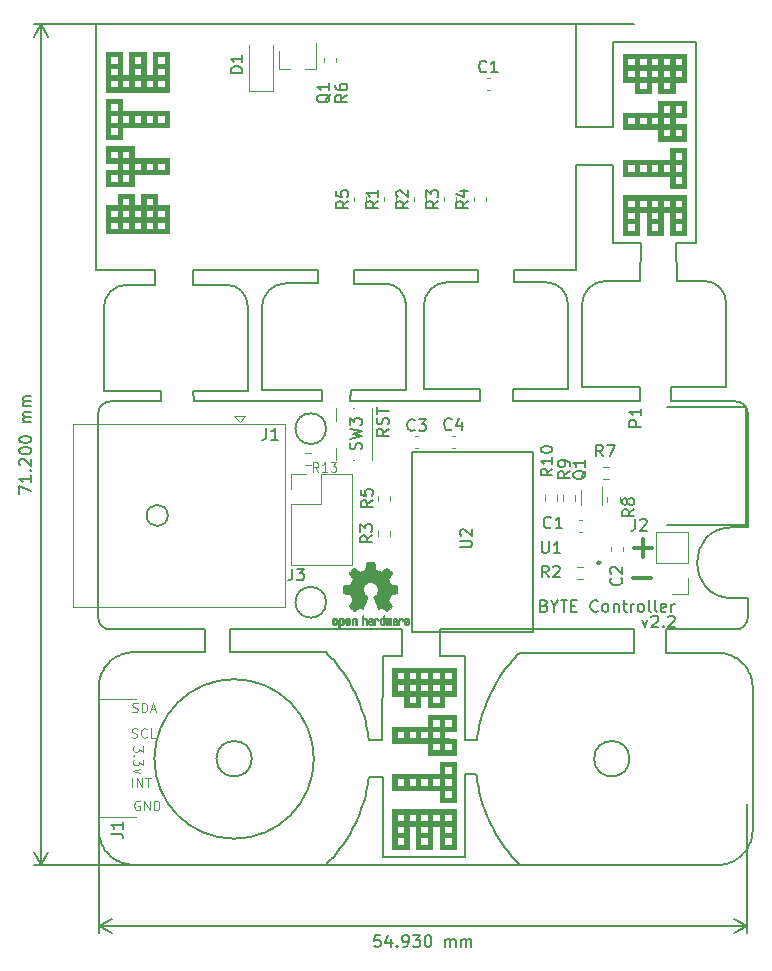
<source format=gbr>
%TF.GenerationSoftware,KiCad,Pcbnew,(5.1.10)-1*%
%TF.CreationDate,2021-10-06T18:17:39-05:00*%
%TF.ProjectId,BYTE_PANELkicad_pcb,42595445-5f50-4414-9e45-4c6b69636164,v2.2*%
%TF.SameCoordinates,Original*%
%TF.FileFunction,Legend,Top*%
%TF.FilePolarity,Positive*%
%FSLAX46Y46*%
G04 Gerber Fmt 4.6, Leading zero omitted, Abs format (unit mm)*
G04 Created by KiCad (PCBNEW (5.1.10)-1) date 2021-10-06 18:17:39*
%MOMM*%
%LPD*%
G01*
G04 APERTURE LIST*
%TA.AperFunction,Profile*%
%ADD10C,0.200000*%
%TD*%
%ADD11C,0.150000*%
%ADD12C,0.350000*%
%ADD13C,0.120000*%
%ADD14C,0.160000*%
%ADD15C,0.010000*%
%ADD16C,0.127000*%
%ADD17C,0.250000*%
G04 APERTURE END LIST*
D10*
X168690379Y-96462228D02*
X169130379Y-96462228D01*
X148898100Y-64072180D02*
X148888100Y-65112180D01*
X151918100Y-64072180D02*
X151938100Y-65112180D01*
D11*
X110040480Y-83042656D02*
X110040480Y-82375989D01*
X111040480Y-82804560D01*
X111040480Y-81471227D02*
X111040480Y-82042656D01*
X111040480Y-81756941D02*
X110040480Y-81756941D01*
X110183338Y-81852180D01*
X110278576Y-81947418D01*
X110326195Y-82042656D01*
X110945242Y-81042656D02*
X110992861Y-80995037D01*
X111040480Y-81042656D01*
X110992861Y-81090275D01*
X110945242Y-81042656D01*
X111040480Y-81042656D01*
X110135719Y-80614084D02*
X110088100Y-80566465D01*
X110040480Y-80471227D01*
X110040480Y-80233132D01*
X110088100Y-80137894D01*
X110135719Y-80090275D01*
X110230957Y-80042656D01*
X110326195Y-80042656D01*
X110469052Y-80090275D01*
X111040480Y-80661703D01*
X111040480Y-80042656D01*
X110040480Y-79423608D02*
X110040480Y-79328370D01*
X110088100Y-79233132D01*
X110135719Y-79185513D01*
X110230957Y-79137894D01*
X110421433Y-79090275D01*
X110659528Y-79090275D01*
X110850004Y-79137894D01*
X110945242Y-79185513D01*
X110992861Y-79233132D01*
X111040480Y-79328370D01*
X111040480Y-79423608D01*
X110992861Y-79518846D01*
X110945242Y-79566465D01*
X110850004Y-79614084D01*
X110659528Y-79661703D01*
X110421433Y-79661703D01*
X110230957Y-79614084D01*
X110135719Y-79566465D01*
X110088100Y-79518846D01*
X110040480Y-79423608D01*
X110040480Y-78471227D02*
X110040480Y-78375989D01*
X110088100Y-78280751D01*
X110135719Y-78233132D01*
X110230957Y-78185513D01*
X110421433Y-78137894D01*
X110659528Y-78137894D01*
X110850004Y-78185513D01*
X110945242Y-78233132D01*
X110992861Y-78280751D01*
X111040480Y-78375989D01*
X111040480Y-78471227D01*
X110992861Y-78566465D01*
X110945242Y-78614084D01*
X110850004Y-78661703D01*
X110659528Y-78709322D01*
X110421433Y-78709322D01*
X110230957Y-78661703D01*
X110135719Y-78614084D01*
X110088100Y-78566465D01*
X110040480Y-78471227D01*
X111040480Y-76947418D02*
X110373814Y-76947418D01*
X110469052Y-76947418D02*
X110421433Y-76899799D01*
X110373814Y-76804560D01*
X110373814Y-76661703D01*
X110421433Y-76566465D01*
X110516671Y-76518846D01*
X111040480Y-76518846D01*
X110516671Y-76518846D02*
X110421433Y-76471227D01*
X110373814Y-76375989D01*
X110373814Y-76233132D01*
X110421433Y-76137894D01*
X110516671Y-76090275D01*
X111040480Y-76090275D01*
X111040480Y-75614084D02*
X110373814Y-75614084D01*
X110469052Y-75614084D02*
X110421433Y-75566465D01*
X110373814Y-75471227D01*
X110373814Y-75328370D01*
X110421433Y-75233132D01*
X110516671Y-75185513D01*
X111040480Y-75185513D01*
X110516671Y-75185513D02*
X110421433Y-75137894D01*
X110373814Y-75042656D01*
X110373814Y-74899799D01*
X110421433Y-74804560D01*
X110516671Y-74756941D01*
X111040480Y-74756941D01*
X111888100Y-114452180D02*
X111888100Y-43252180D01*
X162068100Y-114452180D02*
X111301679Y-114452180D01*
X162068100Y-43252180D02*
X111301679Y-43252180D01*
X111888100Y-43252180D02*
X112474521Y-44378684D01*
X111888100Y-43252180D02*
X111301679Y-44378684D01*
X111888100Y-114452180D02*
X112474521Y-113325676D01*
X111888100Y-114452180D02*
X111301679Y-113325676D01*
X140594052Y-120394560D02*
X140117861Y-120394560D01*
X140070242Y-120870751D01*
X140117861Y-120823132D01*
X140213100Y-120775513D01*
X140451195Y-120775513D01*
X140546433Y-120823132D01*
X140594052Y-120870751D01*
X140641671Y-120965989D01*
X140641671Y-121204084D01*
X140594052Y-121299322D01*
X140546433Y-121346941D01*
X140451195Y-121394560D01*
X140213100Y-121394560D01*
X140117861Y-121346941D01*
X140070242Y-121299322D01*
X141498814Y-120727894D02*
X141498814Y-121394560D01*
X141260719Y-120346941D02*
X141022623Y-121061227D01*
X141641671Y-121061227D01*
X142022623Y-121299322D02*
X142070242Y-121346941D01*
X142022623Y-121394560D01*
X141975004Y-121346941D01*
X142022623Y-121299322D01*
X142022623Y-121394560D01*
X142546433Y-121394560D02*
X142736909Y-121394560D01*
X142832147Y-121346941D01*
X142879766Y-121299322D01*
X142975004Y-121156465D01*
X143022623Y-120965989D01*
X143022623Y-120585037D01*
X142975004Y-120489799D01*
X142927385Y-120442180D01*
X142832147Y-120394560D01*
X142641671Y-120394560D01*
X142546433Y-120442180D01*
X142498814Y-120489799D01*
X142451195Y-120585037D01*
X142451195Y-120823132D01*
X142498814Y-120918370D01*
X142546433Y-120965989D01*
X142641671Y-121013608D01*
X142832147Y-121013608D01*
X142927385Y-120965989D01*
X142975004Y-120918370D01*
X143022623Y-120823132D01*
X143355957Y-120394560D02*
X143975004Y-120394560D01*
X143641671Y-120775513D01*
X143784528Y-120775513D01*
X143879766Y-120823132D01*
X143927385Y-120870751D01*
X143975004Y-120965989D01*
X143975004Y-121204084D01*
X143927385Y-121299322D01*
X143879766Y-121346941D01*
X143784528Y-121394560D01*
X143498814Y-121394560D01*
X143403576Y-121346941D01*
X143355957Y-121299322D01*
X144594052Y-120394560D02*
X144689290Y-120394560D01*
X144784528Y-120442180D01*
X144832147Y-120489799D01*
X144879766Y-120585037D01*
X144927385Y-120775513D01*
X144927385Y-121013608D01*
X144879766Y-121204084D01*
X144832147Y-121299322D01*
X144784528Y-121346941D01*
X144689290Y-121394560D01*
X144594052Y-121394560D01*
X144498814Y-121346941D01*
X144451195Y-121299322D01*
X144403576Y-121204084D01*
X144355957Y-121013608D01*
X144355957Y-120775513D01*
X144403576Y-120585037D01*
X144451195Y-120489799D01*
X144498814Y-120442180D01*
X144594052Y-120394560D01*
X146117861Y-121394560D02*
X146117861Y-120727894D01*
X146117861Y-120823132D02*
X146165480Y-120775513D01*
X146260719Y-120727894D01*
X146403576Y-120727894D01*
X146498814Y-120775513D01*
X146546433Y-120870751D01*
X146546433Y-121394560D01*
X146546433Y-120870751D02*
X146594052Y-120775513D01*
X146689290Y-120727894D01*
X146832147Y-120727894D01*
X146927385Y-120775513D01*
X146975004Y-120870751D01*
X146975004Y-121394560D01*
X147451195Y-121394560D02*
X147451195Y-120727894D01*
X147451195Y-120823132D02*
X147498814Y-120775513D01*
X147594052Y-120727894D01*
X147736909Y-120727894D01*
X147832147Y-120775513D01*
X147879766Y-120870751D01*
X147879766Y-121394560D01*
X147879766Y-120870751D02*
X147927385Y-120775513D01*
X148022623Y-120727894D01*
X148165480Y-120727894D01*
X148260719Y-120775513D01*
X148308338Y-120870751D01*
X148308338Y-121394560D01*
X116748100Y-119642180D02*
X171678100Y-119642180D01*
X116748100Y-109302180D02*
X116748100Y-120228601D01*
X171678100Y-109302180D02*
X171678100Y-120228601D01*
X171678100Y-119642180D02*
X170551596Y-120228601D01*
X171678100Y-119642180D02*
X170551596Y-119055759D01*
X116748100Y-119642180D02*
X117874604Y-120228601D01*
X116748100Y-119642180D02*
X117874604Y-119055759D01*
D10*
X145638100Y-94510004D02*
X145638100Y-96762180D01*
X142458100Y-96762180D02*
X142458100Y-94510004D01*
X145638100Y-96762180D02*
X147788100Y-96762180D01*
X162068100Y-94510004D02*
X145638100Y-94510004D01*
X147788100Y-96762180D02*
X147788100Y-103892180D01*
X140778100Y-103872180D02*
X140798100Y-96762180D01*
X157156100Y-55162180D02*
X160298100Y-55182180D01*
X160298100Y-51992180D02*
X157158100Y-51992180D01*
X160298100Y-61762180D02*
X160298100Y-55182180D01*
X157156100Y-43242180D02*
X157158100Y-51992180D01*
X162658100Y-61762180D02*
X162578100Y-65012180D01*
X165708100Y-65012180D02*
X165648100Y-61762180D01*
X167298100Y-61762180D02*
X165648100Y-61762180D01*
X168087294Y-65021970D02*
X165708100Y-65012180D01*
X154687294Y-65121970D02*
X151938100Y-65112180D01*
X157156100Y-64070180D02*
X151918100Y-64072180D01*
X162658100Y-61762180D02*
X160298100Y-61762180D01*
X160298100Y-51992180D02*
X160298100Y-44762180D01*
X160298100Y-44762180D02*
X167298100Y-44762180D01*
X167298100Y-44762180D02*
X167298100Y-61762180D01*
X147798100Y-106722180D02*
X147798100Y-113762180D01*
X140798100Y-96762180D02*
X142458100Y-96762180D01*
X140798100Y-113762180D02*
X140798100Y-107012180D01*
X147798100Y-113762180D02*
X140798100Y-113762180D01*
X138338100Y-65222180D02*
X138338100Y-64072180D01*
X135318100Y-64070180D02*
X135318100Y-65212180D01*
X135318100Y-65212180D02*
X132588100Y-65212180D01*
X148898100Y-64072180D02*
X138338100Y-64072180D01*
X124748100Y-64070180D02*
X124738100Y-65322180D01*
X121508100Y-65312180D02*
X121528100Y-64070180D01*
X135318100Y-64070180D02*
X124748100Y-64070180D01*
X127587294Y-65321970D02*
X124738100Y-65322180D01*
X162558100Y-74012180D02*
X162588100Y-75210004D01*
X165188100Y-75202180D02*
X165178100Y-74002180D01*
X165178100Y-74002180D02*
X169888100Y-74012180D01*
X165190000Y-75200004D02*
X170720000Y-75210004D01*
X151848100Y-74112180D02*
X151828100Y-75210004D01*
X149018100Y-75210004D02*
X149008100Y-74112180D01*
X151828100Y-75210004D02*
X162588100Y-75210004D01*
X151848100Y-74112180D02*
X156488100Y-74112180D01*
X138088100Y-74212180D02*
X138078100Y-75210004D01*
X135658100Y-74212180D02*
X135678100Y-75210004D01*
X138078100Y-75210004D02*
X149018100Y-75210004D01*
X130588100Y-74212180D02*
X135658100Y-74212180D01*
X122048100Y-75210004D02*
X122038100Y-74312180D01*
X124798100Y-75210004D02*
X124778100Y-74312180D01*
X124798100Y-75210004D02*
X135678100Y-75210004D01*
X124778100Y-74312180D02*
X129388100Y-74312180D01*
X169888100Y-74012180D02*
X169878310Y-66814500D01*
X157688100Y-74012180D02*
X157688100Y-67012180D01*
X157688100Y-74012180D02*
X162558100Y-74012180D01*
X157688100Y-67012180D02*
G75*
G02*
X159688100Y-65012180I2000000J0D01*
G01*
X168087294Y-65021969D02*
G75*
G02*
X169878309Y-66814499I806J-1790211D01*
G01*
X162578100Y-65012180D02*
X159688100Y-65012180D01*
X144288100Y-74112180D02*
X149008100Y-74112180D01*
X154687294Y-65121969D02*
G75*
G02*
X156478309Y-66914499I806J-1790211D01*
G01*
X156488100Y-74112180D02*
X156478310Y-66914500D01*
X148888100Y-65112180D02*
X146288100Y-65112180D01*
X144288100Y-67112180D02*
G75*
G02*
X146288100Y-65112180I2000000J0D01*
G01*
X144288100Y-74112180D02*
X144288100Y-67112180D01*
X138088100Y-74212180D02*
X142788100Y-74212180D01*
X140987294Y-65221969D02*
G75*
G02*
X142778309Y-67014499I806J-1790211D01*
G01*
X142788100Y-74212180D02*
X142778310Y-67014500D01*
X140985780Y-65221970D02*
X138338100Y-65222180D01*
X130588100Y-67212180D02*
G75*
G02*
X132588100Y-65212180I2000000J0D01*
G01*
X130588100Y-74212180D02*
X130588100Y-67212180D01*
X162068100Y-94510004D02*
X162068100Y-96462228D01*
X164768100Y-94510004D02*
X164768100Y-96462228D01*
X142458100Y-94510004D02*
X127868100Y-94510004D01*
X162068100Y-96462228D02*
X152439691Y-96462228D01*
X125768100Y-94510004D02*
X125768100Y-96442180D01*
X127868100Y-96442180D02*
X127868100Y-94510004D01*
X170720000Y-94510004D02*
X164768100Y-94510004D01*
X135996509Y-96442180D02*
X127868100Y-96442180D01*
X121508100Y-65312180D02*
X119188100Y-65312180D01*
X117188100Y-74312180D02*
X122038100Y-74312180D01*
X129388100Y-74312180D02*
X129378310Y-67114500D01*
X117188100Y-67312180D02*
G75*
G02*
X119188100Y-65312180I2000000J0D01*
G01*
X127587294Y-65321969D02*
G75*
G02*
X129378309Y-67114499I806J-1790211D01*
G01*
X117188100Y-74312180D02*
X117188100Y-67312180D01*
X149664215Y-100587209D02*
X149547799Y-100875525D01*
X149788569Y-100301830D02*
X149664215Y-100587209D01*
X151018880Y-98140002D02*
X150841610Y-98397203D01*
X148785800Y-103890832D02*
X147788100Y-103892180D01*
X147798100Y-106722180D02*
X148751404Y-106721733D01*
X149338778Y-101460413D02*
X149243528Y-101756746D01*
X150669631Y-98658399D02*
X150505589Y-98923432D01*
X148830779Y-103580469D02*
X148785800Y-103890832D01*
X151791463Y-97153663D02*
X151587734Y-97393613D01*
X148785800Y-107033576D02*
X148830779Y-107343939D01*
X149547799Y-100875525D02*
X149439320Y-101166646D01*
X150505589Y-98923432D02*
X150349485Y-99192195D01*
X149076841Y-102356449D02*
X149002758Y-102659582D01*
X149243528Y-101756746D02*
X149156216Y-102055460D01*
X151391942Y-97638088D02*
X151201443Y-97886928D01*
X168690379Y-96462228D02*
X164768100Y-96462228D01*
X169426712Y-96476886D02*
X169278545Y-96465906D01*
X151587734Y-97393613D02*
X151391942Y-97638088D01*
X152439691Y-96462228D02*
X152217441Y-96687838D01*
X149664215Y-110337199D02*
X149788569Y-110622578D01*
X149918215Y-110904914D02*
X150053152Y-111184049D01*
X149076841Y-108567959D02*
X149156216Y-108868948D01*
X149243528Y-109167662D02*
X149338778Y-109463995D01*
X149156216Y-108868948D02*
X149243528Y-109167662D01*
X149002758Y-108264826D02*
X149076841Y-108567959D01*
X150198673Y-111459851D02*
X150349485Y-111732213D01*
X149788569Y-110622578D02*
X149918215Y-110904914D01*
X170000857Y-114332508D02*
X170141086Y-114286523D01*
X148936612Y-102964707D02*
X148881050Y-103271716D01*
X169717753Y-114404025D02*
X169860628Y-114371719D01*
X170670252Y-114036598D02*
X170794606Y-113958149D01*
X149439320Y-109757762D02*
X149547799Y-110048883D01*
X149547799Y-110048883D02*
X149664215Y-110337199D01*
X170410961Y-114174552D02*
X170540606Y-114108776D01*
X169572233Y-114429319D02*
X169717753Y-114404025D01*
X149338778Y-109463995D02*
X149439320Y-109757762D01*
X170913668Y-113873536D02*
X171030085Y-113782810D01*
X169278545Y-114458502D02*
X169426712Y-114447522D01*
X148881050Y-107652692D02*
X148936612Y-107959701D01*
X150053152Y-111184049D02*
X150198673Y-111459851D01*
X172038146Y-112193460D02*
X172069896Y-112050188D01*
X148936612Y-107959701D02*
X149002758Y-108264826D01*
X149918215Y-100019494D02*
X149788569Y-100301830D01*
X170141086Y-96637885D02*
X170000857Y-96591900D01*
X152000483Y-96918369D02*
X151791463Y-97153663D01*
X148881050Y-103271716D02*
X148830779Y-103580469D01*
X150198673Y-99464557D02*
X150053152Y-99740359D01*
X169278545Y-96465906D02*
X169130379Y-96462228D01*
X152217441Y-96687838D02*
X152000483Y-96918369D01*
X172038146Y-98730948D02*
X171998459Y-98589713D01*
X150841610Y-98397203D02*
X150669631Y-98658399D01*
X171900563Y-98314150D02*
X171842355Y-98180351D01*
X151201443Y-97886928D02*
X151018880Y-98140002D01*
X150053152Y-99740359D02*
X149918215Y-100019494D01*
X148751404Y-106721733D02*
X148785800Y-107033576D01*
X149002758Y-102659582D02*
X148936612Y-102964707D01*
X149439320Y-101166646D02*
X149338778Y-101460413D01*
X150349485Y-99192195D02*
X150198673Y-99464557D01*
X170276023Y-96690563D02*
X170141086Y-96637885D01*
X148830779Y-107343939D02*
X148881050Y-107652692D01*
X149156216Y-102055460D02*
X149076841Y-102356449D01*
X172125459Y-99313454D02*
X172114875Y-99165711D01*
X170141086Y-114286523D02*
X170276023Y-114233845D01*
X152000483Y-114006039D02*
X152217441Y-114236570D01*
X151587734Y-113530795D02*
X151791463Y-113770745D01*
X151018880Y-112784406D02*
X151201443Y-113037480D01*
X171625397Y-113126591D02*
X171704772Y-113002476D01*
X171998459Y-112334695D02*
X172038146Y-112193460D01*
X171842355Y-112744057D02*
X171900563Y-112610258D01*
X150841610Y-112527205D02*
X151018880Y-112784406D01*
X150349485Y-111732213D02*
X150505589Y-112000976D01*
X169426712Y-114447522D02*
X169572233Y-114429319D01*
X170540606Y-114108776D02*
X170670252Y-114036598D01*
X150505589Y-112000976D02*
X150669631Y-112266009D01*
X172125459Y-111610954D02*
X172128104Y-111462206D01*
X161707278Y-105453754D02*
G75*
G03*
X161707278Y-105453754I-1500000J0D01*
G01*
X152217441Y-114236570D02*
X152439691Y-114462180D01*
X172096354Y-111905197D02*
X172114875Y-111758697D01*
X171030085Y-113782810D02*
X171143856Y-113686105D01*
X172069896Y-112050188D02*
X172096354Y-111905197D01*
X171540730Y-113247003D02*
X171625397Y-113126591D01*
X150669631Y-112266009D02*
X150841610Y-112527205D01*
X172114875Y-111758697D02*
X172125459Y-111610954D01*
X171776209Y-112874867D02*
X171842355Y-112744057D01*
X170276023Y-114233845D02*
X170410961Y-114174552D01*
X170670252Y-96887810D02*
X170540606Y-96815632D01*
X169572233Y-96495089D02*
X169426712Y-96476886D01*
X172128104Y-99462202D02*
X172125459Y-99313454D01*
X170410961Y-96749856D02*
X170276023Y-96690563D01*
X171450772Y-97560935D02*
X171352876Y-97448699D01*
X171704772Y-97921932D02*
X171625397Y-97797817D01*
X170913668Y-97050872D02*
X170794606Y-96966259D01*
X170000857Y-96591900D02*
X169860628Y-96552689D01*
X172114875Y-99165711D02*
X172096354Y-99019211D01*
X171625397Y-97797817D02*
X171540730Y-97677405D01*
X169717753Y-96520383D02*
X169572233Y-96495089D01*
X169130379Y-114462180D02*
X169278545Y-114458502D01*
X151391942Y-113286320D02*
X151587734Y-113530795D01*
X169860628Y-114371719D02*
X170000857Y-114332508D01*
X151791463Y-113770745D02*
X152000483Y-114006039D01*
X171900563Y-112610258D02*
X171953480Y-112473706D01*
X171450772Y-113363473D02*
X171540730Y-113247003D01*
X171143856Y-113686105D02*
X171249689Y-113583525D01*
X171953480Y-112473706D02*
X171998459Y-112334695D01*
X151201443Y-113037480D02*
X151391942Y-113286320D01*
X171352876Y-113475709D02*
X171450772Y-113363473D01*
X152439691Y-114462180D02*
X169130379Y-114462180D01*
X170794606Y-113958149D02*
X170913668Y-113873536D01*
X171704772Y-113002476D02*
X171776209Y-112874867D01*
X171249689Y-113583525D02*
X171352876Y-113475709D01*
X171842355Y-98180351D02*
X171776209Y-98049541D01*
X171143856Y-97238303D02*
X171030085Y-97141598D01*
X169860628Y-96552689D02*
X169717753Y-96520383D01*
X171776209Y-98049541D02*
X171704772Y-97921932D01*
X170794606Y-96966259D02*
X170670252Y-96887810D01*
X172069896Y-98874220D02*
X172038146Y-98730948D01*
X172128104Y-111462206D02*
X172128104Y-99462202D01*
X171352876Y-97448699D02*
X171249689Y-97340883D01*
X171249689Y-97340883D02*
X171143856Y-97238303D01*
X171030085Y-97141598D02*
X170913668Y-97050872D01*
X172096354Y-99019211D02*
X172069896Y-98874220D01*
X170540606Y-96815632D02*
X170410961Y-96749856D01*
X171998459Y-98589713D02*
X171953480Y-98450702D01*
X171540730Y-97677405D02*
X171450772Y-97560935D01*
X171953480Y-98450702D02*
X171900563Y-98314150D01*
X117720000Y-94510004D02*
G75*
G02*
X116720000Y-93510004I0J1000000D01*
G01*
X170720000Y-75210004D02*
G75*
G02*
X171720000Y-76210004I0J-1000000D01*
G01*
X170420000Y-91860004D02*
X171720000Y-91860004D01*
X125768100Y-94510004D02*
X117720000Y-94510004D01*
X116720000Y-76210004D02*
G75*
G02*
X117720000Y-75210004I1000000J0D01*
G01*
X122620000Y-84860004D02*
G75*
G03*
X122620000Y-84860004I-900000J0D01*
G01*
X136020001Y-77510004D02*
G75*
G03*
X136020001Y-77510004I-1300001J0D01*
G01*
X170420000Y-91860004D02*
G75*
G02*
X170420000Y-85860004I0J3000000D01*
G01*
X136020001Y-92210004D02*
G75*
G03*
X136020001Y-92210004I-1300001J0D01*
G01*
X171720000Y-91860004D02*
X171720000Y-93510004D01*
X171720000Y-93510004D02*
G75*
G02*
X170720000Y-94510004I-1000000J0D01*
G01*
X116720000Y-93510004D02*
X116720000Y-76210004D01*
X171720000Y-85860004D02*
X170420000Y-85860004D01*
X117720000Y-75210004D02*
X122048100Y-75210004D01*
X171720000Y-76210004D02*
X171720000Y-85860004D01*
D11*
X162751428Y-93675714D02*
X162989523Y-94342380D01*
X163227619Y-93675714D01*
X163560952Y-93437619D02*
X163608571Y-93390000D01*
X163703809Y-93342380D01*
X163941904Y-93342380D01*
X164037142Y-93390000D01*
X164084761Y-93437619D01*
X164132380Y-93532857D01*
X164132380Y-93628095D01*
X164084761Y-93770952D01*
X163513333Y-94342380D01*
X164132380Y-94342380D01*
X164560952Y-94247142D02*
X164608571Y-94294761D01*
X164560952Y-94342380D01*
X164513333Y-94294761D01*
X164560952Y-94247142D01*
X164560952Y-94342380D01*
X164989523Y-93437619D02*
X165037142Y-93390000D01*
X165132380Y-93342380D01*
X165370476Y-93342380D01*
X165465714Y-93390000D01*
X165513333Y-93437619D01*
X165560952Y-93532857D01*
X165560952Y-93628095D01*
X165513333Y-93770952D01*
X164941904Y-94342380D01*
X165560952Y-94342380D01*
X154494285Y-92488571D02*
X154637142Y-92536190D01*
X154684761Y-92583809D01*
X154732380Y-92679047D01*
X154732380Y-92821904D01*
X154684761Y-92917142D01*
X154637142Y-92964761D01*
X154541904Y-93012380D01*
X154160952Y-93012380D01*
X154160952Y-92012380D01*
X154494285Y-92012380D01*
X154589523Y-92060000D01*
X154637142Y-92107619D01*
X154684761Y-92202857D01*
X154684761Y-92298095D01*
X154637142Y-92393333D01*
X154589523Y-92440952D01*
X154494285Y-92488571D01*
X154160952Y-92488571D01*
X155351428Y-92536190D02*
X155351428Y-93012380D01*
X155018095Y-92012380D02*
X155351428Y-92536190D01*
X155684761Y-92012380D01*
X155875238Y-92012380D02*
X156446666Y-92012380D01*
X156160952Y-93012380D02*
X156160952Y-92012380D01*
X156780000Y-92488571D02*
X157113333Y-92488571D01*
X157256190Y-93012380D02*
X156780000Y-93012380D01*
X156780000Y-92012380D01*
X157256190Y-92012380D01*
X159018095Y-92917142D02*
X158970476Y-92964761D01*
X158827619Y-93012380D01*
X158732380Y-93012380D01*
X158589523Y-92964761D01*
X158494285Y-92869523D01*
X158446666Y-92774285D01*
X158399047Y-92583809D01*
X158399047Y-92440952D01*
X158446666Y-92250476D01*
X158494285Y-92155238D01*
X158589523Y-92060000D01*
X158732380Y-92012380D01*
X158827619Y-92012380D01*
X158970476Y-92060000D01*
X159018095Y-92107619D01*
X159589523Y-93012380D02*
X159494285Y-92964761D01*
X159446666Y-92917142D01*
X159399047Y-92821904D01*
X159399047Y-92536190D01*
X159446666Y-92440952D01*
X159494285Y-92393333D01*
X159589523Y-92345714D01*
X159732380Y-92345714D01*
X159827619Y-92393333D01*
X159875238Y-92440952D01*
X159922857Y-92536190D01*
X159922857Y-92821904D01*
X159875238Y-92917142D01*
X159827619Y-92964761D01*
X159732380Y-93012380D01*
X159589523Y-93012380D01*
X160351428Y-92345714D02*
X160351428Y-93012380D01*
X160351428Y-92440952D02*
X160399047Y-92393333D01*
X160494285Y-92345714D01*
X160637142Y-92345714D01*
X160732380Y-92393333D01*
X160780000Y-92488571D01*
X160780000Y-93012380D01*
X161113333Y-92345714D02*
X161494285Y-92345714D01*
X161256190Y-92012380D02*
X161256190Y-92869523D01*
X161303809Y-92964761D01*
X161399047Y-93012380D01*
X161494285Y-93012380D01*
X161827619Y-93012380D02*
X161827619Y-92345714D01*
X161827619Y-92536190D02*
X161875238Y-92440952D01*
X161922857Y-92393333D01*
X162018095Y-92345714D01*
X162113333Y-92345714D01*
X162589523Y-93012380D02*
X162494285Y-92964761D01*
X162446666Y-92917142D01*
X162399047Y-92821904D01*
X162399047Y-92536190D01*
X162446666Y-92440952D01*
X162494285Y-92393333D01*
X162589523Y-92345714D01*
X162732380Y-92345714D01*
X162827619Y-92393333D01*
X162875238Y-92440952D01*
X162922857Y-92536190D01*
X162922857Y-92821904D01*
X162875238Y-92917142D01*
X162827619Y-92964761D01*
X162732380Y-93012380D01*
X162589523Y-93012380D01*
X163494285Y-93012380D02*
X163399047Y-92964761D01*
X163351428Y-92869523D01*
X163351428Y-92012380D01*
X164018095Y-93012380D02*
X163922857Y-92964761D01*
X163875238Y-92869523D01*
X163875238Y-92012380D01*
X164780000Y-92964761D02*
X164684761Y-93012380D01*
X164494285Y-93012380D01*
X164399047Y-92964761D01*
X164351428Y-92869523D01*
X164351428Y-92488571D01*
X164399047Y-92393333D01*
X164494285Y-92345714D01*
X164684761Y-92345714D01*
X164780000Y-92393333D01*
X164827619Y-92488571D01*
X164827619Y-92583809D01*
X164351428Y-92679047D01*
X165256190Y-93012380D02*
X165256190Y-92345714D01*
X165256190Y-92536190D02*
X165303809Y-92440952D01*
X165351428Y-92393333D01*
X165446666Y-92345714D01*
X165541904Y-92345714D01*
D12*
X161988095Y-90152857D02*
X163511904Y-90152857D01*
X162058095Y-87602857D02*
X163581904Y-87602857D01*
X162820000Y-88364761D02*
X162820000Y-86840952D01*
D13*
X119606671Y-101475989D02*
X119720957Y-101514084D01*
X119911433Y-101514084D01*
X119987623Y-101475989D01*
X120025719Y-101437894D01*
X120063814Y-101361703D01*
X120063814Y-101285513D01*
X120025719Y-101209322D01*
X119987623Y-101171227D01*
X119911433Y-101133132D01*
X119759052Y-101095037D01*
X119682861Y-101056941D01*
X119644766Y-101018846D01*
X119606671Y-100942656D01*
X119606671Y-100866465D01*
X119644766Y-100790275D01*
X119682861Y-100752180D01*
X119759052Y-100714084D01*
X119949528Y-100714084D01*
X120063814Y-100752180D01*
X120406671Y-101514084D02*
X120406671Y-100714084D01*
X120597147Y-100714084D01*
X120711433Y-100752180D01*
X120787623Y-100828370D01*
X120825719Y-100904560D01*
X120863814Y-101056941D01*
X120863814Y-101171227D01*
X120825719Y-101323608D01*
X120787623Y-101399799D01*
X120711433Y-101475989D01*
X120597147Y-101514084D01*
X120406671Y-101514084D01*
X121168576Y-101285513D02*
X121549528Y-101285513D01*
X121092385Y-101514084D02*
X121359052Y-100714084D01*
X121625719Y-101514084D01*
D10*
X116748096Y-99442154D02*
X116748096Y-111442158D01*
X116806304Y-112030140D02*
X116838054Y-112173412D01*
X118081594Y-113938101D02*
X118205948Y-114016550D01*
X119015572Y-114351671D02*
X119158447Y-114383977D01*
X117099991Y-112854819D02*
X117171428Y-112982428D01*
X117732344Y-113666057D02*
X117846115Y-113762762D01*
X117033845Y-112724009D02*
X117099991Y-112854819D01*
X117962532Y-113853488D02*
X118081594Y-113938101D01*
X116761325Y-111738649D02*
X116779846Y-111885149D01*
X117250803Y-113106543D02*
X117335470Y-113226955D01*
X119158447Y-114383977D02*
X119303967Y-114409271D01*
X118205948Y-114016550D02*
X118335594Y-114088728D01*
X117171428Y-112982428D02*
X117250803Y-113106543D01*
X118875343Y-114312460D02*
X119015572Y-114351671D01*
X117425428Y-113343425D02*
X117523324Y-113455661D01*
X118465239Y-114154504D02*
X118600177Y-114213797D01*
X116748096Y-111442158D02*
X116750741Y-111590906D01*
X119303967Y-114409271D02*
X119449488Y-114427474D01*
X116922720Y-112453658D02*
X116975637Y-112590210D01*
X117335470Y-113226955D02*
X117425428Y-113343425D01*
X116877741Y-112314647D02*
X116922720Y-112453658D01*
X118335594Y-114088728D02*
X118465239Y-114154504D01*
X116779846Y-111885149D02*
X116806304Y-112030140D01*
X117846115Y-113762762D02*
X117962532Y-113853488D01*
X117626511Y-113563477D02*
X117732344Y-113666057D01*
X117523324Y-113455661D02*
X117626511Y-113563477D01*
X116750741Y-111590906D02*
X116761325Y-111738649D01*
X116975637Y-112590210D02*
X117033845Y-112724009D01*
X118735114Y-114266475D02*
X118875343Y-114312460D01*
X116838054Y-112173412D02*
X116877741Y-112314647D01*
X118600177Y-114213797D02*
X118735114Y-114266475D01*
X119597655Y-114438454D02*
X119745821Y-114442132D01*
X139555150Y-107632644D02*
X139605421Y-107323891D01*
X136218759Y-114216522D02*
X136435717Y-113985991D01*
X136435717Y-113985991D02*
X136644737Y-113750697D01*
X137234757Y-113017432D02*
X137417320Y-112764358D01*
X137594590Y-112507157D02*
X137766569Y-112245961D01*
X138086715Y-111712165D02*
X138237527Y-111439803D01*
X138237527Y-111439803D02*
X138383048Y-111164001D01*
X138517985Y-110884866D02*
X138647631Y-110602530D01*
X139279984Y-108848900D02*
X139359359Y-108547911D01*
X138996880Y-109737714D02*
X139097422Y-109443947D01*
X139433442Y-108244778D02*
X139499588Y-107939653D01*
X139605421Y-103560421D02*
X139555150Y-103251668D01*
X140778100Y-103872180D02*
X139650400Y-103870784D01*
X138383048Y-111164001D02*
X138517985Y-110884866D01*
X139097422Y-109443947D02*
X139192672Y-109147614D01*
X139650400Y-107013528D02*
X140798100Y-107012180D01*
X139359359Y-108547911D02*
X139433442Y-108244778D01*
X135996509Y-114442132D02*
X136218759Y-114216522D01*
X136644737Y-113750697D02*
X136848466Y-113510747D01*
X136848466Y-113510747D02*
X137044258Y-113266272D01*
X137417320Y-112764358D02*
X137594590Y-112507157D01*
X138647631Y-110602530D02*
X138771985Y-110317151D01*
X138771985Y-110317151D02*
X138888401Y-110028835D01*
X119449488Y-114427474D02*
X119597655Y-114438454D01*
X119745821Y-114442132D02*
X135996509Y-114442132D01*
X137044258Y-113266272D02*
X137234757Y-113017432D01*
X137930611Y-111980928D02*
X138086715Y-111712165D01*
X139192672Y-109147614D02*
X139279984Y-108848900D01*
X139650400Y-103870784D02*
X139605421Y-103560421D01*
X138888401Y-110028835D02*
X138996880Y-109737714D01*
X139605421Y-107323891D02*
X139650400Y-107013528D01*
X137766569Y-112245961D02*
X137930611Y-111980928D01*
X139499588Y-107939653D02*
X139555150Y-107632644D01*
X139279984Y-102035412D02*
X139192672Y-101736698D01*
X138647631Y-100281782D02*
X138517985Y-99999446D01*
X138237527Y-99444509D02*
X138086715Y-99172147D01*
X139555150Y-103251668D02*
X139499588Y-102944659D01*
X139499588Y-102944659D02*
X139433442Y-102639534D01*
X139433442Y-102639534D02*
X139359359Y-102336401D01*
X138996880Y-101146598D02*
X138888401Y-100855477D01*
X138771985Y-100567161D02*
X138647631Y-100281782D01*
X139192672Y-101736698D02*
X139097422Y-101440365D01*
X139359359Y-102336401D02*
X139279984Y-102035412D01*
X139097422Y-101440365D02*
X138996880Y-101146598D01*
X138888401Y-100855477D02*
X138771985Y-100567161D01*
X138383048Y-99720311D02*
X138237527Y-99444509D01*
X138517985Y-99999446D02*
X138383048Y-99720311D01*
X116838054Y-98710900D02*
X116806304Y-98854172D01*
X119597655Y-96445858D02*
X119449488Y-96456838D01*
X117962532Y-97030824D02*
X117846115Y-97121550D01*
X119303967Y-96475041D02*
X119158447Y-96500335D01*
X118465239Y-96729808D02*
X118335594Y-96795584D01*
X118205948Y-96867762D02*
X118081594Y-96946211D01*
X119158447Y-96500335D02*
X119015572Y-96532641D01*
X118875343Y-96571852D02*
X118735114Y-96617837D01*
X116806304Y-98854172D02*
X116779846Y-98999163D01*
X138086715Y-99172147D02*
X137930611Y-98903384D01*
X136218759Y-96667790D02*
X135996509Y-96442180D01*
X137930611Y-98903384D02*
X137766569Y-98638351D01*
X137766569Y-98638351D02*
X137594590Y-98377155D01*
X118600177Y-96670515D02*
X118465239Y-96729808D01*
X137594590Y-98377155D02*
X137417320Y-98119954D01*
X137417320Y-98119954D02*
X137234757Y-97866880D01*
X116750741Y-99293406D02*
X116748096Y-99442154D01*
X136848466Y-97373565D02*
X136644737Y-97133615D01*
X117335470Y-97657357D02*
X117250803Y-97777769D01*
X117250803Y-97777769D02*
X117171428Y-97901884D01*
X117099991Y-98029493D02*
X117033845Y-98160303D01*
X116761325Y-99145663D02*
X116750741Y-99293406D01*
X136435717Y-96898321D02*
X136218759Y-96667790D01*
X118735114Y-96617837D02*
X118600177Y-96670515D01*
X118335594Y-96795584D02*
X118205948Y-96867762D01*
X117846115Y-97121550D02*
X117732344Y-97218255D01*
X116779846Y-98999163D02*
X116761325Y-99145663D01*
X129728922Y-105450606D02*
G75*
G03*
X129728922Y-105450606I-1500000J0D01*
G01*
X119449488Y-96456838D02*
X119303967Y-96475041D01*
X117033845Y-98160303D02*
X116975637Y-98294102D01*
X116877741Y-98569665D02*
X116838054Y-98710900D01*
X117732344Y-97218255D02*
X117626511Y-97320835D01*
X117523324Y-97428651D02*
X117425428Y-97540887D01*
X117425428Y-97540887D02*
X117335470Y-97657357D01*
X116975637Y-98294102D02*
X116922720Y-98430654D01*
X116922720Y-98430654D02*
X116877741Y-98569665D01*
X137234757Y-97866880D02*
X137044258Y-97618040D01*
X117171428Y-97901884D02*
X117099991Y-98029493D01*
X137044258Y-97618040D02*
X136848466Y-97373565D01*
X136644737Y-97133615D02*
X136435717Y-96898321D01*
X117626511Y-97320835D02*
X117523324Y-97428651D01*
X118081594Y-96946211D02*
X117962532Y-97030824D01*
X125768100Y-96442180D02*
X119745821Y-96442180D01*
X119015572Y-96532641D02*
X118875343Y-96571852D01*
X119745821Y-96442180D02*
X119597655Y-96445858D01*
D13*
X120496195Y-104379322D02*
X120496195Y-104874560D01*
X120191433Y-104607894D01*
X120191433Y-104722180D01*
X120153338Y-104798370D01*
X120115242Y-104836465D01*
X120039052Y-104874560D01*
X119848576Y-104874560D01*
X119772385Y-104836465D01*
X119734290Y-104798370D01*
X119696195Y-104722180D01*
X119696195Y-104493608D01*
X119734290Y-104417418D01*
X119772385Y-104379322D01*
X119772385Y-105217418D02*
X119734290Y-105255513D01*
X119696195Y-105217418D01*
X119734290Y-105179322D01*
X119772385Y-105217418D01*
X119696195Y-105217418D01*
X120496195Y-105522180D02*
X120496195Y-106017418D01*
X120191433Y-105750751D01*
X120191433Y-105865037D01*
X120153338Y-105941227D01*
X120115242Y-105979322D01*
X120039052Y-106017418D01*
X119848576Y-106017418D01*
X119772385Y-105979322D01*
X119734290Y-105941227D01*
X119696195Y-105865037D01*
X119696195Y-105636465D01*
X119734290Y-105560275D01*
X119772385Y-105522180D01*
X120229528Y-106284084D02*
X119696195Y-106474560D01*
X120229528Y-106665037D01*
X119604290Y-107884084D02*
X119604290Y-107084084D01*
X119985242Y-107884084D02*
X119985242Y-107084084D01*
X120442385Y-107884084D01*
X120442385Y-107084084D01*
X120709052Y-107084084D02*
X121166195Y-107084084D01*
X120937623Y-107884084D02*
X120937623Y-107084084D01*
X119575719Y-103635989D02*
X119690004Y-103674084D01*
X119880480Y-103674084D01*
X119956671Y-103635989D01*
X119994766Y-103597894D01*
X120032861Y-103521703D01*
X120032861Y-103445513D01*
X119994766Y-103369322D01*
X119956671Y-103331227D01*
X119880480Y-103293132D01*
X119728100Y-103255037D01*
X119651909Y-103216941D01*
X119613814Y-103178846D01*
X119575719Y-103102656D01*
X119575719Y-103026465D01*
X119613814Y-102950275D01*
X119651909Y-102912180D01*
X119728100Y-102874084D01*
X119918576Y-102874084D01*
X120032861Y-102912180D01*
X120832861Y-103597894D02*
X120794766Y-103635989D01*
X120680480Y-103674084D01*
X120604290Y-103674084D01*
X120490004Y-103635989D01*
X120413814Y-103559799D01*
X120375719Y-103483608D01*
X120337623Y-103331227D01*
X120337623Y-103216941D01*
X120375719Y-103064560D01*
X120413814Y-102988370D01*
X120490004Y-102912180D01*
X120604290Y-102874084D01*
X120680480Y-102874084D01*
X120794766Y-102912180D01*
X120832861Y-102950275D01*
X121556671Y-103674084D02*
X121175719Y-103674084D01*
X121175719Y-102874084D01*
X120228576Y-109052180D02*
X120152385Y-109014084D01*
X120038100Y-109014084D01*
X119923814Y-109052180D01*
X119847623Y-109128370D01*
X119809528Y-109204560D01*
X119771433Y-109356941D01*
X119771433Y-109471227D01*
X119809528Y-109623608D01*
X119847623Y-109699799D01*
X119923814Y-109775989D01*
X120038100Y-109814084D01*
X120114290Y-109814084D01*
X120228576Y-109775989D01*
X120266671Y-109737894D01*
X120266671Y-109471227D01*
X120114290Y-109471227D01*
X120609528Y-109814084D02*
X120609528Y-109014084D01*
X121066671Y-109814084D01*
X121066671Y-109014084D01*
X121447623Y-109814084D02*
X121447623Y-109014084D01*
X121638100Y-109014084D01*
X121752385Y-109052180D01*
X121828576Y-109128370D01*
X121866671Y-109204560D01*
X121904766Y-109356941D01*
X121904766Y-109471227D01*
X121866671Y-109623608D01*
X121828576Y-109699799D01*
X121752385Y-109775989D01*
X121638100Y-109814084D01*
X121447623Y-109814084D01*
D10*
X116516100Y-43242180D02*
X157156100Y-43242180D01*
X116516100Y-64070180D02*
X116516100Y-43242180D01*
X121528100Y-64070180D02*
X116516100Y-64070180D01*
X157156100Y-55162180D02*
X157156100Y-64070180D01*
D14*
%TO.C,REF\u002A\u002A*%
X134977000Y-105473500D02*
G75*
G03*
X134977000Y-105473500I-6750000J0D01*
G01*
D15*
%TO.C,Ref\u002A\u002A*%
G36*
X161137933Y-45747180D02*
G01*
X161137933Y-48117846D01*
X162153933Y-48117846D01*
X162153933Y-47758013D01*
X161518933Y-47758013D01*
X161518933Y-47123013D01*
X162153933Y-47123013D01*
X162153933Y-46742013D01*
X161518933Y-46742013D01*
X161518933Y-46128180D01*
X162153933Y-46128180D01*
X162153933Y-46742013D01*
X162153933Y-47123013D01*
X162153933Y-47758013D01*
X162153933Y-48117846D01*
X162153933Y-49112680D01*
X163148766Y-49112680D01*
X163148766Y-48752846D01*
X162513766Y-48752846D01*
X162513766Y-48117846D01*
X163148766Y-48117846D01*
X163148766Y-47758013D01*
X162513766Y-47758013D01*
X162513766Y-47123013D01*
X163148766Y-47123013D01*
X163148766Y-46742013D01*
X162513766Y-46742013D01*
X162513766Y-46128180D01*
X163148766Y-46128180D01*
X163148766Y-46742013D01*
X163148766Y-47123013D01*
X163148766Y-47758013D01*
X163148766Y-48117846D01*
X163148766Y-48752846D01*
X163148766Y-49112680D01*
X163508600Y-49112680D01*
X163508600Y-48117846D01*
X164143600Y-48117846D01*
X164143600Y-47758013D01*
X163508600Y-47758013D01*
X163508600Y-47123013D01*
X164143600Y-47123013D01*
X164143600Y-46742013D01*
X163508600Y-46742013D01*
X163508600Y-46128180D01*
X164143600Y-46128180D01*
X164143600Y-46742013D01*
X164143600Y-47123013D01*
X164143600Y-47758013D01*
X164143600Y-48117846D01*
X164143600Y-49112680D01*
X165138433Y-49112680D01*
X165138433Y-48752846D01*
X164524600Y-48752846D01*
X164524600Y-48117846D01*
X165138433Y-48117846D01*
X165138433Y-47758013D01*
X164524600Y-47758013D01*
X164524600Y-47123013D01*
X165138433Y-47123013D01*
X165138433Y-46742013D01*
X164524600Y-46742013D01*
X164524600Y-46128180D01*
X165138433Y-46128180D01*
X165138433Y-46742013D01*
X165138433Y-47123013D01*
X165138433Y-47758013D01*
X165138433Y-48117846D01*
X165138433Y-48752846D01*
X165138433Y-49112680D01*
X165519433Y-49112680D01*
X165519433Y-48117846D01*
X166154433Y-48117846D01*
X166154433Y-47758013D01*
X165519433Y-47758013D01*
X165519433Y-47123013D01*
X166154433Y-47123013D01*
X166154433Y-46742013D01*
X165519433Y-46742013D01*
X165519433Y-46128180D01*
X166154433Y-46128180D01*
X166154433Y-46742013D01*
X166154433Y-47123013D01*
X166154433Y-47758013D01*
X166154433Y-48117846D01*
X166514266Y-48117846D01*
X166514266Y-45747180D01*
X161137933Y-45747180D01*
G37*
X161137933Y-45747180D02*
X161137933Y-48117846D01*
X162153933Y-48117846D01*
X162153933Y-47758013D01*
X161518933Y-47758013D01*
X161518933Y-47123013D01*
X162153933Y-47123013D01*
X162153933Y-46742013D01*
X161518933Y-46742013D01*
X161518933Y-46128180D01*
X162153933Y-46128180D01*
X162153933Y-46742013D01*
X162153933Y-47123013D01*
X162153933Y-47758013D01*
X162153933Y-48117846D01*
X162153933Y-49112680D01*
X163148766Y-49112680D01*
X163148766Y-48752846D01*
X162513766Y-48752846D01*
X162513766Y-48117846D01*
X163148766Y-48117846D01*
X163148766Y-47758013D01*
X162513766Y-47758013D01*
X162513766Y-47123013D01*
X163148766Y-47123013D01*
X163148766Y-46742013D01*
X162513766Y-46742013D01*
X162513766Y-46128180D01*
X163148766Y-46128180D01*
X163148766Y-46742013D01*
X163148766Y-47123013D01*
X163148766Y-47758013D01*
X163148766Y-48117846D01*
X163148766Y-48752846D01*
X163148766Y-49112680D01*
X163508600Y-49112680D01*
X163508600Y-48117846D01*
X164143600Y-48117846D01*
X164143600Y-47758013D01*
X163508600Y-47758013D01*
X163508600Y-47123013D01*
X164143600Y-47123013D01*
X164143600Y-46742013D01*
X163508600Y-46742013D01*
X163508600Y-46128180D01*
X164143600Y-46128180D01*
X164143600Y-46742013D01*
X164143600Y-47123013D01*
X164143600Y-47758013D01*
X164143600Y-48117846D01*
X164143600Y-49112680D01*
X165138433Y-49112680D01*
X165138433Y-48752846D01*
X164524600Y-48752846D01*
X164524600Y-48117846D01*
X165138433Y-48117846D01*
X165138433Y-47758013D01*
X164524600Y-47758013D01*
X164524600Y-47123013D01*
X165138433Y-47123013D01*
X165138433Y-46742013D01*
X164524600Y-46742013D01*
X164524600Y-46128180D01*
X165138433Y-46128180D01*
X165138433Y-46742013D01*
X165138433Y-47123013D01*
X165138433Y-47758013D01*
X165138433Y-48117846D01*
X165138433Y-48752846D01*
X165138433Y-49112680D01*
X165519433Y-49112680D01*
X165519433Y-48117846D01*
X166154433Y-48117846D01*
X166154433Y-47758013D01*
X165519433Y-47758013D01*
X165519433Y-47123013D01*
X166154433Y-47123013D01*
X166154433Y-46742013D01*
X165519433Y-46742013D01*
X165519433Y-46128180D01*
X166154433Y-46128180D01*
X166154433Y-46742013D01*
X166154433Y-47123013D01*
X166154433Y-47758013D01*
X166154433Y-48117846D01*
X166514266Y-48117846D01*
X166514266Y-45747180D01*
X161137933Y-45747180D01*
G36*
X166503683Y-51747930D02*
G01*
X165519433Y-51736566D01*
X165519433Y-51123513D01*
X165519433Y-50742513D01*
X165519433Y-50106381D01*
X165831641Y-50112239D01*
X166143850Y-50118096D01*
X166149707Y-50430305D01*
X166155565Y-50742513D01*
X165519433Y-50742513D01*
X165519433Y-51123513D01*
X166514266Y-51123513D01*
X166514266Y-49747680D01*
X164143600Y-49747680D01*
X164143600Y-50742513D01*
X161137933Y-50742513D01*
X161137933Y-52118346D01*
X162153933Y-52118346D01*
X162153933Y-51737346D01*
X161518933Y-51737346D01*
X161518933Y-51123513D01*
X162153933Y-51123513D01*
X162153933Y-51737346D01*
X162153933Y-52118346D01*
X163148766Y-52118346D01*
X163148766Y-51737346D01*
X162513766Y-51737346D01*
X162513766Y-51123513D01*
X163148766Y-51123513D01*
X163148766Y-51737346D01*
X163148766Y-52118346D01*
X164143600Y-52118346D01*
X164143600Y-51737346D01*
X163508600Y-51737346D01*
X163508600Y-51123513D01*
X164143600Y-51123513D01*
X164143600Y-51737346D01*
X164143600Y-52118346D01*
X164143600Y-53113180D01*
X165138433Y-53113180D01*
X165138433Y-52753346D01*
X164524600Y-52753346D01*
X164524600Y-52118346D01*
X165138433Y-52118346D01*
X165138433Y-51737346D01*
X164524600Y-51737346D01*
X164524600Y-51123513D01*
X165138433Y-51123513D01*
X165138433Y-50742513D01*
X164524600Y-50742513D01*
X164524600Y-50107513D01*
X165138433Y-50107513D01*
X165138433Y-50742513D01*
X165138433Y-51123513D01*
X165138433Y-51737346D01*
X165138433Y-52118346D01*
X165138433Y-52753346D01*
X165138433Y-53113180D01*
X166154433Y-53113180D01*
X166154433Y-52753346D01*
X165519433Y-52753346D01*
X165519433Y-52118346D01*
X166154433Y-52118346D01*
X166154433Y-52753346D01*
X166154433Y-53113180D01*
X166514853Y-53113180D01*
X166503683Y-51747930D01*
G37*
X166503683Y-51747930D02*
X165519433Y-51736566D01*
X165519433Y-51123513D01*
X165519433Y-50742513D01*
X165519433Y-50106381D01*
X165831641Y-50112239D01*
X166143850Y-50118096D01*
X166149707Y-50430305D01*
X166155565Y-50742513D01*
X165519433Y-50742513D01*
X165519433Y-51123513D01*
X166514266Y-51123513D01*
X166514266Y-49747680D01*
X164143600Y-49747680D01*
X164143600Y-50742513D01*
X161137933Y-50742513D01*
X161137933Y-52118346D01*
X162153933Y-52118346D01*
X162153933Y-51737346D01*
X161518933Y-51737346D01*
X161518933Y-51123513D01*
X162153933Y-51123513D01*
X162153933Y-51737346D01*
X162153933Y-52118346D01*
X163148766Y-52118346D01*
X163148766Y-51737346D01*
X162513766Y-51737346D01*
X162513766Y-51123513D01*
X163148766Y-51123513D01*
X163148766Y-51737346D01*
X163148766Y-52118346D01*
X164143600Y-52118346D01*
X164143600Y-51737346D01*
X163508600Y-51737346D01*
X163508600Y-51123513D01*
X164143600Y-51123513D01*
X164143600Y-51737346D01*
X164143600Y-52118346D01*
X164143600Y-53113180D01*
X165138433Y-53113180D01*
X165138433Y-52753346D01*
X164524600Y-52753346D01*
X164524600Y-52118346D01*
X165138433Y-52118346D01*
X165138433Y-51737346D01*
X164524600Y-51737346D01*
X164524600Y-51123513D01*
X165138433Y-51123513D01*
X165138433Y-50742513D01*
X164524600Y-50742513D01*
X164524600Y-50107513D01*
X165138433Y-50107513D01*
X165138433Y-50742513D01*
X165138433Y-51123513D01*
X165138433Y-51737346D01*
X165138433Y-52118346D01*
X165138433Y-52753346D01*
X165138433Y-53113180D01*
X166154433Y-53113180D01*
X166154433Y-52753346D01*
X165519433Y-52753346D01*
X165519433Y-52118346D01*
X166154433Y-52118346D01*
X166154433Y-52753346D01*
X166154433Y-53113180D01*
X166514853Y-53113180D01*
X166503683Y-51747930D01*
G36*
X165138433Y-53748180D02*
G01*
X165138433Y-54743013D01*
X161137933Y-54743013D01*
X161137933Y-56118846D01*
X162153933Y-56118846D01*
X162153933Y-55737846D01*
X161518933Y-55737846D01*
X161518933Y-55124013D01*
X162153933Y-55124013D01*
X162153933Y-55737846D01*
X162153933Y-56118846D01*
X163148766Y-56118846D01*
X163148766Y-55737846D01*
X162513766Y-55737846D01*
X162513766Y-55124013D01*
X163148766Y-55124013D01*
X163148766Y-55737846D01*
X163148766Y-56118846D01*
X164143600Y-56118846D01*
X164143600Y-55737846D01*
X163508600Y-55737846D01*
X163508600Y-55124013D01*
X164143600Y-55124013D01*
X164143600Y-55737846D01*
X164143600Y-56118846D01*
X165138433Y-56118846D01*
X165138433Y-55737846D01*
X164524600Y-55737846D01*
X164524600Y-55124013D01*
X165138433Y-55124013D01*
X165138433Y-55737846D01*
X165138433Y-56118846D01*
X165138433Y-57113680D01*
X166154433Y-57113680D01*
X166154433Y-56753846D01*
X165519433Y-56753846D01*
X165519433Y-56118846D01*
X166154433Y-56118846D01*
X166154433Y-55737846D01*
X165519433Y-55737846D01*
X165519433Y-55124013D01*
X166154433Y-55124013D01*
X166154433Y-54743013D01*
X165519433Y-54743013D01*
X165519433Y-54108013D01*
X166154433Y-54108013D01*
X166154433Y-54743013D01*
X166154433Y-55124013D01*
X166154433Y-55737846D01*
X166154433Y-56118846D01*
X166154433Y-56753846D01*
X166154433Y-57113680D01*
X166514266Y-57113680D01*
X166514266Y-53748180D01*
X165138433Y-53748180D01*
G37*
X165138433Y-53748180D02*
X165138433Y-54743013D01*
X161137933Y-54743013D01*
X161137933Y-56118846D01*
X162153933Y-56118846D01*
X162153933Y-55737846D01*
X161518933Y-55737846D01*
X161518933Y-55124013D01*
X162153933Y-55124013D01*
X162153933Y-55737846D01*
X162153933Y-56118846D01*
X163148766Y-56118846D01*
X163148766Y-55737846D01*
X162513766Y-55737846D01*
X162513766Y-55124013D01*
X163148766Y-55124013D01*
X163148766Y-55737846D01*
X163148766Y-56118846D01*
X164143600Y-56118846D01*
X164143600Y-55737846D01*
X163508600Y-55737846D01*
X163508600Y-55124013D01*
X164143600Y-55124013D01*
X164143600Y-55737846D01*
X164143600Y-56118846D01*
X165138433Y-56118846D01*
X165138433Y-55737846D01*
X164524600Y-55737846D01*
X164524600Y-55124013D01*
X165138433Y-55124013D01*
X165138433Y-55737846D01*
X165138433Y-56118846D01*
X165138433Y-57113680D01*
X166154433Y-57113680D01*
X166154433Y-56753846D01*
X165519433Y-56753846D01*
X165519433Y-56118846D01*
X166154433Y-56118846D01*
X166154433Y-55737846D01*
X165519433Y-55737846D01*
X165519433Y-55124013D01*
X166154433Y-55124013D01*
X166154433Y-54743013D01*
X165519433Y-54743013D01*
X165519433Y-54108013D01*
X166154433Y-54108013D01*
X166154433Y-54743013D01*
X166154433Y-55124013D01*
X166154433Y-55737846D01*
X166154433Y-56118846D01*
X166154433Y-56753846D01*
X166154433Y-57113680D01*
X166514266Y-57113680D01*
X166514266Y-53748180D01*
X165138433Y-53748180D01*
G36*
X161137933Y-57748680D02*
G01*
X161137933Y-61114180D01*
X162153933Y-61114180D01*
X162153933Y-60754346D01*
X161518933Y-60754346D01*
X161518933Y-60119346D01*
X162153933Y-60119346D01*
X162153933Y-59738346D01*
X161518933Y-59738346D01*
X161518933Y-59124513D01*
X162153933Y-59124513D01*
X162153933Y-58743513D01*
X161518933Y-58743513D01*
X161518933Y-58108513D01*
X162153933Y-58108513D01*
X162153933Y-58743513D01*
X162153933Y-59124513D01*
X162153933Y-59738346D01*
X162153933Y-60119346D01*
X162153933Y-60754346D01*
X162153933Y-61114180D01*
X162513766Y-61114180D01*
X162513766Y-59124513D01*
X163148766Y-59124513D01*
X163148766Y-58743513D01*
X162513766Y-58743513D01*
X162513766Y-58108513D01*
X163148766Y-58108513D01*
X163148766Y-58743513D01*
X163148766Y-59124513D01*
X163148766Y-61114180D01*
X164143600Y-61114180D01*
X164143600Y-60754346D01*
X163508600Y-60754346D01*
X163508600Y-60119346D01*
X164143600Y-60119346D01*
X164143600Y-59738346D01*
X163508600Y-59738346D01*
X163508600Y-59124513D01*
X164143600Y-59124513D01*
X164143600Y-58743513D01*
X163508600Y-58743513D01*
X163508600Y-58108513D01*
X164143600Y-58108513D01*
X164143600Y-58743513D01*
X164143600Y-59124513D01*
X164143600Y-59738346D01*
X164143600Y-60119346D01*
X164143600Y-60754346D01*
X164143600Y-61114180D01*
X164524600Y-61114180D01*
X164524600Y-59124513D01*
X165138433Y-59124513D01*
X165138433Y-58743513D01*
X164524600Y-58743513D01*
X164524600Y-58108513D01*
X165138433Y-58108513D01*
X165138433Y-58743513D01*
X165138433Y-59124513D01*
X165138433Y-61114180D01*
X166154433Y-61114180D01*
X166154433Y-60754346D01*
X165519433Y-60754346D01*
X165519433Y-60119346D01*
X166154433Y-60119346D01*
X166154433Y-59738346D01*
X165519433Y-59738346D01*
X165519433Y-59124513D01*
X166154433Y-59124513D01*
X166154433Y-58743513D01*
X165519433Y-58743513D01*
X165519433Y-58108513D01*
X166154433Y-58108513D01*
X166154433Y-58743513D01*
X166154433Y-59124513D01*
X166154433Y-59738346D01*
X166154433Y-60119346D01*
X166154433Y-60754346D01*
X166154433Y-61114180D01*
X166514266Y-61114180D01*
X166514266Y-57748680D01*
X161137933Y-57748680D01*
G37*
X161137933Y-57748680D02*
X161137933Y-61114180D01*
X162153933Y-61114180D01*
X162153933Y-60754346D01*
X161518933Y-60754346D01*
X161518933Y-60119346D01*
X162153933Y-60119346D01*
X162153933Y-59738346D01*
X161518933Y-59738346D01*
X161518933Y-59124513D01*
X162153933Y-59124513D01*
X162153933Y-58743513D01*
X161518933Y-58743513D01*
X161518933Y-58108513D01*
X162153933Y-58108513D01*
X162153933Y-58743513D01*
X162153933Y-59124513D01*
X162153933Y-59738346D01*
X162153933Y-60119346D01*
X162153933Y-60754346D01*
X162153933Y-61114180D01*
X162513766Y-61114180D01*
X162513766Y-59124513D01*
X163148766Y-59124513D01*
X163148766Y-58743513D01*
X162513766Y-58743513D01*
X162513766Y-58108513D01*
X163148766Y-58108513D01*
X163148766Y-58743513D01*
X163148766Y-59124513D01*
X163148766Y-61114180D01*
X164143600Y-61114180D01*
X164143600Y-60754346D01*
X163508600Y-60754346D01*
X163508600Y-60119346D01*
X164143600Y-60119346D01*
X164143600Y-59738346D01*
X163508600Y-59738346D01*
X163508600Y-59124513D01*
X164143600Y-59124513D01*
X164143600Y-58743513D01*
X163508600Y-58743513D01*
X163508600Y-58108513D01*
X164143600Y-58108513D01*
X164143600Y-58743513D01*
X164143600Y-59124513D01*
X164143600Y-59738346D01*
X164143600Y-60119346D01*
X164143600Y-60754346D01*
X164143600Y-61114180D01*
X164524600Y-61114180D01*
X164524600Y-59124513D01*
X165138433Y-59124513D01*
X165138433Y-58743513D01*
X164524600Y-58743513D01*
X164524600Y-58108513D01*
X165138433Y-58108513D01*
X165138433Y-58743513D01*
X165138433Y-59124513D01*
X165138433Y-61114180D01*
X166154433Y-61114180D01*
X166154433Y-60754346D01*
X165519433Y-60754346D01*
X165519433Y-60119346D01*
X166154433Y-60119346D01*
X166154433Y-59738346D01*
X165519433Y-59738346D01*
X165519433Y-59124513D01*
X166154433Y-59124513D01*
X166154433Y-58743513D01*
X165519433Y-58743513D01*
X165519433Y-58108513D01*
X166154433Y-58108513D01*
X166154433Y-58743513D01*
X166154433Y-59124513D01*
X166154433Y-59738346D01*
X166154433Y-60119346D01*
X166154433Y-60754346D01*
X166154433Y-61114180D01*
X166514266Y-61114180D01*
X166514266Y-57748680D01*
X161137933Y-57748680D01*
G36*
X122748267Y-60977180D02*
G01*
X122748267Y-58606514D01*
X121732267Y-58606514D01*
X121732267Y-58966347D01*
X122367267Y-58966347D01*
X122367267Y-59601347D01*
X121732267Y-59601347D01*
X121732267Y-59982347D01*
X122367267Y-59982347D01*
X122367267Y-60596180D01*
X121732267Y-60596180D01*
X121732267Y-59982347D01*
X121732267Y-59601347D01*
X121732267Y-58966347D01*
X121732267Y-58606514D01*
X121732267Y-57611680D01*
X120737434Y-57611680D01*
X120737434Y-57971514D01*
X121372434Y-57971514D01*
X121372434Y-58606514D01*
X120737434Y-58606514D01*
X120737434Y-58966347D01*
X121372434Y-58966347D01*
X121372434Y-59601347D01*
X120737434Y-59601347D01*
X120737434Y-59982347D01*
X121372434Y-59982347D01*
X121372434Y-60596180D01*
X120737434Y-60596180D01*
X120737434Y-59982347D01*
X120737434Y-59601347D01*
X120737434Y-58966347D01*
X120737434Y-58606514D01*
X120737434Y-57971514D01*
X120737434Y-57611680D01*
X120377600Y-57611680D01*
X120377600Y-58606514D01*
X119742600Y-58606514D01*
X119742600Y-58966347D01*
X120377600Y-58966347D01*
X120377600Y-59601347D01*
X119742600Y-59601347D01*
X119742600Y-59982347D01*
X120377600Y-59982347D01*
X120377600Y-60596180D01*
X119742600Y-60596180D01*
X119742600Y-59982347D01*
X119742600Y-59601347D01*
X119742600Y-58966347D01*
X119742600Y-58606514D01*
X119742600Y-57611680D01*
X118747767Y-57611680D01*
X118747767Y-57971514D01*
X119361600Y-57971514D01*
X119361600Y-58606514D01*
X118747767Y-58606514D01*
X118747767Y-58966347D01*
X119361600Y-58966347D01*
X119361600Y-59601347D01*
X118747767Y-59601347D01*
X118747767Y-59982347D01*
X119361600Y-59982347D01*
X119361600Y-60596180D01*
X118747767Y-60596180D01*
X118747767Y-59982347D01*
X118747767Y-59601347D01*
X118747767Y-58966347D01*
X118747767Y-58606514D01*
X118747767Y-57971514D01*
X118747767Y-57611680D01*
X118366767Y-57611680D01*
X118366767Y-58606514D01*
X117731767Y-58606514D01*
X117731767Y-58966347D01*
X118366767Y-58966347D01*
X118366767Y-59601347D01*
X117731767Y-59601347D01*
X117731767Y-59982347D01*
X118366767Y-59982347D01*
X118366767Y-60596180D01*
X117731767Y-60596180D01*
X117731767Y-59982347D01*
X117731767Y-59601347D01*
X117731767Y-58966347D01*
X117731767Y-58606514D01*
X117371934Y-58606514D01*
X117371934Y-60977180D01*
X122748267Y-60977180D01*
G37*
X122748267Y-60977180D02*
X122748267Y-58606514D01*
X121732267Y-58606514D01*
X121732267Y-58966347D01*
X122367267Y-58966347D01*
X122367267Y-59601347D01*
X121732267Y-59601347D01*
X121732267Y-59982347D01*
X122367267Y-59982347D01*
X122367267Y-60596180D01*
X121732267Y-60596180D01*
X121732267Y-59982347D01*
X121732267Y-59601347D01*
X121732267Y-58966347D01*
X121732267Y-58606514D01*
X121732267Y-57611680D01*
X120737434Y-57611680D01*
X120737434Y-57971514D01*
X121372434Y-57971514D01*
X121372434Y-58606514D01*
X120737434Y-58606514D01*
X120737434Y-58966347D01*
X121372434Y-58966347D01*
X121372434Y-59601347D01*
X120737434Y-59601347D01*
X120737434Y-59982347D01*
X121372434Y-59982347D01*
X121372434Y-60596180D01*
X120737434Y-60596180D01*
X120737434Y-59982347D01*
X120737434Y-59601347D01*
X120737434Y-58966347D01*
X120737434Y-58606514D01*
X120737434Y-57971514D01*
X120737434Y-57611680D01*
X120377600Y-57611680D01*
X120377600Y-58606514D01*
X119742600Y-58606514D01*
X119742600Y-58966347D01*
X120377600Y-58966347D01*
X120377600Y-59601347D01*
X119742600Y-59601347D01*
X119742600Y-59982347D01*
X120377600Y-59982347D01*
X120377600Y-60596180D01*
X119742600Y-60596180D01*
X119742600Y-59982347D01*
X119742600Y-59601347D01*
X119742600Y-58966347D01*
X119742600Y-58606514D01*
X119742600Y-57611680D01*
X118747767Y-57611680D01*
X118747767Y-57971514D01*
X119361600Y-57971514D01*
X119361600Y-58606514D01*
X118747767Y-58606514D01*
X118747767Y-58966347D01*
X119361600Y-58966347D01*
X119361600Y-59601347D01*
X118747767Y-59601347D01*
X118747767Y-59982347D01*
X119361600Y-59982347D01*
X119361600Y-60596180D01*
X118747767Y-60596180D01*
X118747767Y-59982347D01*
X118747767Y-59601347D01*
X118747767Y-58966347D01*
X118747767Y-58606514D01*
X118747767Y-57971514D01*
X118747767Y-57611680D01*
X118366767Y-57611680D01*
X118366767Y-58606514D01*
X117731767Y-58606514D01*
X117731767Y-58966347D01*
X118366767Y-58966347D01*
X118366767Y-59601347D01*
X117731767Y-59601347D01*
X117731767Y-59982347D01*
X118366767Y-59982347D01*
X118366767Y-60596180D01*
X117731767Y-60596180D01*
X117731767Y-59982347D01*
X117731767Y-59601347D01*
X117731767Y-58966347D01*
X117731767Y-58606514D01*
X117371934Y-58606514D01*
X117371934Y-60977180D01*
X122748267Y-60977180D01*
G36*
X117382517Y-54976430D02*
G01*
X118366767Y-54987794D01*
X118366767Y-55600847D01*
X118366767Y-55981847D01*
X118366767Y-56617979D01*
X118054559Y-56612121D01*
X117742350Y-56606264D01*
X117736493Y-56294055D01*
X117730635Y-55981847D01*
X118366767Y-55981847D01*
X118366767Y-55600847D01*
X117371934Y-55600847D01*
X117371934Y-56976680D01*
X119742600Y-56976680D01*
X119742600Y-55981847D01*
X122748267Y-55981847D01*
X122748267Y-54606014D01*
X121732267Y-54606014D01*
X121732267Y-54987014D01*
X122367267Y-54987014D01*
X122367267Y-55600847D01*
X121732267Y-55600847D01*
X121732267Y-54987014D01*
X121732267Y-54606014D01*
X120737434Y-54606014D01*
X120737434Y-54987014D01*
X121372434Y-54987014D01*
X121372434Y-55600847D01*
X120737434Y-55600847D01*
X120737434Y-54987014D01*
X120737434Y-54606014D01*
X119742600Y-54606014D01*
X119742600Y-54987014D01*
X120377600Y-54987014D01*
X120377600Y-55600847D01*
X119742600Y-55600847D01*
X119742600Y-54987014D01*
X119742600Y-54606014D01*
X119742600Y-53611180D01*
X118747767Y-53611180D01*
X118747767Y-53971014D01*
X119361600Y-53971014D01*
X119361600Y-54606014D01*
X118747767Y-54606014D01*
X118747767Y-54987014D01*
X119361600Y-54987014D01*
X119361600Y-55600847D01*
X118747767Y-55600847D01*
X118747767Y-55981847D01*
X119361600Y-55981847D01*
X119361600Y-56616847D01*
X118747767Y-56616847D01*
X118747767Y-55981847D01*
X118747767Y-55600847D01*
X118747767Y-54987014D01*
X118747767Y-54606014D01*
X118747767Y-53971014D01*
X118747767Y-53611180D01*
X117731767Y-53611180D01*
X117731767Y-53971014D01*
X118366767Y-53971014D01*
X118366767Y-54606014D01*
X117731767Y-54606014D01*
X117731767Y-53971014D01*
X117731767Y-53611180D01*
X117371347Y-53611180D01*
X117382517Y-54976430D01*
G37*
X117382517Y-54976430D02*
X118366767Y-54987794D01*
X118366767Y-55600847D01*
X118366767Y-55981847D01*
X118366767Y-56617979D01*
X118054559Y-56612121D01*
X117742350Y-56606264D01*
X117736493Y-56294055D01*
X117730635Y-55981847D01*
X118366767Y-55981847D01*
X118366767Y-55600847D01*
X117371934Y-55600847D01*
X117371934Y-56976680D01*
X119742600Y-56976680D01*
X119742600Y-55981847D01*
X122748267Y-55981847D01*
X122748267Y-54606014D01*
X121732267Y-54606014D01*
X121732267Y-54987014D01*
X122367267Y-54987014D01*
X122367267Y-55600847D01*
X121732267Y-55600847D01*
X121732267Y-54987014D01*
X121732267Y-54606014D01*
X120737434Y-54606014D01*
X120737434Y-54987014D01*
X121372434Y-54987014D01*
X121372434Y-55600847D01*
X120737434Y-55600847D01*
X120737434Y-54987014D01*
X120737434Y-54606014D01*
X119742600Y-54606014D01*
X119742600Y-54987014D01*
X120377600Y-54987014D01*
X120377600Y-55600847D01*
X119742600Y-55600847D01*
X119742600Y-54987014D01*
X119742600Y-54606014D01*
X119742600Y-53611180D01*
X118747767Y-53611180D01*
X118747767Y-53971014D01*
X119361600Y-53971014D01*
X119361600Y-54606014D01*
X118747767Y-54606014D01*
X118747767Y-54987014D01*
X119361600Y-54987014D01*
X119361600Y-55600847D01*
X118747767Y-55600847D01*
X118747767Y-55981847D01*
X119361600Y-55981847D01*
X119361600Y-56616847D01*
X118747767Y-56616847D01*
X118747767Y-55981847D01*
X118747767Y-55600847D01*
X118747767Y-54987014D01*
X118747767Y-54606014D01*
X118747767Y-53971014D01*
X118747767Y-53611180D01*
X117731767Y-53611180D01*
X117731767Y-53971014D01*
X118366767Y-53971014D01*
X118366767Y-54606014D01*
X117731767Y-54606014D01*
X117731767Y-53971014D01*
X117731767Y-53611180D01*
X117371347Y-53611180D01*
X117382517Y-54976430D01*
G36*
X118747767Y-52976180D02*
G01*
X118747767Y-51981347D01*
X122748267Y-51981347D01*
X122748267Y-50605514D01*
X121732267Y-50605514D01*
X121732267Y-50986514D01*
X122367267Y-50986514D01*
X122367267Y-51600347D01*
X121732267Y-51600347D01*
X121732267Y-50986514D01*
X121732267Y-50605514D01*
X120737434Y-50605514D01*
X120737434Y-50986514D01*
X121372434Y-50986514D01*
X121372434Y-51600347D01*
X120737434Y-51600347D01*
X120737434Y-50986514D01*
X120737434Y-50605514D01*
X119742600Y-50605514D01*
X119742600Y-50986514D01*
X120377600Y-50986514D01*
X120377600Y-51600347D01*
X119742600Y-51600347D01*
X119742600Y-50986514D01*
X119742600Y-50605514D01*
X118747767Y-50605514D01*
X118747767Y-50986514D01*
X119361600Y-50986514D01*
X119361600Y-51600347D01*
X118747767Y-51600347D01*
X118747767Y-50986514D01*
X118747767Y-50605514D01*
X118747767Y-49610680D01*
X117731767Y-49610680D01*
X117731767Y-49970514D01*
X118366767Y-49970514D01*
X118366767Y-50605514D01*
X117731767Y-50605514D01*
X117731767Y-50986514D01*
X118366767Y-50986514D01*
X118366767Y-51600347D01*
X117731767Y-51600347D01*
X117731767Y-51981347D01*
X118366767Y-51981347D01*
X118366767Y-52616347D01*
X117731767Y-52616347D01*
X117731767Y-51981347D01*
X117731767Y-51600347D01*
X117731767Y-50986514D01*
X117731767Y-50605514D01*
X117731767Y-49970514D01*
X117731767Y-49610680D01*
X117371934Y-49610680D01*
X117371934Y-52976180D01*
X118747767Y-52976180D01*
G37*
X118747767Y-52976180D02*
X118747767Y-51981347D01*
X122748267Y-51981347D01*
X122748267Y-50605514D01*
X121732267Y-50605514D01*
X121732267Y-50986514D01*
X122367267Y-50986514D01*
X122367267Y-51600347D01*
X121732267Y-51600347D01*
X121732267Y-50986514D01*
X121732267Y-50605514D01*
X120737434Y-50605514D01*
X120737434Y-50986514D01*
X121372434Y-50986514D01*
X121372434Y-51600347D01*
X120737434Y-51600347D01*
X120737434Y-50986514D01*
X120737434Y-50605514D01*
X119742600Y-50605514D01*
X119742600Y-50986514D01*
X120377600Y-50986514D01*
X120377600Y-51600347D01*
X119742600Y-51600347D01*
X119742600Y-50986514D01*
X119742600Y-50605514D01*
X118747767Y-50605514D01*
X118747767Y-50986514D01*
X119361600Y-50986514D01*
X119361600Y-51600347D01*
X118747767Y-51600347D01*
X118747767Y-50986514D01*
X118747767Y-50605514D01*
X118747767Y-49610680D01*
X117731767Y-49610680D01*
X117731767Y-49970514D01*
X118366767Y-49970514D01*
X118366767Y-50605514D01*
X117731767Y-50605514D01*
X117731767Y-50986514D01*
X118366767Y-50986514D01*
X118366767Y-51600347D01*
X117731767Y-51600347D01*
X117731767Y-51981347D01*
X118366767Y-51981347D01*
X118366767Y-52616347D01*
X117731767Y-52616347D01*
X117731767Y-51981347D01*
X117731767Y-51600347D01*
X117731767Y-50986514D01*
X117731767Y-50605514D01*
X117731767Y-49970514D01*
X117731767Y-49610680D01*
X117371934Y-49610680D01*
X117371934Y-52976180D01*
X118747767Y-52976180D01*
G36*
X122748267Y-48975680D02*
G01*
X122748267Y-45610180D01*
X121732267Y-45610180D01*
X121732267Y-45970014D01*
X122367267Y-45970014D01*
X122367267Y-46605014D01*
X121732267Y-46605014D01*
X121732267Y-46986014D01*
X122367267Y-46986014D01*
X122367267Y-47599847D01*
X121732267Y-47599847D01*
X121732267Y-47980847D01*
X122367267Y-47980847D01*
X122367267Y-48615847D01*
X121732267Y-48615847D01*
X121732267Y-47980847D01*
X121732267Y-47599847D01*
X121732267Y-46986014D01*
X121732267Y-46605014D01*
X121732267Y-45970014D01*
X121732267Y-45610180D01*
X121372434Y-45610180D01*
X121372434Y-47599847D01*
X120737434Y-47599847D01*
X120737434Y-47980847D01*
X121372434Y-47980847D01*
X121372434Y-48615847D01*
X120737434Y-48615847D01*
X120737434Y-47980847D01*
X120737434Y-47599847D01*
X120737434Y-45610180D01*
X119742600Y-45610180D01*
X119742600Y-45970014D01*
X120377600Y-45970014D01*
X120377600Y-46605014D01*
X119742600Y-46605014D01*
X119742600Y-46986014D01*
X120377600Y-46986014D01*
X120377600Y-47599847D01*
X119742600Y-47599847D01*
X119742600Y-47980847D01*
X120377600Y-47980847D01*
X120377600Y-48615847D01*
X119742600Y-48615847D01*
X119742600Y-47980847D01*
X119742600Y-47599847D01*
X119742600Y-46986014D01*
X119742600Y-46605014D01*
X119742600Y-45970014D01*
X119742600Y-45610180D01*
X119361600Y-45610180D01*
X119361600Y-47599847D01*
X118747767Y-47599847D01*
X118747767Y-47980847D01*
X119361600Y-47980847D01*
X119361600Y-48615847D01*
X118747767Y-48615847D01*
X118747767Y-47980847D01*
X118747767Y-47599847D01*
X118747767Y-45610180D01*
X117731767Y-45610180D01*
X117731767Y-45970014D01*
X118366767Y-45970014D01*
X118366767Y-46605014D01*
X117731767Y-46605014D01*
X117731767Y-46986014D01*
X118366767Y-46986014D01*
X118366767Y-47599847D01*
X117731767Y-47599847D01*
X117731767Y-47980847D01*
X118366767Y-47980847D01*
X118366767Y-48615847D01*
X117731767Y-48615847D01*
X117731767Y-47980847D01*
X117731767Y-47599847D01*
X117731767Y-46986014D01*
X117731767Y-46605014D01*
X117731767Y-45970014D01*
X117731767Y-45610180D01*
X117371934Y-45610180D01*
X117371934Y-48975680D01*
X122748267Y-48975680D01*
G37*
X122748267Y-48975680D02*
X122748267Y-45610180D01*
X121732267Y-45610180D01*
X121732267Y-45970014D01*
X122367267Y-45970014D01*
X122367267Y-46605014D01*
X121732267Y-46605014D01*
X121732267Y-46986014D01*
X122367267Y-46986014D01*
X122367267Y-47599847D01*
X121732267Y-47599847D01*
X121732267Y-47980847D01*
X122367267Y-47980847D01*
X122367267Y-48615847D01*
X121732267Y-48615847D01*
X121732267Y-47980847D01*
X121732267Y-47599847D01*
X121732267Y-46986014D01*
X121732267Y-46605014D01*
X121732267Y-45970014D01*
X121732267Y-45610180D01*
X121372434Y-45610180D01*
X121372434Y-47599847D01*
X120737434Y-47599847D01*
X120737434Y-47980847D01*
X121372434Y-47980847D01*
X121372434Y-48615847D01*
X120737434Y-48615847D01*
X120737434Y-47980847D01*
X120737434Y-47599847D01*
X120737434Y-45610180D01*
X119742600Y-45610180D01*
X119742600Y-45970014D01*
X120377600Y-45970014D01*
X120377600Y-46605014D01*
X119742600Y-46605014D01*
X119742600Y-46986014D01*
X120377600Y-46986014D01*
X120377600Y-47599847D01*
X119742600Y-47599847D01*
X119742600Y-47980847D01*
X120377600Y-47980847D01*
X120377600Y-48615847D01*
X119742600Y-48615847D01*
X119742600Y-47980847D01*
X119742600Y-47599847D01*
X119742600Y-46986014D01*
X119742600Y-46605014D01*
X119742600Y-45970014D01*
X119742600Y-45610180D01*
X119361600Y-45610180D01*
X119361600Y-47599847D01*
X118747767Y-47599847D01*
X118747767Y-47980847D01*
X119361600Y-47980847D01*
X119361600Y-48615847D01*
X118747767Y-48615847D01*
X118747767Y-47980847D01*
X118747767Y-47599847D01*
X118747767Y-45610180D01*
X117731767Y-45610180D01*
X117731767Y-45970014D01*
X118366767Y-45970014D01*
X118366767Y-46605014D01*
X117731767Y-46605014D01*
X117731767Y-46986014D01*
X118366767Y-46986014D01*
X118366767Y-47599847D01*
X117731767Y-47599847D01*
X117731767Y-47980847D01*
X118366767Y-47980847D01*
X118366767Y-48615847D01*
X117731767Y-48615847D01*
X117731767Y-47980847D01*
X117731767Y-47599847D01*
X117731767Y-46986014D01*
X117731767Y-46605014D01*
X117731767Y-45970014D01*
X117731767Y-45610180D01*
X117371934Y-45610180D01*
X117371934Y-48975680D01*
X122748267Y-48975680D01*
G36*
X141637933Y-109748680D02*
G01*
X141637933Y-113114180D01*
X142653933Y-113114180D01*
X142653933Y-112754346D01*
X142018933Y-112754346D01*
X142018933Y-112119346D01*
X142653933Y-112119346D01*
X142653933Y-111738346D01*
X142018933Y-111738346D01*
X142018933Y-111124513D01*
X142653933Y-111124513D01*
X142653933Y-110743513D01*
X142018933Y-110743513D01*
X142018933Y-110108513D01*
X142653933Y-110108513D01*
X142653933Y-110743513D01*
X142653933Y-111124513D01*
X142653933Y-111738346D01*
X142653933Y-112119346D01*
X142653933Y-112754346D01*
X142653933Y-113114180D01*
X143013766Y-113114180D01*
X143013766Y-111124513D01*
X143648766Y-111124513D01*
X143648766Y-110743513D01*
X143013766Y-110743513D01*
X143013766Y-110108513D01*
X143648766Y-110108513D01*
X143648766Y-110743513D01*
X143648766Y-111124513D01*
X143648766Y-113114180D01*
X144643600Y-113114180D01*
X144643600Y-112754346D01*
X144008600Y-112754346D01*
X144008600Y-112119346D01*
X144643600Y-112119346D01*
X144643600Y-111738346D01*
X144008600Y-111738346D01*
X144008600Y-111124513D01*
X144643600Y-111124513D01*
X144643600Y-110743513D01*
X144008600Y-110743513D01*
X144008600Y-110108513D01*
X144643600Y-110108513D01*
X144643600Y-110743513D01*
X144643600Y-111124513D01*
X144643600Y-111738346D01*
X144643600Y-112119346D01*
X144643600Y-112754346D01*
X144643600Y-113114180D01*
X145024600Y-113114180D01*
X145024600Y-111124513D01*
X145638433Y-111124513D01*
X145638433Y-110743513D01*
X145024600Y-110743513D01*
X145024600Y-110108513D01*
X145638433Y-110108513D01*
X145638433Y-110743513D01*
X145638433Y-111124513D01*
X145638433Y-113114180D01*
X146654433Y-113114180D01*
X146654433Y-112754346D01*
X146019433Y-112754346D01*
X146019433Y-112119346D01*
X146654433Y-112119346D01*
X146654433Y-111738346D01*
X146019433Y-111738346D01*
X146019433Y-111124513D01*
X146654433Y-111124513D01*
X146654433Y-110743513D01*
X146019433Y-110743513D01*
X146019433Y-110108513D01*
X146654433Y-110108513D01*
X146654433Y-110743513D01*
X146654433Y-111124513D01*
X146654433Y-111738346D01*
X146654433Y-112119346D01*
X146654433Y-112754346D01*
X146654433Y-113114180D01*
X147014266Y-113114180D01*
X147014266Y-109748680D01*
X141637933Y-109748680D01*
G37*
X141637933Y-109748680D02*
X141637933Y-113114180D01*
X142653933Y-113114180D01*
X142653933Y-112754346D01*
X142018933Y-112754346D01*
X142018933Y-112119346D01*
X142653933Y-112119346D01*
X142653933Y-111738346D01*
X142018933Y-111738346D01*
X142018933Y-111124513D01*
X142653933Y-111124513D01*
X142653933Y-110743513D01*
X142018933Y-110743513D01*
X142018933Y-110108513D01*
X142653933Y-110108513D01*
X142653933Y-110743513D01*
X142653933Y-111124513D01*
X142653933Y-111738346D01*
X142653933Y-112119346D01*
X142653933Y-112754346D01*
X142653933Y-113114180D01*
X143013766Y-113114180D01*
X143013766Y-111124513D01*
X143648766Y-111124513D01*
X143648766Y-110743513D01*
X143013766Y-110743513D01*
X143013766Y-110108513D01*
X143648766Y-110108513D01*
X143648766Y-110743513D01*
X143648766Y-111124513D01*
X143648766Y-113114180D01*
X144643600Y-113114180D01*
X144643600Y-112754346D01*
X144008600Y-112754346D01*
X144008600Y-112119346D01*
X144643600Y-112119346D01*
X144643600Y-111738346D01*
X144008600Y-111738346D01*
X144008600Y-111124513D01*
X144643600Y-111124513D01*
X144643600Y-110743513D01*
X144008600Y-110743513D01*
X144008600Y-110108513D01*
X144643600Y-110108513D01*
X144643600Y-110743513D01*
X144643600Y-111124513D01*
X144643600Y-111738346D01*
X144643600Y-112119346D01*
X144643600Y-112754346D01*
X144643600Y-113114180D01*
X145024600Y-113114180D01*
X145024600Y-111124513D01*
X145638433Y-111124513D01*
X145638433Y-110743513D01*
X145024600Y-110743513D01*
X145024600Y-110108513D01*
X145638433Y-110108513D01*
X145638433Y-110743513D01*
X145638433Y-111124513D01*
X145638433Y-113114180D01*
X146654433Y-113114180D01*
X146654433Y-112754346D01*
X146019433Y-112754346D01*
X146019433Y-112119346D01*
X146654433Y-112119346D01*
X146654433Y-111738346D01*
X146019433Y-111738346D01*
X146019433Y-111124513D01*
X146654433Y-111124513D01*
X146654433Y-110743513D01*
X146019433Y-110743513D01*
X146019433Y-110108513D01*
X146654433Y-110108513D01*
X146654433Y-110743513D01*
X146654433Y-111124513D01*
X146654433Y-111738346D01*
X146654433Y-112119346D01*
X146654433Y-112754346D01*
X146654433Y-113114180D01*
X147014266Y-113114180D01*
X147014266Y-109748680D01*
X141637933Y-109748680D01*
G36*
X145638433Y-105748180D02*
G01*
X145638433Y-106743013D01*
X141637933Y-106743013D01*
X141637933Y-108118846D01*
X142653933Y-108118846D01*
X142653933Y-107737846D01*
X142018933Y-107737846D01*
X142018933Y-107124013D01*
X142653933Y-107124013D01*
X142653933Y-107737846D01*
X142653933Y-108118846D01*
X143648766Y-108118846D01*
X143648766Y-107737846D01*
X143013766Y-107737846D01*
X143013766Y-107124013D01*
X143648766Y-107124013D01*
X143648766Y-107737846D01*
X143648766Y-108118846D01*
X144643600Y-108118846D01*
X144643600Y-107737846D01*
X144008600Y-107737846D01*
X144008600Y-107124013D01*
X144643600Y-107124013D01*
X144643600Y-107737846D01*
X144643600Y-108118846D01*
X145638433Y-108118846D01*
X145638433Y-107737846D01*
X145024600Y-107737846D01*
X145024600Y-107124013D01*
X145638433Y-107124013D01*
X145638433Y-107737846D01*
X145638433Y-108118846D01*
X145638433Y-109113680D01*
X146654433Y-109113680D01*
X146654433Y-108753846D01*
X146019433Y-108753846D01*
X146019433Y-108118846D01*
X146654433Y-108118846D01*
X146654433Y-107737846D01*
X146019433Y-107737846D01*
X146019433Y-107124013D01*
X146654433Y-107124013D01*
X146654433Y-106743013D01*
X146019433Y-106743013D01*
X146019433Y-106108013D01*
X146654433Y-106108013D01*
X146654433Y-106743013D01*
X146654433Y-107124013D01*
X146654433Y-107737846D01*
X146654433Y-108118846D01*
X146654433Y-108753846D01*
X146654433Y-109113680D01*
X147014266Y-109113680D01*
X147014266Y-105748180D01*
X145638433Y-105748180D01*
G37*
X145638433Y-105748180D02*
X145638433Y-106743013D01*
X141637933Y-106743013D01*
X141637933Y-108118846D01*
X142653933Y-108118846D01*
X142653933Y-107737846D01*
X142018933Y-107737846D01*
X142018933Y-107124013D01*
X142653933Y-107124013D01*
X142653933Y-107737846D01*
X142653933Y-108118846D01*
X143648766Y-108118846D01*
X143648766Y-107737846D01*
X143013766Y-107737846D01*
X143013766Y-107124013D01*
X143648766Y-107124013D01*
X143648766Y-107737846D01*
X143648766Y-108118846D01*
X144643600Y-108118846D01*
X144643600Y-107737846D01*
X144008600Y-107737846D01*
X144008600Y-107124013D01*
X144643600Y-107124013D01*
X144643600Y-107737846D01*
X144643600Y-108118846D01*
X145638433Y-108118846D01*
X145638433Y-107737846D01*
X145024600Y-107737846D01*
X145024600Y-107124013D01*
X145638433Y-107124013D01*
X145638433Y-107737846D01*
X145638433Y-108118846D01*
X145638433Y-109113680D01*
X146654433Y-109113680D01*
X146654433Y-108753846D01*
X146019433Y-108753846D01*
X146019433Y-108118846D01*
X146654433Y-108118846D01*
X146654433Y-107737846D01*
X146019433Y-107737846D01*
X146019433Y-107124013D01*
X146654433Y-107124013D01*
X146654433Y-106743013D01*
X146019433Y-106743013D01*
X146019433Y-106108013D01*
X146654433Y-106108013D01*
X146654433Y-106743013D01*
X146654433Y-107124013D01*
X146654433Y-107737846D01*
X146654433Y-108118846D01*
X146654433Y-108753846D01*
X146654433Y-109113680D01*
X147014266Y-109113680D01*
X147014266Y-105748180D01*
X145638433Y-105748180D01*
G36*
X147003683Y-103747930D02*
G01*
X146019433Y-103736566D01*
X146019433Y-103123513D01*
X146019433Y-102742513D01*
X146019433Y-102106381D01*
X146331641Y-102112239D01*
X146643850Y-102118096D01*
X146649707Y-102430305D01*
X146655565Y-102742513D01*
X146019433Y-102742513D01*
X146019433Y-103123513D01*
X147014266Y-103123513D01*
X147014266Y-101747680D01*
X144643600Y-101747680D01*
X144643600Y-102742513D01*
X141637933Y-102742513D01*
X141637933Y-104118346D01*
X142653933Y-104118346D01*
X142653933Y-103737346D01*
X142018933Y-103737346D01*
X142018933Y-103123513D01*
X142653933Y-103123513D01*
X142653933Y-103737346D01*
X142653933Y-104118346D01*
X143648766Y-104118346D01*
X143648766Y-103737346D01*
X143013766Y-103737346D01*
X143013766Y-103123513D01*
X143648766Y-103123513D01*
X143648766Y-103737346D01*
X143648766Y-104118346D01*
X144643600Y-104118346D01*
X144643600Y-103737346D01*
X144008600Y-103737346D01*
X144008600Y-103123513D01*
X144643600Y-103123513D01*
X144643600Y-103737346D01*
X144643600Y-104118346D01*
X144643600Y-105113180D01*
X145638433Y-105113180D01*
X145638433Y-104753346D01*
X145024600Y-104753346D01*
X145024600Y-104118346D01*
X145638433Y-104118346D01*
X145638433Y-103737346D01*
X145024600Y-103737346D01*
X145024600Y-103123513D01*
X145638433Y-103123513D01*
X145638433Y-102742513D01*
X145024600Y-102742513D01*
X145024600Y-102107513D01*
X145638433Y-102107513D01*
X145638433Y-102742513D01*
X145638433Y-103123513D01*
X145638433Y-103737346D01*
X145638433Y-104118346D01*
X145638433Y-104753346D01*
X145638433Y-105113180D01*
X146654433Y-105113180D01*
X146654433Y-104753346D01*
X146019433Y-104753346D01*
X146019433Y-104118346D01*
X146654433Y-104118346D01*
X146654433Y-104753346D01*
X146654433Y-105113180D01*
X147014853Y-105113180D01*
X147003683Y-103747930D01*
G37*
X147003683Y-103747930D02*
X146019433Y-103736566D01*
X146019433Y-103123513D01*
X146019433Y-102742513D01*
X146019433Y-102106381D01*
X146331641Y-102112239D01*
X146643850Y-102118096D01*
X146649707Y-102430305D01*
X146655565Y-102742513D01*
X146019433Y-102742513D01*
X146019433Y-103123513D01*
X147014266Y-103123513D01*
X147014266Y-101747680D01*
X144643600Y-101747680D01*
X144643600Y-102742513D01*
X141637933Y-102742513D01*
X141637933Y-104118346D01*
X142653933Y-104118346D01*
X142653933Y-103737346D01*
X142018933Y-103737346D01*
X142018933Y-103123513D01*
X142653933Y-103123513D01*
X142653933Y-103737346D01*
X142653933Y-104118346D01*
X143648766Y-104118346D01*
X143648766Y-103737346D01*
X143013766Y-103737346D01*
X143013766Y-103123513D01*
X143648766Y-103123513D01*
X143648766Y-103737346D01*
X143648766Y-104118346D01*
X144643600Y-104118346D01*
X144643600Y-103737346D01*
X144008600Y-103737346D01*
X144008600Y-103123513D01*
X144643600Y-103123513D01*
X144643600Y-103737346D01*
X144643600Y-104118346D01*
X144643600Y-105113180D01*
X145638433Y-105113180D01*
X145638433Y-104753346D01*
X145024600Y-104753346D01*
X145024600Y-104118346D01*
X145638433Y-104118346D01*
X145638433Y-103737346D01*
X145024600Y-103737346D01*
X145024600Y-103123513D01*
X145638433Y-103123513D01*
X145638433Y-102742513D01*
X145024600Y-102742513D01*
X145024600Y-102107513D01*
X145638433Y-102107513D01*
X145638433Y-102742513D01*
X145638433Y-103123513D01*
X145638433Y-103737346D01*
X145638433Y-104118346D01*
X145638433Y-104753346D01*
X145638433Y-105113180D01*
X146654433Y-105113180D01*
X146654433Y-104753346D01*
X146019433Y-104753346D01*
X146019433Y-104118346D01*
X146654433Y-104118346D01*
X146654433Y-104753346D01*
X146654433Y-105113180D01*
X147014853Y-105113180D01*
X147003683Y-103747930D01*
G36*
X141637933Y-97747180D02*
G01*
X141637933Y-100117846D01*
X142653933Y-100117846D01*
X142653933Y-99758013D01*
X142018933Y-99758013D01*
X142018933Y-99123013D01*
X142653933Y-99123013D01*
X142653933Y-98742013D01*
X142018933Y-98742013D01*
X142018933Y-98128180D01*
X142653933Y-98128180D01*
X142653933Y-98742013D01*
X142653933Y-99123013D01*
X142653933Y-99758013D01*
X142653933Y-100117846D01*
X142653933Y-101112680D01*
X143648766Y-101112680D01*
X143648766Y-100752846D01*
X143013766Y-100752846D01*
X143013766Y-100117846D01*
X143648766Y-100117846D01*
X143648766Y-99758013D01*
X143013766Y-99758013D01*
X143013766Y-99123013D01*
X143648766Y-99123013D01*
X143648766Y-98742013D01*
X143013766Y-98742013D01*
X143013766Y-98128180D01*
X143648766Y-98128180D01*
X143648766Y-98742013D01*
X143648766Y-99123013D01*
X143648766Y-99758013D01*
X143648766Y-100117846D01*
X143648766Y-100752846D01*
X143648766Y-101112680D01*
X144008600Y-101112680D01*
X144008600Y-100117846D01*
X144643600Y-100117846D01*
X144643600Y-99758013D01*
X144008600Y-99758013D01*
X144008600Y-99123013D01*
X144643600Y-99123013D01*
X144643600Y-98742013D01*
X144008600Y-98742013D01*
X144008600Y-98128180D01*
X144643600Y-98128180D01*
X144643600Y-98742013D01*
X144643600Y-99123013D01*
X144643600Y-99758013D01*
X144643600Y-100117846D01*
X144643600Y-101112680D01*
X145638433Y-101112680D01*
X145638433Y-100752846D01*
X145024600Y-100752846D01*
X145024600Y-100117846D01*
X145638433Y-100117846D01*
X145638433Y-99758013D01*
X145024600Y-99758013D01*
X145024600Y-99123013D01*
X145638433Y-99123013D01*
X145638433Y-98742013D01*
X145024600Y-98742013D01*
X145024600Y-98128180D01*
X145638433Y-98128180D01*
X145638433Y-98742013D01*
X145638433Y-99123013D01*
X145638433Y-99758013D01*
X145638433Y-100117846D01*
X145638433Y-100752846D01*
X145638433Y-101112680D01*
X146019433Y-101112680D01*
X146019433Y-100117846D01*
X146654433Y-100117846D01*
X146654433Y-99758013D01*
X146019433Y-99758013D01*
X146019433Y-99123013D01*
X146654433Y-99123013D01*
X146654433Y-98742013D01*
X146019433Y-98742013D01*
X146019433Y-98128180D01*
X146654433Y-98128180D01*
X146654433Y-98742013D01*
X146654433Y-99123013D01*
X146654433Y-99758013D01*
X146654433Y-100117846D01*
X147014266Y-100117846D01*
X147014266Y-97747180D01*
X141637933Y-97747180D01*
G37*
X141637933Y-97747180D02*
X141637933Y-100117846D01*
X142653933Y-100117846D01*
X142653933Y-99758013D01*
X142018933Y-99758013D01*
X142018933Y-99123013D01*
X142653933Y-99123013D01*
X142653933Y-98742013D01*
X142018933Y-98742013D01*
X142018933Y-98128180D01*
X142653933Y-98128180D01*
X142653933Y-98742013D01*
X142653933Y-99123013D01*
X142653933Y-99758013D01*
X142653933Y-100117846D01*
X142653933Y-101112680D01*
X143648766Y-101112680D01*
X143648766Y-100752846D01*
X143013766Y-100752846D01*
X143013766Y-100117846D01*
X143648766Y-100117846D01*
X143648766Y-99758013D01*
X143013766Y-99758013D01*
X143013766Y-99123013D01*
X143648766Y-99123013D01*
X143648766Y-98742013D01*
X143013766Y-98742013D01*
X143013766Y-98128180D01*
X143648766Y-98128180D01*
X143648766Y-98742013D01*
X143648766Y-99123013D01*
X143648766Y-99758013D01*
X143648766Y-100117846D01*
X143648766Y-100752846D01*
X143648766Y-101112680D01*
X144008600Y-101112680D01*
X144008600Y-100117846D01*
X144643600Y-100117846D01*
X144643600Y-99758013D01*
X144008600Y-99758013D01*
X144008600Y-99123013D01*
X144643600Y-99123013D01*
X144643600Y-98742013D01*
X144008600Y-98742013D01*
X144008600Y-98128180D01*
X144643600Y-98128180D01*
X144643600Y-98742013D01*
X144643600Y-99123013D01*
X144643600Y-99758013D01*
X144643600Y-100117846D01*
X144643600Y-101112680D01*
X145638433Y-101112680D01*
X145638433Y-100752846D01*
X145024600Y-100752846D01*
X145024600Y-100117846D01*
X145638433Y-100117846D01*
X145638433Y-99758013D01*
X145024600Y-99758013D01*
X145024600Y-99123013D01*
X145638433Y-99123013D01*
X145638433Y-98742013D01*
X145024600Y-98742013D01*
X145024600Y-98128180D01*
X145638433Y-98128180D01*
X145638433Y-98742013D01*
X145638433Y-99123013D01*
X145638433Y-99758013D01*
X145638433Y-100117846D01*
X145638433Y-100752846D01*
X145638433Y-101112680D01*
X146019433Y-101112680D01*
X146019433Y-100117846D01*
X146654433Y-100117846D01*
X146654433Y-99758013D01*
X146019433Y-99758013D01*
X146019433Y-99123013D01*
X146654433Y-99123013D01*
X146654433Y-98742013D01*
X146019433Y-98742013D01*
X146019433Y-98128180D01*
X146654433Y-98128180D01*
X146654433Y-98742013D01*
X146654433Y-99123013D01*
X146654433Y-99758013D01*
X146654433Y-100117846D01*
X147014266Y-100117846D01*
X147014266Y-97747180D01*
X141637933Y-97747180D01*
%TO.C,REF\u002A\u002A*%
G36*
X137369744Y-93509918D02*
G01*
X137425201Y-93537568D01*
X137474148Y-93588480D01*
X137487629Y-93607338D01*
X137502314Y-93632015D01*
X137511842Y-93658816D01*
X137517293Y-93694587D01*
X137519747Y-93746169D01*
X137520286Y-93814267D01*
X137517852Y-93907588D01*
X137509394Y-93977657D01*
X137493174Y-94029931D01*
X137467454Y-94069869D01*
X137430497Y-94102929D01*
X137427782Y-94104886D01*
X137391360Y-94124908D01*
X137347502Y-94134815D01*
X137291724Y-94137257D01*
X137201048Y-94137257D01*
X137201010Y-94225283D01*
X137200166Y-94274308D01*
X137195024Y-94303065D01*
X137181587Y-94320311D01*
X137155858Y-94334808D01*
X137149679Y-94337769D01*
X137120764Y-94351648D01*
X137098376Y-94360414D01*
X137081729Y-94361171D01*
X137070036Y-94351023D01*
X137062510Y-94327073D01*
X137058366Y-94286426D01*
X137056815Y-94226186D01*
X137057071Y-94143455D01*
X137058349Y-94035339D01*
X137058748Y-94003000D01*
X137060185Y-93891524D01*
X137061472Y-93818603D01*
X137200971Y-93818603D01*
X137201755Y-93880499D01*
X137205240Y-93920997D01*
X137213124Y-93947708D01*
X137227105Y-93968244D01*
X137236597Y-93978260D01*
X137275404Y-94007567D01*
X137309763Y-94009952D01*
X137345216Y-93985750D01*
X137346114Y-93984857D01*
X137360539Y-93966153D01*
X137369313Y-93940732D01*
X137373739Y-93901584D01*
X137375118Y-93841697D01*
X137375143Y-93828430D01*
X137371812Y-93745901D01*
X137360969Y-93688691D01*
X137341340Y-93653766D01*
X137311650Y-93638094D01*
X137294491Y-93636514D01*
X137253766Y-93643926D01*
X137225832Y-93668330D01*
X137209017Y-93712980D01*
X137201650Y-93781130D01*
X137200971Y-93818603D01*
X137061472Y-93818603D01*
X137061708Y-93805245D01*
X137063677Y-93740333D01*
X137066450Y-93692958D01*
X137070388Y-93659290D01*
X137075849Y-93635498D01*
X137083192Y-93617753D01*
X137092777Y-93602224D01*
X137096887Y-93596381D01*
X137151405Y-93541185D01*
X137220336Y-93509890D01*
X137300072Y-93501165D01*
X137369744Y-93509918D01*
G37*
X137369744Y-93509918D02*
X137425201Y-93537568D01*
X137474148Y-93588480D01*
X137487629Y-93607338D01*
X137502314Y-93632015D01*
X137511842Y-93658816D01*
X137517293Y-93694587D01*
X137519747Y-93746169D01*
X137520286Y-93814267D01*
X137517852Y-93907588D01*
X137509394Y-93977657D01*
X137493174Y-94029931D01*
X137467454Y-94069869D01*
X137430497Y-94102929D01*
X137427782Y-94104886D01*
X137391360Y-94124908D01*
X137347502Y-94134815D01*
X137291724Y-94137257D01*
X137201048Y-94137257D01*
X137201010Y-94225283D01*
X137200166Y-94274308D01*
X137195024Y-94303065D01*
X137181587Y-94320311D01*
X137155858Y-94334808D01*
X137149679Y-94337769D01*
X137120764Y-94351648D01*
X137098376Y-94360414D01*
X137081729Y-94361171D01*
X137070036Y-94351023D01*
X137062510Y-94327073D01*
X137058366Y-94286426D01*
X137056815Y-94226186D01*
X137057071Y-94143455D01*
X137058349Y-94035339D01*
X137058748Y-94003000D01*
X137060185Y-93891524D01*
X137061472Y-93818603D01*
X137200971Y-93818603D01*
X137201755Y-93880499D01*
X137205240Y-93920997D01*
X137213124Y-93947708D01*
X137227105Y-93968244D01*
X137236597Y-93978260D01*
X137275404Y-94007567D01*
X137309763Y-94009952D01*
X137345216Y-93985750D01*
X137346114Y-93984857D01*
X137360539Y-93966153D01*
X137369313Y-93940732D01*
X137373739Y-93901584D01*
X137375118Y-93841697D01*
X137375143Y-93828430D01*
X137371812Y-93745901D01*
X137360969Y-93688691D01*
X137341340Y-93653766D01*
X137311650Y-93638094D01*
X137294491Y-93636514D01*
X137253766Y-93643926D01*
X137225832Y-93668330D01*
X137209017Y-93712980D01*
X137201650Y-93781130D01*
X137200971Y-93818603D01*
X137061472Y-93818603D01*
X137061708Y-93805245D01*
X137063677Y-93740333D01*
X137066450Y-93692958D01*
X137070388Y-93659290D01*
X137075849Y-93635498D01*
X137083192Y-93617753D01*
X137092777Y-93602224D01*
X137096887Y-93596381D01*
X137151405Y-93541185D01*
X137220336Y-93509890D01*
X137300072Y-93501165D01*
X137369744Y-93509918D01*
G36*
X138486093Y-93517780D02*
G01*
X138532672Y-93544723D01*
X138565057Y-93571466D01*
X138588742Y-93599484D01*
X138605059Y-93633748D01*
X138615339Y-93679227D01*
X138620914Y-93740892D01*
X138623116Y-93823711D01*
X138623371Y-93883246D01*
X138623371Y-94102391D01*
X138561686Y-94130044D01*
X138500000Y-94157697D01*
X138492743Y-93917670D01*
X138489744Y-93828028D01*
X138486598Y-93762962D01*
X138482701Y-93718026D01*
X138477447Y-93688770D01*
X138470231Y-93670748D01*
X138460450Y-93659511D01*
X138457312Y-93657079D01*
X138409761Y-93638083D01*
X138361697Y-93645600D01*
X138333086Y-93665543D01*
X138321447Y-93679675D01*
X138313391Y-93698220D01*
X138308271Y-93726334D01*
X138305441Y-93769173D01*
X138304256Y-93831895D01*
X138304057Y-93897261D01*
X138304018Y-93979268D01*
X138302614Y-94037316D01*
X138297914Y-94076465D01*
X138287987Y-94101780D01*
X138270903Y-94118323D01*
X138244732Y-94131156D01*
X138209775Y-94144491D01*
X138171596Y-94159007D01*
X138176141Y-93901389D01*
X138177971Y-93808519D01*
X138180112Y-93739889D01*
X138183181Y-93690711D01*
X138187794Y-93656198D01*
X138194568Y-93631562D01*
X138204119Y-93612016D01*
X138215634Y-93594770D01*
X138271190Y-93539680D01*
X138338980Y-93507822D01*
X138412713Y-93500191D01*
X138486093Y-93517780D01*
G37*
X138486093Y-93517780D02*
X138532672Y-93544723D01*
X138565057Y-93571466D01*
X138588742Y-93599484D01*
X138605059Y-93633748D01*
X138615339Y-93679227D01*
X138620914Y-93740892D01*
X138623116Y-93823711D01*
X138623371Y-93883246D01*
X138623371Y-94102391D01*
X138561686Y-94130044D01*
X138500000Y-94157697D01*
X138492743Y-93917670D01*
X138489744Y-93828028D01*
X138486598Y-93762962D01*
X138482701Y-93718026D01*
X138477447Y-93688770D01*
X138470231Y-93670748D01*
X138460450Y-93659511D01*
X138457312Y-93657079D01*
X138409761Y-93638083D01*
X138361697Y-93645600D01*
X138333086Y-93665543D01*
X138321447Y-93679675D01*
X138313391Y-93698220D01*
X138308271Y-93726334D01*
X138305441Y-93769173D01*
X138304256Y-93831895D01*
X138304057Y-93897261D01*
X138304018Y-93979268D01*
X138302614Y-94037316D01*
X138297914Y-94076465D01*
X138287987Y-94101780D01*
X138270903Y-94118323D01*
X138244732Y-94131156D01*
X138209775Y-94144491D01*
X138171596Y-94159007D01*
X138176141Y-93901389D01*
X138177971Y-93808519D01*
X138180112Y-93739889D01*
X138183181Y-93690711D01*
X138187794Y-93656198D01*
X138194568Y-93631562D01*
X138204119Y-93612016D01*
X138215634Y-93594770D01*
X138271190Y-93539680D01*
X138338980Y-93507822D01*
X138412713Y-93500191D01*
X138486093Y-93517780D01*
G36*
X136811115Y-93511962D02*
G01*
X136879145Y-93547733D01*
X136929351Y-93605301D01*
X136947185Y-93642312D01*
X136961063Y-93697882D01*
X136968167Y-93768096D01*
X136968840Y-93844727D01*
X136963427Y-93919552D01*
X136952270Y-93984342D01*
X136935714Y-94030873D01*
X136930626Y-94038887D01*
X136870355Y-94098707D01*
X136798769Y-94134535D01*
X136721092Y-94145020D01*
X136642548Y-94128810D01*
X136620689Y-94119092D01*
X136578122Y-94089143D01*
X136540763Y-94049433D01*
X136537232Y-94044397D01*
X136522881Y-94020124D01*
X136513394Y-93994178D01*
X136507790Y-93960022D01*
X136505086Y-93911119D01*
X136504299Y-93840935D01*
X136504286Y-93825200D01*
X136504322Y-93820192D01*
X136649429Y-93820192D01*
X136650273Y-93886430D01*
X136653596Y-93930386D01*
X136660583Y-93958779D01*
X136672416Y-93978325D01*
X136678457Y-93984857D01*
X136713186Y-94009680D01*
X136746903Y-94008548D01*
X136780995Y-93987016D01*
X136801329Y-93964029D01*
X136813371Y-93930478D01*
X136820134Y-93877569D01*
X136820598Y-93871399D01*
X136821752Y-93775513D01*
X136809688Y-93704299D01*
X136784570Y-93658194D01*
X136746560Y-93637635D01*
X136732992Y-93636514D01*
X136697364Y-93642152D01*
X136672994Y-93661686D01*
X136658093Y-93699042D01*
X136650875Y-93758150D01*
X136649429Y-93820192D01*
X136504322Y-93820192D01*
X136504826Y-93750413D01*
X136507096Y-93698159D01*
X136512068Y-93661949D01*
X136520713Y-93635299D01*
X136534005Y-93611722D01*
X136536943Y-93607338D01*
X136586313Y-93548249D01*
X136640109Y-93513947D01*
X136705602Y-93500331D01*
X136727842Y-93499665D01*
X136811115Y-93511962D01*
G37*
X136811115Y-93511962D02*
X136879145Y-93547733D01*
X136929351Y-93605301D01*
X136947185Y-93642312D01*
X136961063Y-93697882D01*
X136968167Y-93768096D01*
X136968840Y-93844727D01*
X136963427Y-93919552D01*
X136952270Y-93984342D01*
X136935714Y-94030873D01*
X136930626Y-94038887D01*
X136870355Y-94098707D01*
X136798769Y-94134535D01*
X136721092Y-94145020D01*
X136642548Y-94128810D01*
X136620689Y-94119092D01*
X136578122Y-94089143D01*
X136540763Y-94049433D01*
X136537232Y-94044397D01*
X136522881Y-94020124D01*
X136513394Y-93994178D01*
X136507790Y-93960022D01*
X136505086Y-93911119D01*
X136504299Y-93840935D01*
X136504286Y-93825200D01*
X136504322Y-93820192D01*
X136649429Y-93820192D01*
X136650273Y-93886430D01*
X136653596Y-93930386D01*
X136660583Y-93958779D01*
X136672416Y-93978325D01*
X136678457Y-93984857D01*
X136713186Y-94009680D01*
X136746903Y-94008548D01*
X136780995Y-93987016D01*
X136801329Y-93964029D01*
X136813371Y-93930478D01*
X136820134Y-93877569D01*
X136820598Y-93871399D01*
X136821752Y-93775513D01*
X136809688Y-93704299D01*
X136784570Y-93658194D01*
X136746560Y-93637635D01*
X136732992Y-93636514D01*
X136697364Y-93642152D01*
X136672994Y-93661686D01*
X136658093Y-93699042D01*
X136650875Y-93758150D01*
X136649429Y-93820192D01*
X136504322Y-93820192D01*
X136504826Y-93750413D01*
X136507096Y-93698159D01*
X136512068Y-93661949D01*
X136520713Y-93635299D01*
X136534005Y-93611722D01*
X136536943Y-93607338D01*
X136586313Y-93548249D01*
X136640109Y-93513947D01*
X136705602Y-93500331D01*
X136727842Y-93499665D01*
X136811115Y-93511962D01*
G36*
X137938303Y-93521239D02*
G01*
X137995527Y-93559735D01*
X138039749Y-93615335D01*
X138066167Y-93686086D01*
X138071510Y-93738162D01*
X138070903Y-93759893D01*
X138065822Y-93776531D01*
X138051855Y-93791437D01*
X138024589Y-93807973D01*
X137979612Y-93829498D01*
X137912511Y-93859374D01*
X137912171Y-93859524D01*
X137850407Y-93887813D01*
X137799759Y-93912933D01*
X137765404Y-93932179D01*
X137752518Y-93942848D01*
X137752514Y-93942934D01*
X137763872Y-93966166D01*
X137790431Y-93991774D01*
X137820923Y-94010221D01*
X137836370Y-94013886D01*
X137878515Y-94001212D01*
X137914808Y-93969471D01*
X137932517Y-93934572D01*
X137949552Y-93908845D01*
X137982922Y-93879546D01*
X138022149Y-93854235D01*
X138056756Y-93840471D01*
X138063993Y-93839714D01*
X138072139Y-93852160D01*
X138072630Y-93883972D01*
X138066643Y-93926866D01*
X138055357Y-93972558D01*
X138039950Y-94012761D01*
X138039171Y-94014322D01*
X137992804Y-94079062D01*
X137932711Y-94123097D01*
X137864465Y-94144711D01*
X137793638Y-94142185D01*
X137725804Y-94113804D01*
X137722788Y-94111808D01*
X137669427Y-94063448D01*
X137634340Y-94000352D01*
X137614922Y-93917387D01*
X137612316Y-93894078D01*
X137607701Y-93784055D01*
X137613233Y-93732748D01*
X137752514Y-93732748D01*
X137754324Y-93764753D01*
X137764222Y-93774093D01*
X137788898Y-93767105D01*
X137827795Y-93750587D01*
X137871275Y-93729881D01*
X137872356Y-93729333D01*
X137909209Y-93709949D01*
X137924000Y-93697013D01*
X137920353Y-93683451D01*
X137904995Y-93665632D01*
X137865923Y-93639845D01*
X137823846Y-93637950D01*
X137786103Y-93656717D01*
X137760034Y-93692915D01*
X137752514Y-93732748D01*
X137613233Y-93732748D01*
X137617194Y-93696027D01*
X137641550Y-93626212D01*
X137675456Y-93577302D01*
X137736653Y-93527878D01*
X137804063Y-93503359D01*
X137872880Y-93501797D01*
X137938303Y-93521239D01*
G37*
X137938303Y-93521239D02*
X137995527Y-93559735D01*
X138039749Y-93615335D01*
X138066167Y-93686086D01*
X138071510Y-93738162D01*
X138070903Y-93759893D01*
X138065822Y-93776531D01*
X138051855Y-93791437D01*
X138024589Y-93807973D01*
X137979612Y-93829498D01*
X137912511Y-93859374D01*
X137912171Y-93859524D01*
X137850407Y-93887813D01*
X137799759Y-93912933D01*
X137765404Y-93932179D01*
X137752518Y-93942848D01*
X137752514Y-93942934D01*
X137763872Y-93966166D01*
X137790431Y-93991774D01*
X137820923Y-94010221D01*
X137836370Y-94013886D01*
X137878515Y-94001212D01*
X137914808Y-93969471D01*
X137932517Y-93934572D01*
X137949552Y-93908845D01*
X137982922Y-93879546D01*
X138022149Y-93854235D01*
X138056756Y-93840471D01*
X138063993Y-93839714D01*
X138072139Y-93852160D01*
X138072630Y-93883972D01*
X138066643Y-93926866D01*
X138055357Y-93972558D01*
X138039950Y-94012761D01*
X138039171Y-94014322D01*
X137992804Y-94079062D01*
X137932711Y-94123097D01*
X137864465Y-94144711D01*
X137793638Y-94142185D01*
X137725804Y-94113804D01*
X137722788Y-94111808D01*
X137669427Y-94063448D01*
X137634340Y-94000352D01*
X137614922Y-93917387D01*
X137612316Y-93894078D01*
X137607701Y-93784055D01*
X137613233Y-93732748D01*
X137752514Y-93732748D01*
X137754324Y-93764753D01*
X137764222Y-93774093D01*
X137788898Y-93767105D01*
X137827795Y-93750587D01*
X137871275Y-93729881D01*
X137872356Y-93729333D01*
X137909209Y-93709949D01*
X137924000Y-93697013D01*
X137920353Y-93683451D01*
X137904995Y-93665632D01*
X137865923Y-93639845D01*
X137823846Y-93637950D01*
X137786103Y-93656717D01*
X137760034Y-93692915D01*
X137752514Y-93732748D01*
X137613233Y-93732748D01*
X137617194Y-93696027D01*
X137641550Y-93626212D01*
X137675456Y-93577302D01*
X137736653Y-93527878D01*
X137804063Y-93503359D01*
X137872880Y-93501797D01*
X137938303Y-93521239D01*
G36*
X139145886Y-93441289D02*
G01*
X139150139Y-93500613D01*
X139155025Y-93535572D01*
X139161795Y-93550820D01*
X139171702Y-93551015D01*
X139174914Y-93549195D01*
X139217644Y-93536015D01*
X139273227Y-93536785D01*
X139329737Y-93550333D01*
X139365082Y-93567861D01*
X139401321Y-93595861D01*
X139427813Y-93627549D01*
X139445999Y-93667813D01*
X139457322Y-93721543D01*
X139463222Y-93793626D01*
X139465143Y-93888951D01*
X139465177Y-93907237D01*
X139465200Y-94112646D01*
X139419491Y-94128580D01*
X139387027Y-94139420D01*
X139369215Y-94144468D01*
X139368691Y-94144514D01*
X139366937Y-94130828D01*
X139365444Y-94093076D01*
X139364326Y-94036224D01*
X139363697Y-93965234D01*
X139363600Y-93922073D01*
X139363398Y-93836973D01*
X139362358Y-93775981D01*
X139359831Y-93734177D01*
X139355164Y-93706642D01*
X139347707Y-93688456D01*
X139336811Y-93674698D01*
X139330007Y-93668073D01*
X139283272Y-93641375D01*
X139232272Y-93639375D01*
X139186001Y-93661955D01*
X139177444Y-93670107D01*
X139164893Y-93685436D01*
X139156188Y-93703618D01*
X139150631Y-93729909D01*
X139147526Y-93769562D01*
X139146176Y-93827832D01*
X139145886Y-93908173D01*
X139145886Y-94112646D01*
X139100177Y-94128580D01*
X139067713Y-94139420D01*
X139049901Y-94144468D01*
X139049377Y-94144514D01*
X139048037Y-94130623D01*
X139046828Y-94091439D01*
X139045801Y-94030700D01*
X139045002Y-93952141D01*
X139044481Y-93859498D01*
X139044286Y-93756509D01*
X139044286Y-93359342D01*
X139091457Y-93339444D01*
X139138629Y-93319547D01*
X139145886Y-93441289D01*
G37*
X139145886Y-93441289D02*
X139150139Y-93500613D01*
X139155025Y-93535572D01*
X139161795Y-93550820D01*
X139171702Y-93551015D01*
X139174914Y-93549195D01*
X139217644Y-93536015D01*
X139273227Y-93536785D01*
X139329737Y-93550333D01*
X139365082Y-93567861D01*
X139401321Y-93595861D01*
X139427813Y-93627549D01*
X139445999Y-93667813D01*
X139457322Y-93721543D01*
X139463222Y-93793626D01*
X139465143Y-93888951D01*
X139465177Y-93907237D01*
X139465200Y-94112646D01*
X139419491Y-94128580D01*
X139387027Y-94139420D01*
X139369215Y-94144468D01*
X139368691Y-94144514D01*
X139366937Y-94130828D01*
X139365444Y-94093076D01*
X139364326Y-94036224D01*
X139363697Y-93965234D01*
X139363600Y-93922073D01*
X139363398Y-93836973D01*
X139362358Y-93775981D01*
X139359831Y-93734177D01*
X139355164Y-93706642D01*
X139347707Y-93688456D01*
X139336811Y-93674698D01*
X139330007Y-93668073D01*
X139283272Y-93641375D01*
X139232272Y-93639375D01*
X139186001Y-93661955D01*
X139177444Y-93670107D01*
X139164893Y-93685436D01*
X139156188Y-93703618D01*
X139150631Y-93729909D01*
X139147526Y-93769562D01*
X139146176Y-93827832D01*
X139145886Y-93908173D01*
X139145886Y-94112646D01*
X139100177Y-94128580D01*
X139067713Y-94139420D01*
X139049901Y-94144468D01*
X139049377Y-94144514D01*
X139048037Y-94130623D01*
X139046828Y-94091439D01*
X139045801Y-94030700D01*
X139045002Y-93952141D01*
X139044481Y-93859498D01*
X139044286Y-93756509D01*
X139044286Y-93359342D01*
X139091457Y-93339444D01*
X139138629Y-93319547D01*
X139145886Y-93441289D01*
G36*
X139809744Y-93540968D02*
G01*
X139866616Y-93562087D01*
X139867267Y-93562493D01*
X139902440Y-93588380D01*
X139928407Y-93618633D01*
X139946670Y-93658058D01*
X139958732Y-93711462D01*
X139966096Y-93783651D01*
X139970264Y-93879432D01*
X139970629Y-93893078D01*
X139975876Y-94098842D01*
X139931716Y-94121678D01*
X139899763Y-94137110D01*
X139880470Y-94144423D01*
X139879578Y-94144514D01*
X139876239Y-94131022D01*
X139873587Y-94094626D01*
X139871956Y-94041452D01*
X139871600Y-93998393D01*
X139871592Y-93928641D01*
X139868403Y-93884837D01*
X139857288Y-93863944D01*
X139833501Y-93862925D01*
X139792296Y-93878741D01*
X139730086Y-93907815D01*
X139684341Y-93931963D01*
X139660813Y-93952913D01*
X139653896Y-93975747D01*
X139653886Y-93976877D01*
X139665299Y-94016212D01*
X139699092Y-94037462D01*
X139750809Y-94040539D01*
X139788061Y-94040006D01*
X139807703Y-94050735D01*
X139819952Y-94076505D01*
X139827002Y-94109337D01*
X139816842Y-94127966D01*
X139813017Y-94130632D01*
X139777001Y-94141340D01*
X139726566Y-94142856D01*
X139674626Y-94135759D01*
X139637822Y-94122788D01*
X139586938Y-94079585D01*
X139558014Y-94019446D01*
X139552286Y-93972462D01*
X139556657Y-93930082D01*
X139572475Y-93895488D01*
X139603797Y-93864763D01*
X139654678Y-93833990D01*
X139729176Y-93799252D01*
X139733714Y-93797288D01*
X139800821Y-93766287D01*
X139842232Y-93740862D01*
X139859981Y-93718014D01*
X139856107Y-93694745D01*
X139832643Y-93668056D01*
X139825627Y-93661914D01*
X139778630Y-93638100D01*
X139729933Y-93639103D01*
X139687522Y-93662451D01*
X139659384Y-93705675D01*
X139656769Y-93714160D01*
X139631308Y-93755308D01*
X139599001Y-93775128D01*
X139552286Y-93794770D01*
X139552286Y-93743950D01*
X139566496Y-93670082D01*
X139608675Y-93602327D01*
X139630624Y-93579661D01*
X139680517Y-93550569D01*
X139743967Y-93537400D01*
X139809744Y-93540968D01*
G37*
X139809744Y-93540968D02*
X139866616Y-93562087D01*
X139867267Y-93562493D01*
X139902440Y-93588380D01*
X139928407Y-93618633D01*
X139946670Y-93658058D01*
X139958732Y-93711462D01*
X139966096Y-93783651D01*
X139970264Y-93879432D01*
X139970629Y-93893078D01*
X139975876Y-94098842D01*
X139931716Y-94121678D01*
X139899763Y-94137110D01*
X139880470Y-94144423D01*
X139879578Y-94144514D01*
X139876239Y-94131022D01*
X139873587Y-94094626D01*
X139871956Y-94041452D01*
X139871600Y-93998393D01*
X139871592Y-93928641D01*
X139868403Y-93884837D01*
X139857288Y-93863944D01*
X139833501Y-93862925D01*
X139792296Y-93878741D01*
X139730086Y-93907815D01*
X139684341Y-93931963D01*
X139660813Y-93952913D01*
X139653896Y-93975747D01*
X139653886Y-93976877D01*
X139665299Y-94016212D01*
X139699092Y-94037462D01*
X139750809Y-94040539D01*
X139788061Y-94040006D01*
X139807703Y-94050735D01*
X139819952Y-94076505D01*
X139827002Y-94109337D01*
X139816842Y-94127966D01*
X139813017Y-94130632D01*
X139777001Y-94141340D01*
X139726566Y-94142856D01*
X139674626Y-94135759D01*
X139637822Y-94122788D01*
X139586938Y-94079585D01*
X139558014Y-94019446D01*
X139552286Y-93972462D01*
X139556657Y-93930082D01*
X139572475Y-93895488D01*
X139603797Y-93864763D01*
X139654678Y-93833990D01*
X139729176Y-93799252D01*
X139733714Y-93797288D01*
X139800821Y-93766287D01*
X139842232Y-93740862D01*
X139859981Y-93718014D01*
X139856107Y-93694745D01*
X139832643Y-93668056D01*
X139825627Y-93661914D01*
X139778630Y-93638100D01*
X139729933Y-93639103D01*
X139687522Y-93662451D01*
X139659384Y-93705675D01*
X139656769Y-93714160D01*
X139631308Y-93755308D01*
X139599001Y-93775128D01*
X139552286Y-93794770D01*
X139552286Y-93743950D01*
X139566496Y-93670082D01*
X139608675Y-93602327D01*
X139630624Y-93579661D01*
X139680517Y-93550569D01*
X139743967Y-93537400D01*
X139809744Y-93540968D01*
G36*
X140299926Y-93539755D02*
G01*
X140365858Y-93564084D01*
X140419273Y-93607117D01*
X140440164Y-93637409D01*
X140462939Y-93692994D01*
X140462466Y-93733186D01*
X140438562Y-93760217D01*
X140429717Y-93764813D01*
X140391530Y-93779144D01*
X140372028Y-93775472D01*
X140365422Y-93751407D01*
X140365086Y-93738114D01*
X140352992Y-93689210D01*
X140321471Y-93654999D01*
X140277659Y-93638476D01*
X140228695Y-93642634D01*
X140188894Y-93664227D01*
X140175450Y-93676544D01*
X140165921Y-93691487D01*
X140159485Y-93714075D01*
X140155317Y-93749328D01*
X140152597Y-93802266D01*
X140150502Y-93877907D01*
X140149960Y-93901857D01*
X140147981Y-93983790D01*
X140145731Y-94041455D01*
X140142357Y-94079608D01*
X140137006Y-94103004D01*
X140128824Y-94116398D01*
X140116959Y-94124545D01*
X140109362Y-94128144D01*
X140077102Y-94140452D01*
X140058111Y-94144514D01*
X140051836Y-94130948D01*
X140048006Y-94089934D01*
X140046600Y-94020999D01*
X140047598Y-93923669D01*
X140047908Y-93908657D01*
X140050101Y-93819859D01*
X140052693Y-93755019D01*
X140056382Y-93709067D01*
X140061864Y-93676935D01*
X140069835Y-93653553D01*
X140080993Y-93633852D01*
X140086830Y-93625410D01*
X140120296Y-93588057D01*
X140157727Y-93559003D01*
X140162309Y-93556467D01*
X140229426Y-93536443D01*
X140299926Y-93539755D01*
G37*
X140299926Y-93539755D02*
X140365858Y-93564084D01*
X140419273Y-93607117D01*
X140440164Y-93637409D01*
X140462939Y-93692994D01*
X140462466Y-93733186D01*
X140438562Y-93760217D01*
X140429717Y-93764813D01*
X140391530Y-93779144D01*
X140372028Y-93775472D01*
X140365422Y-93751407D01*
X140365086Y-93738114D01*
X140352992Y-93689210D01*
X140321471Y-93654999D01*
X140277659Y-93638476D01*
X140228695Y-93642634D01*
X140188894Y-93664227D01*
X140175450Y-93676544D01*
X140165921Y-93691487D01*
X140159485Y-93714075D01*
X140155317Y-93749328D01*
X140152597Y-93802266D01*
X140150502Y-93877907D01*
X140149960Y-93901857D01*
X140147981Y-93983790D01*
X140145731Y-94041455D01*
X140142357Y-94079608D01*
X140137006Y-94103004D01*
X140128824Y-94116398D01*
X140116959Y-94124545D01*
X140109362Y-94128144D01*
X140077102Y-94140452D01*
X140058111Y-94144514D01*
X140051836Y-94130948D01*
X140048006Y-94089934D01*
X140046600Y-94020999D01*
X140047598Y-93923669D01*
X140047908Y-93908657D01*
X140050101Y-93819859D01*
X140052693Y-93755019D01*
X140056382Y-93709067D01*
X140061864Y-93676935D01*
X140069835Y-93653553D01*
X140080993Y-93633852D01*
X140086830Y-93625410D01*
X140120296Y-93588057D01*
X140157727Y-93559003D01*
X140162309Y-93556467D01*
X140229426Y-93536443D01*
X140299926Y-93539755D01*
G36*
X140960117Y-93655358D02*
G01*
X140959933Y-93763837D01*
X140959219Y-93847287D01*
X140957675Y-93909704D01*
X140955001Y-93955085D01*
X140950894Y-93987429D01*
X140945055Y-94010733D01*
X140937182Y-94028995D01*
X140931221Y-94039418D01*
X140881855Y-94095945D01*
X140819264Y-94131377D01*
X140750013Y-94144090D01*
X140680668Y-94132463D01*
X140639375Y-94111568D01*
X140596025Y-94075422D01*
X140566481Y-94031276D01*
X140548655Y-93973462D01*
X140540463Y-93896313D01*
X140539302Y-93839714D01*
X140539458Y-93835647D01*
X140640857Y-93835647D01*
X140641476Y-93900550D01*
X140644314Y-93943514D01*
X140650840Y-93971622D01*
X140662523Y-93991953D01*
X140676483Y-94007288D01*
X140723365Y-94036890D01*
X140773701Y-94039419D01*
X140821276Y-94014705D01*
X140824979Y-94011356D01*
X140840783Y-93993935D01*
X140850693Y-93973209D01*
X140856058Y-93942362D01*
X140858228Y-93894577D01*
X140858571Y-93841748D01*
X140857827Y-93775381D01*
X140854748Y-93731106D01*
X140848061Y-93702009D01*
X140836496Y-93681173D01*
X140827013Y-93670107D01*
X140782960Y-93642198D01*
X140732224Y-93638843D01*
X140683796Y-93660159D01*
X140674450Y-93668073D01*
X140658540Y-93685647D01*
X140648610Y-93706587D01*
X140643278Y-93737782D01*
X140641163Y-93786122D01*
X140640857Y-93835647D01*
X140539458Y-93835647D01*
X140542810Y-93748568D01*
X140554726Y-93680086D01*
X140577135Y-93628600D01*
X140612124Y-93588443D01*
X140639375Y-93567861D01*
X140688907Y-93545625D01*
X140746316Y-93535304D01*
X140799682Y-93538067D01*
X140829543Y-93549212D01*
X140841261Y-93552383D01*
X140849037Y-93540557D01*
X140854465Y-93508866D01*
X140858571Y-93460593D01*
X140863067Y-93406829D01*
X140869313Y-93374482D01*
X140880676Y-93355985D01*
X140900528Y-93343770D01*
X140913000Y-93338362D01*
X140960171Y-93318601D01*
X140960117Y-93655358D01*
G37*
X140960117Y-93655358D02*
X140959933Y-93763837D01*
X140959219Y-93847287D01*
X140957675Y-93909704D01*
X140955001Y-93955085D01*
X140950894Y-93987429D01*
X140945055Y-94010733D01*
X140937182Y-94028995D01*
X140931221Y-94039418D01*
X140881855Y-94095945D01*
X140819264Y-94131377D01*
X140750013Y-94144090D01*
X140680668Y-94132463D01*
X140639375Y-94111568D01*
X140596025Y-94075422D01*
X140566481Y-94031276D01*
X140548655Y-93973462D01*
X140540463Y-93896313D01*
X140539302Y-93839714D01*
X140539458Y-93835647D01*
X140640857Y-93835647D01*
X140641476Y-93900550D01*
X140644314Y-93943514D01*
X140650840Y-93971622D01*
X140662523Y-93991953D01*
X140676483Y-94007288D01*
X140723365Y-94036890D01*
X140773701Y-94039419D01*
X140821276Y-94014705D01*
X140824979Y-94011356D01*
X140840783Y-93993935D01*
X140850693Y-93973209D01*
X140856058Y-93942362D01*
X140858228Y-93894577D01*
X140858571Y-93841748D01*
X140857827Y-93775381D01*
X140854748Y-93731106D01*
X140848061Y-93702009D01*
X140836496Y-93681173D01*
X140827013Y-93670107D01*
X140782960Y-93642198D01*
X140732224Y-93638843D01*
X140683796Y-93660159D01*
X140674450Y-93668073D01*
X140658540Y-93685647D01*
X140648610Y-93706587D01*
X140643278Y-93737782D01*
X140641163Y-93786122D01*
X140640857Y-93835647D01*
X140539458Y-93835647D01*
X140542810Y-93748568D01*
X140554726Y-93680086D01*
X140577135Y-93628600D01*
X140612124Y-93588443D01*
X140639375Y-93567861D01*
X140688907Y-93545625D01*
X140746316Y-93535304D01*
X140799682Y-93538067D01*
X140829543Y-93549212D01*
X140841261Y-93552383D01*
X140849037Y-93540557D01*
X140854465Y-93508866D01*
X140858571Y-93460593D01*
X140863067Y-93406829D01*
X140869313Y-93374482D01*
X140880676Y-93355985D01*
X140900528Y-93343770D01*
X140913000Y-93338362D01*
X140960171Y-93318601D01*
X140960117Y-93655358D01*
G36*
X141549833Y-93548663D02*
G01*
X141552048Y-93586850D01*
X141553784Y-93644886D01*
X141554899Y-93718180D01*
X141555257Y-93795055D01*
X141555257Y-94055196D01*
X141509326Y-94101127D01*
X141477675Y-94129429D01*
X141449890Y-94140893D01*
X141411915Y-94140168D01*
X141396840Y-94138321D01*
X141349726Y-94132948D01*
X141310756Y-94129869D01*
X141301257Y-94129585D01*
X141269233Y-94131445D01*
X141223432Y-94136114D01*
X141205674Y-94138321D01*
X141162057Y-94141735D01*
X141132745Y-94134320D01*
X141103680Y-94111427D01*
X141093188Y-94101127D01*
X141047257Y-94055196D01*
X141047257Y-93568602D01*
X141084226Y-93551758D01*
X141116059Y-93539282D01*
X141134683Y-93534914D01*
X141139458Y-93548718D01*
X141143921Y-93587286D01*
X141147775Y-93646356D01*
X141150722Y-93721663D01*
X141152143Y-93785286D01*
X141156114Y-94035657D01*
X141190759Y-94040556D01*
X141222268Y-94037131D01*
X141237708Y-94026041D01*
X141242023Y-94005308D01*
X141245708Y-93961145D01*
X141248469Y-93899146D01*
X141250012Y-93824909D01*
X141250235Y-93786706D01*
X141250457Y-93566783D01*
X141296166Y-93550849D01*
X141328518Y-93540015D01*
X141346115Y-93534962D01*
X141346623Y-93534914D01*
X141348388Y-93548648D01*
X141350329Y-93586730D01*
X141352282Y-93644482D01*
X141354084Y-93717227D01*
X141355343Y-93785286D01*
X141359314Y-94035657D01*
X141446400Y-94035657D01*
X141450396Y-93807240D01*
X141454392Y-93578822D01*
X141496847Y-93556868D01*
X141528192Y-93541793D01*
X141546744Y-93534951D01*
X141547279Y-93534914D01*
X141549833Y-93548663D01*
G37*
X141549833Y-93548663D02*
X141552048Y-93586850D01*
X141553784Y-93644886D01*
X141554899Y-93718180D01*
X141555257Y-93795055D01*
X141555257Y-94055196D01*
X141509326Y-94101127D01*
X141477675Y-94129429D01*
X141449890Y-94140893D01*
X141411915Y-94140168D01*
X141396840Y-94138321D01*
X141349726Y-94132948D01*
X141310756Y-94129869D01*
X141301257Y-94129585D01*
X141269233Y-94131445D01*
X141223432Y-94136114D01*
X141205674Y-94138321D01*
X141162057Y-94141735D01*
X141132745Y-94134320D01*
X141103680Y-94111427D01*
X141093188Y-94101127D01*
X141047257Y-94055196D01*
X141047257Y-93568602D01*
X141084226Y-93551758D01*
X141116059Y-93539282D01*
X141134683Y-93534914D01*
X141139458Y-93548718D01*
X141143921Y-93587286D01*
X141147775Y-93646356D01*
X141150722Y-93721663D01*
X141152143Y-93785286D01*
X141156114Y-94035657D01*
X141190759Y-94040556D01*
X141222268Y-94037131D01*
X141237708Y-94026041D01*
X141242023Y-94005308D01*
X141245708Y-93961145D01*
X141248469Y-93899146D01*
X141250012Y-93824909D01*
X141250235Y-93786706D01*
X141250457Y-93566783D01*
X141296166Y-93550849D01*
X141328518Y-93540015D01*
X141346115Y-93534962D01*
X141346623Y-93534914D01*
X141348388Y-93548648D01*
X141350329Y-93586730D01*
X141352282Y-93644482D01*
X141354084Y-93717227D01*
X141355343Y-93785286D01*
X141359314Y-94035657D01*
X141446400Y-94035657D01*
X141450396Y-93807240D01*
X141454392Y-93578822D01*
X141496847Y-93556868D01*
X141528192Y-93541793D01*
X141546744Y-93534951D01*
X141547279Y-93534914D01*
X141549833Y-93548663D01*
G36*
X141914876Y-93546335D02*
G01*
X141956667Y-93565344D01*
X141989469Y-93588378D01*
X142013503Y-93614133D01*
X142030097Y-93647358D01*
X142040577Y-93692800D01*
X142046271Y-93755207D01*
X142048507Y-93839327D01*
X142048743Y-93894721D01*
X142048743Y-94110826D01*
X142011774Y-94127670D01*
X141982656Y-94139981D01*
X141968231Y-94144514D01*
X141965472Y-94131025D01*
X141963282Y-94094653D01*
X141961942Y-94041542D01*
X141961657Y-93999372D01*
X141960434Y-93938447D01*
X141957136Y-93890115D01*
X141952321Y-93860518D01*
X141948496Y-93854229D01*
X141922783Y-93860652D01*
X141882418Y-93877125D01*
X141835679Y-93899458D01*
X141790845Y-93923457D01*
X141756193Y-93944930D01*
X141740002Y-93959685D01*
X141739938Y-93959845D01*
X141741330Y-93987152D01*
X141753818Y-94013219D01*
X141775743Y-94034392D01*
X141807743Y-94041474D01*
X141835092Y-94040649D01*
X141873826Y-94040042D01*
X141894158Y-94049116D01*
X141906369Y-94073092D01*
X141907909Y-94077613D01*
X141913203Y-94111806D01*
X141899047Y-94132568D01*
X141862148Y-94142462D01*
X141822289Y-94144292D01*
X141750562Y-94130727D01*
X141713432Y-94111355D01*
X141667576Y-94065845D01*
X141643256Y-94009983D01*
X141641073Y-93950957D01*
X141661629Y-93895953D01*
X141692549Y-93861486D01*
X141723420Y-93842189D01*
X141771942Y-93817759D01*
X141828485Y-93792985D01*
X141837910Y-93789199D01*
X141900019Y-93761791D01*
X141935822Y-93737634D01*
X141947337Y-93713619D01*
X141936580Y-93686635D01*
X141918114Y-93665543D01*
X141874469Y-93639572D01*
X141826446Y-93637624D01*
X141782406Y-93657637D01*
X141750709Y-93697551D01*
X141746549Y-93707848D01*
X141722327Y-93745724D01*
X141686965Y-93773842D01*
X141642343Y-93796917D01*
X141642343Y-93731485D01*
X141644969Y-93691506D01*
X141656230Y-93659997D01*
X141681199Y-93626378D01*
X141705169Y-93600484D01*
X141742441Y-93563817D01*
X141771401Y-93544121D01*
X141802505Y-93536220D01*
X141837713Y-93534914D01*
X141914876Y-93546335D01*
G37*
X141914876Y-93546335D02*
X141956667Y-93565344D01*
X141989469Y-93588378D01*
X142013503Y-93614133D01*
X142030097Y-93647358D01*
X142040577Y-93692800D01*
X142046271Y-93755207D01*
X142048507Y-93839327D01*
X142048743Y-93894721D01*
X142048743Y-94110826D01*
X142011774Y-94127670D01*
X141982656Y-94139981D01*
X141968231Y-94144514D01*
X141965472Y-94131025D01*
X141963282Y-94094653D01*
X141961942Y-94041542D01*
X141961657Y-93999372D01*
X141960434Y-93938447D01*
X141957136Y-93890115D01*
X141952321Y-93860518D01*
X141948496Y-93854229D01*
X141922783Y-93860652D01*
X141882418Y-93877125D01*
X141835679Y-93899458D01*
X141790845Y-93923457D01*
X141756193Y-93944930D01*
X141740002Y-93959685D01*
X141739938Y-93959845D01*
X141741330Y-93987152D01*
X141753818Y-94013219D01*
X141775743Y-94034392D01*
X141807743Y-94041474D01*
X141835092Y-94040649D01*
X141873826Y-94040042D01*
X141894158Y-94049116D01*
X141906369Y-94073092D01*
X141907909Y-94077613D01*
X141913203Y-94111806D01*
X141899047Y-94132568D01*
X141862148Y-94142462D01*
X141822289Y-94144292D01*
X141750562Y-94130727D01*
X141713432Y-94111355D01*
X141667576Y-94065845D01*
X141643256Y-94009983D01*
X141641073Y-93950957D01*
X141661629Y-93895953D01*
X141692549Y-93861486D01*
X141723420Y-93842189D01*
X141771942Y-93817759D01*
X141828485Y-93792985D01*
X141837910Y-93789199D01*
X141900019Y-93761791D01*
X141935822Y-93737634D01*
X141947337Y-93713619D01*
X141936580Y-93686635D01*
X141918114Y-93665543D01*
X141874469Y-93639572D01*
X141826446Y-93637624D01*
X141782406Y-93657637D01*
X141750709Y-93697551D01*
X141746549Y-93707848D01*
X141722327Y-93745724D01*
X141686965Y-93773842D01*
X141642343Y-93796917D01*
X141642343Y-93731485D01*
X141644969Y-93691506D01*
X141656230Y-93659997D01*
X141681199Y-93626378D01*
X141705169Y-93600484D01*
X141742441Y-93563817D01*
X141771401Y-93544121D01*
X141802505Y-93536220D01*
X141837713Y-93534914D01*
X141914876Y-93546335D01*
G36*
X142422600Y-93548752D02*
G01*
X142439948Y-93556334D01*
X142481356Y-93589128D01*
X142516765Y-93636547D01*
X142538664Y-93687151D01*
X142542229Y-93712098D01*
X142530279Y-93746927D01*
X142504067Y-93765357D01*
X142475964Y-93776516D01*
X142463095Y-93778572D01*
X142456829Y-93763649D01*
X142444456Y-93731175D01*
X142439028Y-93716502D01*
X142408590Y-93665744D01*
X142364520Y-93640427D01*
X142308010Y-93641206D01*
X142303825Y-93642203D01*
X142273655Y-93656507D01*
X142251476Y-93684393D01*
X142236327Y-93729287D01*
X142227250Y-93794615D01*
X142223286Y-93883804D01*
X142222914Y-93931261D01*
X142222730Y-94006071D01*
X142221522Y-94057069D01*
X142218309Y-94089471D01*
X142212109Y-94108495D01*
X142201940Y-94119356D01*
X142186819Y-94127272D01*
X142185946Y-94127670D01*
X142156828Y-94139981D01*
X142142403Y-94144514D01*
X142140186Y-94130809D01*
X142138289Y-94092925D01*
X142136847Y-94035715D01*
X142135998Y-93964027D01*
X142135829Y-93911565D01*
X142136692Y-93810047D01*
X142140070Y-93733032D01*
X142147142Y-93676023D01*
X142159088Y-93634526D01*
X142177090Y-93604043D01*
X142202327Y-93580080D01*
X142227247Y-93563355D01*
X142287171Y-93541097D01*
X142356911Y-93536076D01*
X142422600Y-93548752D01*
G37*
X142422600Y-93548752D02*
X142439948Y-93556334D01*
X142481356Y-93589128D01*
X142516765Y-93636547D01*
X142538664Y-93687151D01*
X142542229Y-93712098D01*
X142530279Y-93746927D01*
X142504067Y-93765357D01*
X142475964Y-93776516D01*
X142463095Y-93778572D01*
X142456829Y-93763649D01*
X142444456Y-93731175D01*
X142439028Y-93716502D01*
X142408590Y-93665744D01*
X142364520Y-93640427D01*
X142308010Y-93641206D01*
X142303825Y-93642203D01*
X142273655Y-93656507D01*
X142251476Y-93684393D01*
X142236327Y-93729287D01*
X142227250Y-93794615D01*
X142223286Y-93883804D01*
X142222914Y-93931261D01*
X142222730Y-94006071D01*
X142221522Y-94057069D01*
X142218309Y-94089471D01*
X142212109Y-94108495D01*
X142201940Y-94119356D01*
X142186819Y-94127272D01*
X142185946Y-94127670D01*
X142156828Y-94139981D01*
X142142403Y-94144514D01*
X142140186Y-94130809D01*
X142138289Y-94092925D01*
X142136847Y-94035715D01*
X142135998Y-93964027D01*
X142135829Y-93911565D01*
X142136692Y-93810047D01*
X142140070Y-93733032D01*
X142147142Y-93676023D01*
X142159088Y-93634526D01*
X142177090Y-93604043D01*
X142202327Y-93580080D01*
X142227247Y-93563355D01*
X142287171Y-93541097D01*
X142356911Y-93536076D01*
X142422600Y-93548752D01*
G36*
X142923595Y-93556966D02*
G01*
X142981021Y-93594497D01*
X143008719Y-93628096D01*
X143030662Y-93689064D01*
X143032405Y-93737308D01*
X143028457Y-93801816D01*
X142879686Y-93866934D01*
X142807349Y-93900202D01*
X142760084Y-93926964D01*
X142735507Y-93950144D01*
X142731237Y-93972667D01*
X142744889Y-93997455D01*
X142759943Y-94013886D01*
X142803746Y-94040235D01*
X142851389Y-94042081D01*
X142895145Y-94021546D01*
X142927289Y-93980752D01*
X142933038Y-93966347D01*
X142960576Y-93921356D01*
X142992258Y-93902182D01*
X143035714Y-93885779D01*
X143035714Y-93947966D01*
X143031872Y-93990283D01*
X143016823Y-94025969D01*
X142985280Y-94066943D01*
X142980592Y-94072267D01*
X142945506Y-94108720D01*
X142915347Y-94128283D01*
X142877615Y-94137283D01*
X142846335Y-94140230D01*
X142790385Y-94140965D01*
X142750555Y-94131660D01*
X142725708Y-94117846D01*
X142686656Y-94087467D01*
X142659625Y-94054613D01*
X142642517Y-94013294D01*
X142633238Y-93957521D01*
X142629693Y-93881305D01*
X142629410Y-93842622D01*
X142630372Y-93796247D01*
X142718007Y-93796247D01*
X142719023Y-93821126D01*
X142721556Y-93825200D01*
X142738274Y-93819665D01*
X142774249Y-93805017D01*
X142822331Y-93784190D01*
X142832386Y-93779714D01*
X142893152Y-93748814D01*
X142926632Y-93721657D01*
X142933990Y-93696220D01*
X142916391Y-93670481D01*
X142901856Y-93659109D01*
X142849410Y-93636364D01*
X142800322Y-93640122D01*
X142759227Y-93667884D01*
X142730758Y-93717152D01*
X142721631Y-93756257D01*
X142718007Y-93796247D01*
X142630372Y-93796247D01*
X142631285Y-93752249D01*
X142638196Y-93685384D01*
X142651884Y-93636695D01*
X142674096Y-93600849D01*
X142706574Y-93572513D01*
X142720733Y-93563355D01*
X142785053Y-93539507D01*
X142855473Y-93538006D01*
X142923595Y-93556966D01*
G37*
X142923595Y-93556966D02*
X142981021Y-93594497D01*
X143008719Y-93628096D01*
X143030662Y-93689064D01*
X143032405Y-93737308D01*
X143028457Y-93801816D01*
X142879686Y-93866934D01*
X142807349Y-93900202D01*
X142760084Y-93926964D01*
X142735507Y-93950144D01*
X142731237Y-93972667D01*
X142744889Y-93997455D01*
X142759943Y-94013886D01*
X142803746Y-94040235D01*
X142851389Y-94042081D01*
X142895145Y-94021546D01*
X142927289Y-93980752D01*
X142933038Y-93966347D01*
X142960576Y-93921356D01*
X142992258Y-93902182D01*
X143035714Y-93885779D01*
X143035714Y-93947966D01*
X143031872Y-93990283D01*
X143016823Y-94025969D01*
X142985280Y-94066943D01*
X142980592Y-94072267D01*
X142945506Y-94108720D01*
X142915347Y-94128283D01*
X142877615Y-94137283D01*
X142846335Y-94140230D01*
X142790385Y-94140965D01*
X142750555Y-94131660D01*
X142725708Y-94117846D01*
X142686656Y-94087467D01*
X142659625Y-94054613D01*
X142642517Y-94013294D01*
X142633238Y-93957521D01*
X142629693Y-93881305D01*
X142629410Y-93842622D01*
X142630372Y-93796247D01*
X142718007Y-93796247D01*
X142719023Y-93821126D01*
X142721556Y-93825200D01*
X142738274Y-93819665D01*
X142774249Y-93805017D01*
X142822331Y-93784190D01*
X142832386Y-93779714D01*
X142893152Y-93748814D01*
X142926632Y-93721657D01*
X142933990Y-93696220D01*
X142916391Y-93670481D01*
X142901856Y-93659109D01*
X142849410Y-93636364D01*
X142800322Y-93640122D01*
X142759227Y-93667884D01*
X142730758Y-93717152D01*
X142721631Y-93756257D01*
X142718007Y-93796247D01*
X142630372Y-93796247D01*
X142631285Y-93752249D01*
X142638196Y-93685384D01*
X142651884Y-93636695D01*
X142674096Y-93600849D01*
X142706574Y-93572513D01*
X142720733Y-93563355D01*
X142785053Y-93539507D01*
X142855473Y-93538006D01*
X142923595Y-93556966D01*
G36*
X139873910Y-88832348D02*
G01*
X139952454Y-88832778D01*
X140009298Y-88833942D01*
X140048105Y-88836207D01*
X140072538Y-88839940D01*
X140086262Y-88845506D01*
X140092940Y-88853273D01*
X140096236Y-88863605D01*
X140096556Y-88864943D01*
X140101562Y-88889079D01*
X140110829Y-88936701D01*
X140123392Y-89002741D01*
X140138287Y-89082128D01*
X140154551Y-89169796D01*
X140155119Y-89172875D01*
X140171410Y-89258789D01*
X140186652Y-89334696D01*
X140199861Y-89396045D01*
X140210054Y-89438282D01*
X140216248Y-89456855D01*
X140216543Y-89457184D01*
X140234788Y-89466253D01*
X140272405Y-89481367D01*
X140321271Y-89499262D01*
X140321543Y-89499358D01*
X140383093Y-89522493D01*
X140455657Y-89551965D01*
X140524057Y-89581597D01*
X140527294Y-89583062D01*
X140638702Y-89633626D01*
X140885399Y-89465160D01*
X140961077Y-89413803D01*
X141029631Y-89367889D01*
X141087088Y-89330030D01*
X141129476Y-89302837D01*
X141152825Y-89288921D01*
X141155042Y-89287889D01*
X141172010Y-89292484D01*
X141203701Y-89314655D01*
X141251352Y-89355447D01*
X141316198Y-89415905D01*
X141382397Y-89480227D01*
X141446214Y-89543612D01*
X141503329Y-89601451D01*
X141550305Y-89650175D01*
X141583703Y-89686210D01*
X141600085Y-89705984D01*
X141600694Y-89707002D01*
X141602505Y-89720572D01*
X141595683Y-89742733D01*
X141578540Y-89776478D01*
X141549393Y-89824800D01*
X141506555Y-89890692D01*
X141449448Y-89975517D01*
X141398766Y-90050177D01*
X141353461Y-90117140D01*
X141316150Y-90172516D01*
X141289452Y-90212420D01*
X141275985Y-90232962D01*
X141275137Y-90234356D01*
X141276781Y-90254038D01*
X141289245Y-90292293D01*
X141310048Y-90341889D01*
X141317462Y-90357728D01*
X141349814Y-90428290D01*
X141384328Y-90508353D01*
X141412365Y-90577629D01*
X141432568Y-90629045D01*
X141448615Y-90668119D01*
X141457888Y-90688541D01*
X141459041Y-90690114D01*
X141476096Y-90692721D01*
X141516298Y-90699863D01*
X141574302Y-90710523D01*
X141644763Y-90723685D01*
X141722335Y-90738333D01*
X141801672Y-90753449D01*
X141877431Y-90768018D01*
X141944264Y-90781022D01*
X141996828Y-90791445D01*
X142029776Y-90798270D01*
X142037857Y-90800199D01*
X142046205Y-90804962D01*
X142052506Y-90815718D01*
X142057045Y-90836098D01*
X142060104Y-90869734D01*
X142061967Y-90920255D01*
X142062918Y-90991292D01*
X142063240Y-91086476D01*
X142063257Y-91125492D01*
X142063257Y-91442799D01*
X141987057Y-91457839D01*
X141944663Y-91465995D01*
X141881400Y-91477899D01*
X141804962Y-91492116D01*
X141723043Y-91507210D01*
X141700400Y-91511355D01*
X141624806Y-91526053D01*
X141558953Y-91540505D01*
X141508366Y-91553375D01*
X141478574Y-91563322D01*
X141473612Y-91566287D01*
X141461426Y-91587283D01*
X141443953Y-91627967D01*
X141424577Y-91680322D01*
X141420734Y-91691600D01*
X141395339Y-91761523D01*
X141363817Y-91840418D01*
X141332969Y-91911266D01*
X141332817Y-91911595D01*
X141281447Y-92022733D01*
X141450399Y-92271253D01*
X141619352Y-92519772D01*
X141402429Y-92737058D01*
X141336819Y-92801726D01*
X141276979Y-92858733D01*
X141226267Y-92905033D01*
X141188046Y-92937584D01*
X141165675Y-92953343D01*
X141162466Y-92954343D01*
X141143626Y-92946469D01*
X141105180Y-92924578D01*
X141051330Y-92891267D01*
X140986276Y-92849131D01*
X140915940Y-92801943D01*
X140844555Y-92753810D01*
X140780908Y-92711928D01*
X140729041Y-92678871D01*
X140692995Y-92657218D01*
X140676867Y-92649543D01*
X140657189Y-92656037D01*
X140619875Y-92673150D01*
X140572621Y-92697326D01*
X140567612Y-92700013D01*
X140503977Y-92731927D01*
X140460341Y-92747579D01*
X140433202Y-92747745D01*
X140419057Y-92733204D01*
X140418975Y-92733000D01*
X140411905Y-92715779D01*
X140395042Y-92674899D01*
X140369695Y-92613525D01*
X140337171Y-92534819D01*
X140298778Y-92441947D01*
X140255822Y-92338072D01*
X140214222Y-92237502D01*
X140168504Y-92126516D01*
X140126526Y-92023703D01*
X140089548Y-91932215D01*
X140058827Y-91855201D01*
X140035622Y-91795815D01*
X140021190Y-91757209D01*
X140016743Y-91742800D01*
X140027896Y-91726272D01*
X140057069Y-91699930D01*
X140095971Y-91670887D01*
X140206757Y-91579039D01*
X140293351Y-91473759D01*
X140354716Y-91357266D01*
X140389815Y-91231776D01*
X140397608Y-91099507D01*
X140391943Y-91038457D01*
X140361078Y-90911795D01*
X140307920Y-90799941D01*
X140235767Y-90704001D01*
X140147917Y-90625076D01*
X140047665Y-90564270D01*
X139938310Y-90522687D01*
X139823147Y-90501428D01*
X139705475Y-90501599D01*
X139588590Y-90524301D01*
X139475789Y-90570638D01*
X139370369Y-90641713D01*
X139326368Y-90681911D01*
X139241979Y-90785129D01*
X139183222Y-90897925D01*
X139149704Y-91017010D01*
X139141035Y-91139095D01*
X139156823Y-91260893D01*
X139196678Y-91379116D01*
X139260207Y-91490475D01*
X139347021Y-91591684D01*
X139444029Y-91670887D01*
X139484437Y-91701162D01*
X139512982Y-91727219D01*
X139523257Y-91742825D01*
X139517877Y-91759843D01*
X139502575Y-91800500D01*
X139478612Y-91861642D01*
X139447244Y-91940119D01*
X139409732Y-92032780D01*
X139367333Y-92136472D01*
X139325663Y-92237526D01*
X139279690Y-92348607D01*
X139237107Y-92451541D01*
X139199221Y-92543165D01*
X139167340Y-92620316D01*
X139142771Y-92679831D01*
X139126820Y-92718544D01*
X139120910Y-92733000D01*
X139106948Y-92747685D01*
X139079940Y-92747642D01*
X139036413Y-92732099D01*
X138972890Y-92700284D01*
X138972388Y-92700013D01*
X138924560Y-92675323D01*
X138885897Y-92657338D01*
X138864095Y-92649614D01*
X138863133Y-92649543D01*
X138846721Y-92657378D01*
X138810487Y-92679165D01*
X138758474Y-92712328D01*
X138694725Y-92754291D01*
X138624060Y-92801943D01*
X138552116Y-92850191D01*
X138487274Y-92892151D01*
X138433735Y-92925227D01*
X138395697Y-92946821D01*
X138377533Y-92954343D01*
X138360808Y-92944457D01*
X138327180Y-92916826D01*
X138280010Y-92874495D01*
X138222658Y-92820505D01*
X138158484Y-92757899D01*
X138137497Y-92736983D01*
X137920499Y-92519623D01*
X138085668Y-92277220D01*
X138135864Y-92202781D01*
X138179919Y-92135972D01*
X138215362Y-92080665D01*
X138239719Y-92040729D01*
X138250522Y-92020036D01*
X138250838Y-92018563D01*
X138245143Y-91999058D01*
X138229826Y-91959822D01*
X138207537Y-91907430D01*
X138191893Y-91872355D01*
X138162641Y-91805201D01*
X138135094Y-91737358D01*
X138113737Y-91680034D01*
X138107935Y-91662572D01*
X138091452Y-91615938D01*
X138075340Y-91579905D01*
X138066490Y-91566287D01*
X138046960Y-91557952D01*
X138004334Y-91546137D01*
X137944145Y-91532181D01*
X137871922Y-91517422D01*
X137839600Y-91511355D01*
X137757522Y-91496273D01*
X137678795Y-91481669D01*
X137611109Y-91468980D01*
X137562160Y-91459642D01*
X137552943Y-91457839D01*
X137476743Y-91442799D01*
X137476743Y-91125492D01*
X137476914Y-91021154D01*
X137477616Y-90942213D01*
X137479134Y-90885038D01*
X137481749Y-90845999D01*
X137485746Y-90821465D01*
X137491409Y-90807805D01*
X137499020Y-90801389D01*
X137502143Y-90800199D01*
X137520978Y-90795980D01*
X137562588Y-90787562D01*
X137621630Y-90775961D01*
X137692757Y-90762195D01*
X137770625Y-90747280D01*
X137849887Y-90732232D01*
X137925198Y-90718069D01*
X137991213Y-90705806D01*
X138042587Y-90696461D01*
X138073975Y-90691050D01*
X138080959Y-90690114D01*
X138087285Y-90677596D01*
X138101290Y-90644246D01*
X138120355Y-90596377D01*
X138127634Y-90577629D01*
X138156996Y-90505195D01*
X138191571Y-90425170D01*
X138222537Y-90357728D01*
X138245323Y-90306159D01*
X138260482Y-90263785D01*
X138265542Y-90237834D01*
X138264736Y-90234356D01*
X138254041Y-90217936D01*
X138229620Y-90181417D01*
X138194095Y-90128687D01*
X138150087Y-90063635D01*
X138100217Y-89990151D01*
X138090356Y-89975645D01*
X138032492Y-89889704D01*
X137989956Y-89824261D01*
X137961054Y-89776304D01*
X137944090Y-89742820D01*
X137937367Y-89720795D01*
X137939190Y-89707217D01*
X137939236Y-89707131D01*
X137953586Y-89689297D01*
X137985323Y-89654817D01*
X138031010Y-89607268D01*
X138087204Y-89550222D01*
X138150468Y-89487255D01*
X138157602Y-89480227D01*
X138237330Y-89403020D01*
X138298857Y-89346330D01*
X138343421Y-89309110D01*
X138372257Y-89290315D01*
X138384958Y-89287889D01*
X138403494Y-89298471D01*
X138441961Y-89322916D01*
X138496386Y-89358612D01*
X138562798Y-89402947D01*
X138637225Y-89453311D01*
X138654601Y-89465160D01*
X138901297Y-89633626D01*
X139012706Y-89583062D01*
X139080457Y-89553595D01*
X139153183Y-89523959D01*
X139215703Y-89500330D01*
X139218457Y-89499358D01*
X139267360Y-89481457D01*
X139305057Y-89466320D01*
X139323425Y-89457210D01*
X139323456Y-89457184D01*
X139329285Y-89440717D01*
X139339192Y-89400219D01*
X139352195Y-89340242D01*
X139367309Y-89265340D01*
X139383552Y-89180064D01*
X139384881Y-89172875D01*
X139401175Y-89085014D01*
X139416133Y-89005260D01*
X139428791Y-88938681D01*
X139438186Y-88890347D01*
X139443354Y-88865325D01*
X139443444Y-88864943D01*
X139446589Y-88854299D01*
X139452704Y-88846262D01*
X139465453Y-88840467D01*
X139488500Y-88836547D01*
X139525509Y-88834135D01*
X139580144Y-88832865D01*
X139656067Y-88832371D01*
X139756944Y-88832286D01*
X139770000Y-88832286D01*
X139873910Y-88832348D01*
G37*
X139873910Y-88832348D02*
X139952454Y-88832778D01*
X140009298Y-88833942D01*
X140048105Y-88836207D01*
X140072538Y-88839940D01*
X140086262Y-88845506D01*
X140092940Y-88853273D01*
X140096236Y-88863605D01*
X140096556Y-88864943D01*
X140101562Y-88889079D01*
X140110829Y-88936701D01*
X140123392Y-89002741D01*
X140138287Y-89082128D01*
X140154551Y-89169796D01*
X140155119Y-89172875D01*
X140171410Y-89258789D01*
X140186652Y-89334696D01*
X140199861Y-89396045D01*
X140210054Y-89438282D01*
X140216248Y-89456855D01*
X140216543Y-89457184D01*
X140234788Y-89466253D01*
X140272405Y-89481367D01*
X140321271Y-89499262D01*
X140321543Y-89499358D01*
X140383093Y-89522493D01*
X140455657Y-89551965D01*
X140524057Y-89581597D01*
X140527294Y-89583062D01*
X140638702Y-89633626D01*
X140885399Y-89465160D01*
X140961077Y-89413803D01*
X141029631Y-89367889D01*
X141087088Y-89330030D01*
X141129476Y-89302837D01*
X141152825Y-89288921D01*
X141155042Y-89287889D01*
X141172010Y-89292484D01*
X141203701Y-89314655D01*
X141251352Y-89355447D01*
X141316198Y-89415905D01*
X141382397Y-89480227D01*
X141446214Y-89543612D01*
X141503329Y-89601451D01*
X141550305Y-89650175D01*
X141583703Y-89686210D01*
X141600085Y-89705984D01*
X141600694Y-89707002D01*
X141602505Y-89720572D01*
X141595683Y-89742733D01*
X141578540Y-89776478D01*
X141549393Y-89824800D01*
X141506555Y-89890692D01*
X141449448Y-89975517D01*
X141398766Y-90050177D01*
X141353461Y-90117140D01*
X141316150Y-90172516D01*
X141289452Y-90212420D01*
X141275985Y-90232962D01*
X141275137Y-90234356D01*
X141276781Y-90254038D01*
X141289245Y-90292293D01*
X141310048Y-90341889D01*
X141317462Y-90357728D01*
X141349814Y-90428290D01*
X141384328Y-90508353D01*
X141412365Y-90577629D01*
X141432568Y-90629045D01*
X141448615Y-90668119D01*
X141457888Y-90688541D01*
X141459041Y-90690114D01*
X141476096Y-90692721D01*
X141516298Y-90699863D01*
X141574302Y-90710523D01*
X141644763Y-90723685D01*
X141722335Y-90738333D01*
X141801672Y-90753449D01*
X141877431Y-90768018D01*
X141944264Y-90781022D01*
X141996828Y-90791445D01*
X142029776Y-90798270D01*
X142037857Y-90800199D01*
X142046205Y-90804962D01*
X142052506Y-90815718D01*
X142057045Y-90836098D01*
X142060104Y-90869734D01*
X142061967Y-90920255D01*
X142062918Y-90991292D01*
X142063240Y-91086476D01*
X142063257Y-91125492D01*
X142063257Y-91442799D01*
X141987057Y-91457839D01*
X141944663Y-91465995D01*
X141881400Y-91477899D01*
X141804962Y-91492116D01*
X141723043Y-91507210D01*
X141700400Y-91511355D01*
X141624806Y-91526053D01*
X141558953Y-91540505D01*
X141508366Y-91553375D01*
X141478574Y-91563322D01*
X141473612Y-91566287D01*
X141461426Y-91587283D01*
X141443953Y-91627967D01*
X141424577Y-91680322D01*
X141420734Y-91691600D01*
X141395339Y-91761523D01*
X141363817Y-91840418D01*
X141332969Y-91911266D01*
X141332817Y-91911595D01*
X141281447Y-92022733D01*
X141450399Y-92271253D01*
X141619352Y-92519772D01*
X141402429Y-92737058D01*
X141336819Y-92801726D01*
X141276979Y-92858733D01*
X141226267Y-92905033D01*
X141188046Y-92937584D01*
X141165675Y-92953343D01*
X141162466Y-92954343D01*
X141143626Y-92946469D01*
X141105180Y-92924578D01*
X141051330Y-92891267D01*
X140986276Y-92849131D01*
X140915940Y-92801943D01*
X140844555Y-92753810D01*
X140780908Y-92711928D01*
X140729041Y-92678871D01*
X140692995Y-92657218D01*
X140676867Y-92649543D01*
X140657189Y-92656037D01*
X140619875Y-92673150D01*
X140572621Y-92697326D01*
X140567612Y-92700013D01*
X140503977Y-92731927D01*
X140460341Y-92747579D01*
X140433202Y-92747745D01*
X140419057Y-92733204D01*
X140418975Y-92733000D01*
X140411905Y-92715779D01*
X140395042Y-92674899D01*
X140369695Y-92613525D01*
X140337171Y-92534819D01*
X140298778Y-92441947D01*
X140255822Y-92338072D01*
X140214222Y-92237502D01*
X140168504Y-92126516D01*
X140126526Y-92023703D01*
X140089548Y-91932215D01*
X140058827Y-91855201D01*
X140035622Y-91795815D01*
X140021190Y-91757209D01*
X140016743Y-91742800D01*
X140027896Y-91726272D01*
X140057069Y-91699930D01*
X140095971Y-91670887D01*
X140206757Y-91579039D01*
X140293351Y-91473759D01*
X140354716Y-91357266D01*
X140389815Y-91231776D01*
X140397608Y-91099507D01*
X140391943Y-91038457D01*
X140361078Y-90911795D01*
X140307920Y-90799941D01*
X140235767Y-90704001D01*
X140147917Y-90625076D01*
X140047665Y-90564270D01*
X139938310Y-90522687D01*
X139823147Y-90501428D01*
X139705475Y-90501599D01*
X139588590Y-90524301D01*
X139475789Y-90570638D01*
X139370369Y-90641713D01*
X139326368Y-90681911D01*
X139241979Y-90785129D01*
X139183222Y-90897925D01*
X139149704Y-91017010D01*
X139141035Y-91139095D01*
X139156823Y-91260893D01*
X139196678Y-91379116D01*
X139260207Y-91490475D01*
X139347021Y-91591684D01*
X139444029Y-91670887D01*
X139484437Y-91701162D01*
X139512982Y-91727219D01*
X139523257Y-91742825D01*
X139517877Y-91759843D01*
X139502575Y-91800500D01*
X139478612Y-91861642D01*
X139447244Y-91940119D01*
X139409732Y-92032780D01*
X139367333Y-92136472D01*
X139325663Y-92237526D01*
X139279690Y-92348607D01*
X139237107Y-92451541D01*
X139199221Y-92543165D01*
X139167340Y-92620316D01*
X139142771Y-92679831D01*
X139126820Y-92718544D01*
X139120910Y-92733000D01*
X139106948Y-92747685D01*
X139079940Y-92747642D01*
X139036413Y-92732099D01*
X138972890Y-92700284D01*
X138972388Y-92700013D01*
X138924560Y-92675323D01*
X138885897Y-92657338D01*
X138864095Y-92649614D01*
X138863133Y-92649543D01*
X138846721Y-92657378D01*
X138810487Y-92679165D01*
X138758474Y-92712328D01*
X138694725Y-92754291D01*
X138624060Y-92801943D01*
X138552116Y-92850191D01*
X138487274Y-92892151D01*
X138433735Y-92925227D01*
X138395697Y-92946821D01*
X138377533Y-92954343D01*
X138360808Y-92944457D01*
X138327180Y-92916826D01*
X138280010Y-92874495D01*
X138222658Y-92820505D01*
X138158484Y-92757899D01*
X138137497Y-92736983D01*
X137920499Y-92519623D01*
X138085668Y-92277220D01*
X138135864Y-92202781D01*
X138179919Y-92135972D01*
X138215362Y-92080665D01*
X138239719Y-92040729D01*
X138250522Y-92020036D01*
X138250838Y-92018563D01*
X138245143Y-91999058D01*
X138229826Y-91959822D01*
X138207537Y-91907430D01*
X138191893Y-91872355D01*
X138162641Y-91805201D01*
X138135094Y-91737358D01*
X138113737Y-91680034D01*
X138107935Y-91662572D01*
X138091452Y-91615938D01*
X138075340Y-91579905D01*
X138066490Y-91566287D01*
X138046960Y-91557952D01*
X138004334Y-91546137D01*
X137944145Y-91532181D01*
X137871922Y-91517422D01*
X137839600Y-91511355D01*
X137757522Y-91496273D01*
X137678795Y-91481669D01*
X137611109Y-91468980D01*
X137562160Y-91459642D01*
X137552943Y-91457839D01*
X137476743Y-91442799D01*
X137476743Y-91125492D01*
X137476914Y-91021154D01*
X137477616Y-90942213D01*
X137479134Y-90885038D01*
X137481749Y-90845999D01*
X137485746Y-90821465D01*
X137491409Y-90807805D01*
X137499020Y-90801389D01*
X137502143Y-90800199D01*
X137520978Y-90795980D01*
X137562588Y-90787562D01*
X137621630Y-90775961D01*
X137692757Y-90762195D01*
X137770625Y-90747280D01*
X137849887Y-90732232D01*
X137925198Y-90718069D01*
X137991213Y-90705806D01*
X138042587Y-90696461D01*
X138073975Y-90691050D01*
X138080959Y-90690114D01*
X138087285Y-90677596D01*
X138101290Y-90644246D01*
X138120355Y-90596377D01*
X138127634Y-90577629D01*
X138156996Y-90505195D01*
X138191571Y-90425170D01*
X138222537Y-90357728D01*
X138245323Y-90306159D01*
X138260482Y-90263785D01*
X138265542Y-90237834D01*
X138264736Y-90234356D01*
X138254041Y-90217936D01*
X138229620Y-90181417D01*
X138194095Y-90128687D01*
X138150087Y-90063635D01*
X138100217Y-89990151D01*
X138090356Y-89975645D01*
X138032492Y-89889704D01*
X137989956Y-89824261D01*
X137961054Y-89776304D01*
X137944090Y-89742820D01*
X137937367Y-89720795D01*
X137939190Y-89707217D01*
X137939236Y-89707131D01*
X137953586Y-89689297D01*
X137985323Y-89654817D01*
X138031010Y-89607268D01*
X138087204Y-89550222D01*
X138150468Y-89487255D01*
X138157602Y-89480227D01*
X138237330Y-89403020D01*
X138298857Y-89346330D01*
X138343421Y-89309110D01*
X138372257Y-89290315D01*
X138384958Y-89287889D01*
X138403494Y-89298471D01*
X138441961Y-89322916D01*
X138496386Y-89358612D01*
X138562798Y-89402947D01*
X138637225Y-89453311D01*
X138654601Y-89465160D01*
X138901297Y-89633626D01*
X139012706Y-89583062D01*
X139080457Y-89553595D01*
X139153183Y-89523959D01*
X139215703Y-89500330D01*
X139218457Y-89499358D01*
X139267360Y-89481457D01*
X139305057Y-89466320D01*
X139323425Y-89457210D01*
X139323456Y-89457184D01*
X139329285Y-89440717D01*
X139339192Y-89400219D01*
X139352195Y-89340242D01*
X139367309Y-89265340D01*
X139383552Y-89180064D01*
X139384881Y-89172875D01*
X139401175Y-89085014D01*
X139416133Y-89005260D01*
X139428791Y-88938681D01*
X139438186Y-88890347D01*
X139443354Y-88865325D01*
X139443444Y-88864943D01*
X139446589Y-88854299D01*
X139452704Y-88846262D01*
X139465453Y-88840467D01*
X139488500Y-88836547D01*
X139525509Y-88834135D01*
X139580144Y-88832865D01*
X139656067Y-88832371D01*
X139756944Y-88832286D01*
X139770000Y-88832286D01*
X139873910Y-88832348D01*
D13*
%TO.C,J3*%
X133010000Y-89070000D02*
X138210000Y-89070000D01*
X133010000Y-83930000D02*
X133010000Y-89070000D01*
X138210000Y-81330000D02*
X138210000Y-89070000D01*
X133010000Y-83930000D02*
X135610000Y-83930000D01*
X135610000Y-83930000D02*
X135610000Y-81330000D01*
X135610000Y-81330000D02*
X138210000Y-81330000D01*
X133010000Y-82660000D02*
X133010000Y-81330000D01*
X133010000Y-81330000D02*
X134340000Y-81330000D01*
%TO.C,SW3*%
X138415000Y-80190000D02*
X138315000Y-80190000D01*
X136815000Y-75790000D02*
X136815000Y-76840000D01*
X139915000Y-80190000D02*
X139915000Y-75790000D01*
X138415000Y-75790000D02*
X138315000Y-75790000D01*
X136815000Y-79140000D02*
X136815000Y-80190000D01*
%TO.C,R13*%
X134727258Y-80587500D02*
X134252742Y-80587500D01*
X134727258Y-79542500D02*
X134252742Y-79542500D01*
%TO.C,C4*%
X146664420Y-78100000D02*
X146945580Y-78100000D01*
X146664420Y-79120000D02*
X146945580Y-79120000D01*
%TO.C,C3*%
X143795580Y-79120000D02*
X143514420Y-79120000D01*
X143795580Y-78100000D02*
X143514420Y-78100000D01*
%TO.C,R10*%
X155592500Y-83617258D02*
X155592500Y-83142742D01*
X154547500Y-83617258D02*
X154547500Y-83142742D01*
%TO.C,R9*%
X156067500Y-83162742D02*
X156067500Y-83637258D01*
X157112500Y-83162742D02*
X157112500Y-83637258D01*
%TO.C,R8*%
X159817500Y-83282742D02*
X159817500Y-83757258D01*
X160862500Y-83282742D02*
X160862500Y-83757258D01*
%TO.C,R7*%
X159932258Y-80737500D02*
X159457742Y-80737500D01*
X159932258Y-81782500D02*
X159457742Y-81782500D01*
%TO.C,Q1*%
X159370000Y-82460000D02*
X159370000Y-84010000D01*
X157570000Y-84010000D02*
X157570000Y-82710000D01*
%TO.C,J2*%
X166650000Y-91480000D02*
X165320000Y-91480000D01*
X166650000Y-90150000D02*
X166650000Y-91480000D01*
X166650000Y-88880000D02*
X163990000Y-88880000D01*
X163990000Y-88880000D02*
X163990000Y-86280000D01*
X166650000Y-88880000D02*
X166650000Y-86280000D01*
X166650000Y-86280000D02*
X163990000Y-86280000D01*
D11*
%TO.C,P1*%
X171610000Y-85690000D02*
X171610000Y-75690000D01*
X171610000Y-75690000D02*
X164860000Y-75690000D01*
X164860000Y-85690000D02*
X171610000Y-85690000D01*
D16*
%TO.C,U2*%
X143310000Y-94710000D02*
X153510000Y-94710000D01*
X153510000Y-79509997D02*
X143310000Y-79510000D01*
X153510000Y-79509997D02*
X153510000Y-94710000D01*
X143310000Y-79510000D02*
X143310000Y-94710000D01*
D17*
%TO.C,U1*%
X159235000Y-88860000D02*
G75*
G03*
X159235000Y-88860000I-125000J0D01*
G01*
D13*
%TO.C,R5*%
X140417500Y-83662258D02*
X140417500Y-83187742D01*
X141462500Y-83662258D02*
X141462500Y-83187742D01*
%TO.C,R3*%
X141452500Y-86147742D02*
X141452500Y-86622258D01*
X140407500Y-86147742D02*
X140407500Y-86622258D01*
%TO.C,R2*%
X157747258Y-90242500D02*
X157272742Y-90242500D01*
X157747258Y-89197500D02*
X157272742Y-89197500D01*
%TO.C,C2*%
X161180000Y-87549420D02*
X161180000Y-87830580D01*
X160160000Y-87549420D02*
X160160000Y-87830580D01*
%TO.C,C1*%
X157394420Y-85220000D02*
X157675580Y-85220000D01*
X157394420Y-86240000D02*
X157675580Y-86240000D01*
%TO.C,J1*%
X132570000Y-77100004D02*
X114610000Y-77100004D01*
X132570000Y-92620004D02*
X132570000Y-77100004D01*
X132570000Y-92620004D02*
X114610000Y-92620004D01*
X114610000Y-77100004D02*
X114610000Y-92620004D01*
X128690000Y-76915004D02*
X129190000Y-76415004D01*
X129190000Y-76415004D02*
X128190000Y-76415004D01*
X128190000Y-76415004D02*
X128690000Y-76915004D01*
X116758100Y-100412180D02*
X116758100Y-110412180D01*
X119958100Y-100412180D02*
X116758100Y-100412180D01*
X116758100Y-110412180D02*
X119958100Y-110412180D01*
%TO.C,C1*%
X149601821Y-48832180D02*
X149927379Y-48832180D01*
X149601821Y-47812180D02*
X149927379Y-47812180D01*
%TO.C,Q1*%
X132020100Y-47034180D02*
X132020100Y-45574180D01*
X135180100Y-47034180D02*
X135180100Y-44874180D01*
X135180100Y-47034180D02*
X134250100Y-47034180D01*
X132020100Y-47034180D02*
X132950100Y-47034180D01*
%TO.C,D1*%
X129486100Y-48922180D02*
X129486100Y-45022180D01*
X131486100Y-48922180D02*
X131486100Y-45022180D01*
X129486100Y-48922180D02*
X131486100Y-48922180D01*
%TO.C,R6*%
X136838100Y-46461447D02*
X136838100Y-46118913D01*
X135818100Y-46461447D02*
X135818100Y-46118913D01*
%TO.C,R5*%
X139378100Y-58258447D02*
X139378100Y-57915913D01*
X138358100Y-58258447D02*
X138358100Y-57915913D01*
%TO.C,R4*%
X149538100Y-58258447D02*
X149538100Y-57915913D01*
X148518100Y-58258447D02*
X148518100Y-57915913D01*
%TO.C,R3*%
X146998100Y-58258447D02*
X146998100Y-57915913D01*
X145978100Y-58258447D02*
X145978100Y-57915913D01*
%TO.C,R2*%
X144458100Y-58258447D02*
X144458100Y-57915913D01*
X143438100Y-58258447D02*
X143438100Y-57915913D01*
%TO.C,R1*%
X141918100Y-58258447D02*
X141918100Y-57915913D01*
X140898100Y-58258447D02*
X140898100Y-57915913D01*
%TD*%
%TO.C,J3*%
D11*
X133146666Y-89362380D02*
X133146666Y-90076666D01*
X133099047Y-90219523D01*
X133003809Y-90314761D01*
X132860952Y-90362380D01*
X132765714Y-90362380D01*
X133527619Y-89362380D02*
X134146666Y-89362380D01*
X133813333Y-89743333D01*
X133956190Y-89743333D01*
X134051428Y-89790952D01*
X134099047Y-89838571D01*
X134146666Y-89933809D01*
X134146666Y-90171904D01*
X134099047Y-90267142D01*
X134051428Y-90314761D01*
X133956190Y-90362380D01*
X133670476Y-90362380D01*
X133575238Y-90314761D01*
X133527619Y-90267142D01*
%TO.C,SW3*%
X138969761Y-79273333D02*
X139017380Y-79130476D01*
X139017380Y-78892380D01*
X138969761Y-78797142D01*
X138922142Y-78749523D01*
X138826904Y-78701904D01*
X138731666Y-78701904D01*
X138636428Y-78749523D01*
X138588809Y-78797142D01*
X138541190Y-78892380D01*
X138493571Y-79082857D01*
X138445952Y-79178095D01*
X138398333Y-79225714D01*
X138303095Y-79273333D01*
X138207857Y-79273333D01*
X138112619Y-79225714D01*
X138065000Y-79178095D01*
X138017380Y-79082857D01*
X138017380Y-78844761D01*
X138065000Y-78701904D01*
X138017380Y-78368571D02*
X139017380Y-78130476D01*
X138303095Y-77940000D01*
X139017380Y-77749523D01*
X138017380Y-77511428D01*
X138017380Y-77225714D02*
X138017380Y-76606666D01*
X138398333Y-76940000D01*
X138398333Y-76797142D01*
X138445952Y-76701904D01*
X138493571Y-76654285D01*
X138588809Y-76606666D01*
X138826904Y-76606666D01*
X138922142Y-76654285D01*
X138969761Y-76701904D01*
X139017380Y-76797142D01*
X139017380Y-77082857D01*
X138969761Y-77178095D01*
X138922142Y-77225714D01*
X141302380Y-77527619D02*
X140826190Y-77860952D01*
X141302380Y-78099047D02*
X140302380Y-78099047D01*
X140302380Y-77718095D01*
X140350000Y-77622857D01*
X140397619Y-77575238D01*
X140492857Y-77527619D01*
X140635714Y-77527619D01*
X140730952Y-77575238D01*
X140778571Y-77622857D01*
X140826190Y-77718095D01*
X140826190Y-78099047D01*
X141254761Y-77146666D02*
X141302380Y-77003809D01*
X141302380Y-76765714D01*
X141254761Y-76670476D01*
X141207142Y-76622857D01*
X141111904Y-76575238D01*
X141016666Y-76575238D01*
X140921428Y-76622857D01*
X140873809Y-76670476D01*
X140826190Y-76765714D01*
X140778571Y-76956190D01*
X140730952Y-77051428D01*
X140683333Y-77099047D01*
X140588095Y-77146666D01*
X140492857Y-77146666D01*
X140397619Y-77099047D01*
X140350000Y-77051428D01*
X140302380Y-76956190D01*
X140302380Y-76718095D01*
X140350000Y-76575238D01*
X140302380Y-76289523D02*
X140302380Y-75718095D01*
X141302380Y-76003809D02*
X140302380Y-76003809D01*
%TO.C,R13*%
D13*
X135365714Y-81171904D02*
X135099047Y-80790952D01*
X134908571Y-81171904D02*
X134908571Y-80371904D01*
X135213333Y-80371904D01*
X135289523Y-80410000D01*
X135327619Y-80448095D01*
X135365714Y-80524285D01*
X135365714Y-80638571D01*
X135327619Y-80714761D01*
X135289523Y-80752857D01*
X135213333Y-80790952D01*
X134908571Y-80790952D01*
X136127619Y-81171904D02*
X135670476Y-81171904D01*
X135899047Y-81171904D02*
X135899047Y-80371904D01*
X135822857Y-80486190D01*
X135746666Y-80562380D01*
X135670476Y-80600476D01*
X136394285Y-80371904D02*
X136889523Y-80371904D01*
X136622857Y-80676666D01*
X136737142Y-80676666D01*
X136813333Y-80714761D01*
X136851428Y-80752857D01*
X136889523Y-80829047D01*
X136889523Y-81019523D01*
X136851428Y-81095714D01*
X136813333Y-81133809D01*
X136737142Y-81171904D01*
X136508571Y-81171904D01*
X136432380Y-81133809D01*
X136394285Y-81095714D01*
%TO.C,C4*%
D11*
X146638333Y-77537142D02*
X146590714Y-77584761D01*
X146447857Y-77632380D01*
X146352619Y-77632380D01*
X146209761Y-77584761D01*
X146114523Y-77489523D01*
X146066904Y-77394285D01*
X146019285Y-77203809D01*
X146019285Y-77060952D01*
X146066904Y-76870476D01*
X146114523Y-76775238D01*
X146209761Y-76680000D01*
X146352619Y-76632380D01*
X146447857Y-76632380D01*
X146590714Y-76680000D01*
X146638333Y-76727619D01*
X147495476Y-76965714D02*
X147495476Y-77632380D01*
X147257380Y-76584761D02*
X147019285Y-77299047D01*
X147638333Y-77299047D01*
%TO.C,C3*%
X143513333Y-77617142D02*
X143465714Y-77664761D01*
X143322857Y-77712380D01*
X143227619Y-77712380D01*
X143084761Y-77664761D01*
X142989523Y-77569523D01*
X142941904Y-77474285D01*
X142894285Y-77283809D01*
X142894285Y-77140952D01*
X142941904Y-76950476D01*
X142989523Y-76855238D01*
X143084761Y-76760000D01*
X143227619Y-76712380D01*
X143322857Y-76712380D01*
X143465714Y-76760000D01*
X143513333Y-76807619D01*
X143846666Y-76712380D02*
X144465714Y-76712380D01*
X144132380Y-77093333D01*
X144275238Y-77093333D01*
X144370476Y-77140952D01*
X144418095Y-77188571D01*
X144465714Y-77283809D01*
X144465714Y-77521904D01*
X144418095Y-77617142D01*
X144370476Y-77664761D01*
X144275238Y-77712380D01*
X143989523Y-77712380D01*
X143894285Y-77664761D01*
X143846666Y-77617142D01*
%TO.C,R10*%
X155182380Y-80902857D02*
X154706190Y-81236190D01*
X155182380Y-81474285D02*
X154182380Y-81474285D01*
X154182380Y-81093333D01*
X154230000Y-80998095D01*
X154277619Y-80950476D01*
X154372857Y-80902857D01*
X154515714Y-80902857D01*
X154610952Y-80950476D01*
X154658571Y-80998095D01*
X154706190Y-81093333D01*
X154706190Y-81474285D01*
X155182380Y-79950476D02*
X155182380Y-80521904D01*
X155182380Y-80236190D02*
X154182380Y-80236190D01*
X154325238Y-80331428D01*
X154420476Y-80426666D01*
X154468095Y-80521904D01*
X154182380Y-79331428D02*
X154182380Y-79236190D01*
X154230000Y-79140952D01*
X154277619Y-79093333D01*
X154372857Y-79045714D01*
X154563333Y-78998095D01*
X154801428Y-78998095D01*
X154991904Y-79045714D01*
X155087142Y-79093333D01*
X155134761Y-79140952D01*
X155182380Y-79236190D01*
X155182380Y-79331428D01*
X155134761Y-79426666D01*
X155087142Y-79474285D01*
X154991904Y-79521904D01*
X154801428Y-79569523D01*
X154563333Y-79569523D01*
X154372857Y-79521904D01*
X154277619Y-79474285D01*
X154230000Y-79426666D01*
X154182380Y-79331428D01*
%TO.C,R9*%
X156632380Y-81126666D02*
X156156190Y-81460000D01*
X156632380Y-81698095D02*
X155632380Y-81698095D01*
X155632380Y-81317142D01*
X155680000Y-81221904D01*
X155727619Y-81174285D01*
X155822857Y-81126666D01*
X155965714Y-81126666D01*
X156060952Y-81174285D01*
X156108571Y-81221904D01*
X156156190Y-81317142D01*
X156156190Y-81698095D01*
X156632380Y-80650476D02*
X156632380Y-80460000D01*
X156584761Y-80364761D01*
X156537142Y-80317142D01*
X156394285Y-80221904D01*
X156203809Y-80174285D01*
X155822857Y-80174285D01*
X155727619Y-80221904D01*
X155680000Y-80269523D01*
X155632380Y-80364761D01*
X155632380Y-80555238D01*
X155680000Y-80650476D01*
X155727619Y-80698095D01*
X155822857Y-80745714D01*
X156060952Y-80745714D01*
X156156190Y-80698095D01*
X156203809Y-80650476D01*
X156251428Y-80555238D01*
X156251428Y-80364761D01*
X156203809Y-80269523D01*
X156156190Y-80221904D01*
X156060952Y-80174285D01*
%TO.C,R8*%
X162102380Y-84336666D02*
X161626190Y-84670000D01*
X162102380Y-84908095D02*
X161102380Y-84908095D01*
X161102380Y-84527142D01*
X161150000Y-84431904D01*
X161197619Y-84384285D01*
X161292857Y-84336666D01*
X161435714Y-84336666D01*
X161530952Y-84384285D01*
X161578571Y-84431904D01*
X161626190Y-84527142D01*
X161626190Y-84908095D01*
X161530952Y-83765238D02*
X161483333Y-83860476D01*
X161435714Y-83908095D01*
X161340476Y-83955714D01*
X161292857Y-83955714D01*
X161197619Y-83908095D01*
X161150000Y-83860476D01*
X161102380Y-83765238D01*
X161102380Y-83574761D01*
X161150000Y-83479523D01*
X161197619Y-83431904D01*
X161292857Y-83384285D01*
X161340476Y-83384285D01*
X161435714Y-83431904D01*
X161483333Y-83479523D01*
X161530952Y-83574761D01*
X161530952Y-83765238D01*
X161578571Y-83860476D01*
X161626190Y-83908095D01*
X161721428Y-83955714D01*
X161911904Y-83955714D01*
X162007142Y-83908095D01*
X162054761Y-83860476D01*
X162102380Y-83765238D01*
X162102380Y-83574761D01*
X162054761Y-83479523D01*
X162007142Y-83431904D01*
X161911904Y-83384285D01*
X161721428Y-83384285D01*
X161626190Y-83431904D01*
X161578571Y-83479523D01*
X161530952Y-83574761D01*
%TO.C,R7*%
X159453333Y-79852380D02*
X159120000Y-79376190D01*
X158881904Y-79852380D02*
X158881904Y-78852380D01*
X159262857Y-78852380D01*
X159358095Y-78900000D01*
X159405714Y-78947619D01*
X159453333Y-79042857D01*
X159453333Y-79185714D01*
X159405714Y-79280952D01*
X159358095Y-79328571D01*
X159262857Y-79376190D01*
X158881904Y-79376190D01*
X159786666Y-78852380D02*
X160453333Y-78852380D01*
X160024761Y-79852380D01*
%TO.C,Q1*%
X158027619Y-81055238D02*
X157980000Y-81150476D01*
X157884761Y-81245714D01*
X157741904Y-81388571D01*
X157694285Y-81483809D01*
X157694285Y-81579047D01*
X157932380Y-81531428D02*
X157884761Y-81626666D01*
X157789523Y-81721904D01*
X157599047Y-81769523D01*
X157265714Y-81769523D01*
X157075238Y-81721904D01*
X156980000Y-81626666D01*
X156932380Y-81531428D01*
X156932380Y-81340952D01*
X156980000Y-81245714D01*
X157075238Y-81150476D01*
X157265714Y-81102857D01*
X157599047Y-81102857D01*
X157789523Y-81150476D01*
X157884761Y-81245714D01*
X157932380Y-81340952D01*
X157932380Y-81531428D01*
X157932380Y-80150476D02*
X157932380Y-80721904D01*
X157932380Y-80436190D02*
X156932380Y-80436190D01*
X157075238Y-80531428D01*
X157170476Y-80626666D01*
X157218095Y-80721904D01*
%TO.C,J2*%
X162186666Y-85142380D02*
X162186666Y-85856666D01*
X162139047Y-85999523D01*
X162043809Y-86094761D01*
X161900952Y-86142380D01*
X161805714Y-86142380D01*
X162615238Y-85237619D02*
X162662857Y-85190000D01*
X162758095Y-85142380D01*
X162996190Y-85142380D01*
X163091428Y-85190000D01*
X163139047Y-85237619D01*
X163186666Y-85332857D01*
X163186666Y-85428095D01*
X163139047Y-85570952D01*
X162567619Y-86142380D01*
X163186666Y-86142380D01*
%TO.C,P1*%
X162692380Y-77338095D02*
X161692380Y-77338095D01*
X161692380Y-76957142D01*
X161740000Y-76861904D01*
X161787619Y-76814285D01*
X161882857Y-76766666D01*
X162025714Y-76766666D01*
X162120952Y-76814285D01*
X162168571Y-76861904D01*
X162216190Y-76957142D01*
X162216190Y-77338095D01*
X162692380Y-75814285D02*
X162692380Y-76385714D01*
X162692380Y-76100000D02*
X161692380Y-76100000D01*
X161835238Y-76195238D01*
X161930476Y-76290476D01*
X161978095Y-76385714D01*
%TO.C,U2*%
X147362380Y-87571904D02*
X148171904Y-87571904D01*
X148267142Y-87524285D01*
X148314761Y-87476666D01*
X148362380Y-87381428D01*
X148362380Y-87190952D01*
X148314761Y-87095714D01*
X148267142Y-87048095D01*
X148171904Y-87000476D01*
X147362380Y-87000476D01*
X147457619Y-86571904D02*
X147410000Y-86524285D01*
X147362380Y-86429047D01*
X147362380Y-86190952D01*
X147410000Y-86095714D01*
X147457619Y-86048095D01*
X147552857Y-86000476D01*
X147648095Y-86000476D01*
X147790952Y-86048095D01*
X148362380Y-86619523D01*
X148362380Y-86000476D01*
%TO.C,U1*%
X154278095Y-87032380D02*
X154278095Y-87841904D01*
X154325714Y-87937142D01*
X154373333Y-87984761D01*
X154468571Y-88032380D01*
X154659047Y-88032380D01*
X154754285Y-87984761D01*
X154801904Y-87937142D01*
X154849523Y-87841904D01*
X154849523Y-87032380D01*
X155849523Y-88032380D02*
X155278095Y-88032380D01*
X155563809Y-88032380D02*
X155563809Y-87032380D01*
X155468571Y-87175238D01*
X155373333Y-87270476D01*
X155278095Y-87318095D01*
%TO.C,R5*%
X139962380Y-83591666D02*
X139486190Y-83925000D01*
X139962380Y-84163095D02*
X138962380Y-84163095D01*
X138962380Y-83782142D01*
X139010000Y-83686904D01*
X139057619Y-83639285D01*
X139152857Y-83591666D01*
X139295714Y-83591666D01*
X139390952Y-83639285D01*
X139438571Y-83686904D01*
X139486190Y-83782142D01*
X139486190Y-84163095D01*
X138962380Y-82686904D02*
X138962380Y-83163095D01*
X139438571Y-83210714D01*
X139390952Y-83163095D01*
X139343333Y-83067857D01*
X139343333Y-82829761D01*
X139390952Y-82734523D01*
X139438571Y-82686904D01*
X139533809Y-82639285D01*
X139771904Y-82639285D01*
X139867142Y-82686904D01*
X139914761Y-82734523D01*
X139962380Y-82829761D01*
X139962380Y-83067857D01*
X139914761Y-83163095D01*
X139867142Y-83210714D01*
%TO.C,R3*%
X139922380Y-86551666D02*
X139446190Y-86885000D01*
X139922380Y-87123095D02*
X138922380Y-87123095D01*
X138922380Y-86742142D01*
X138970000Y-86646904D01*
X139017619Y-86599285D01*
X139112857Y-86551666D01*
X139255714Y-86551666D01*
X139350952Y-86599285D01*
X139398571Y-86646904D01*
X139446190Y-86742142D01*
X139446190Y-87123095D01*
X138922380Y-86218333D02*
X138922380Y-85599285D01*
X139303333Y-85932619D01*
X139303333Y-85789761D01*
X139350952Y-85694523D01*
X139398571Y-85646904D01*
X139493809Y-85599285D01*
X139731904Y-85599285D01*
X139827142Y-85646904D01*
X139874761Y-85694523D01*
X139922380Y-85789761D01*
X139922380Y-86075476D01*
X139874761Y-86170714D01*
X139827142Y-86218333D01*
%TO.C,R2*%
X154853333Y-90102380D02*
X154520000Y-89626190D01*
X154281904Y-90102380D02*
X154281904Y-89102380D01*
X154662857Y-89102380D01*
X154758095Y-89150000D01*
X154805714Y-89197619D01*
X154853333Y-89292857D01*
X154853333Y-89435714D01*
X154805714Y-89530952D01*
X154758095Y-89578571D01*
X154662857Y-89626190D01*
X154281904Y-89626190D01*
X155234285Y-89197619D02*
X155281904Y-89150000D01*
X155377142Y-89102380D01*
X155615238Y-89102380D01*
X155710476Y-89150000D01*
X155758095Y-89197619D01*
X155805714Y-89292857D01*
X155805714Y-89388095D01*
X155758095Y-89530952D01*
X155186666Y-90102380D01*
X155805714Y-90102380D01*
%TO.C,C2*%
X160987142Y-90166666D02*
X161034761Y-90214285D01*
X161082380Y-90357142D01*
X161082380Y-90452380D01*
X161034761Y-90595238D01*
X160939523Y-90690476D01*
X160844285Y-90738095D01*
X160653809Y-90785714D01*
X160510952Y-90785714D01*
X160320476Y-90738095D01*
X160225238Y-90690476D01*
X160130000Y-90595238D01*
X160082380Y-90452380D01*
X160082380Y-90357142D01*
X160130000Y-90214285D01*
X160177619Y-90166666D01*
X160177619Y-89785714D02*
X160130000Y-89738095D01*
X160082380Y-89642857D01*
X160082380Y-89404761D01*
X160130000Y-89309523D01*
X160177619Y-89261904D01*
X160272857Y-89214285D01*
X160368095Y-89214285D01*
X160510952Y-89261904D01*
X161082380Y-89833333D01*
X161082380Y-89214285D01*
%TO.C,C1*%
X155063333Y-85867142D02*
X155015714Y-85914761D01*
X154872857Y-85962380D01*
X154777619Y-85962380D01*
X154634761Y-85914761D01*
X154539523Y-85819523D01*
X154491904Y-85724285D01*
X154444285Y-85533809D01*
X154444285Y-85390952D01*
X154491904Y-85200476D01*
X154539523Y-85105238D01*
X154634761Y-85010000D01*
X154777619Y-84962380D01*
X154872857Y-84962380D01*
X155015714Y-85010000D01*
X155063333Y-85057619D01*
X156015714Y-85962380D02*
X155444285Y-85962380D01*
X155730000Y-85962380D02*
X155730000Y-84962380D01*
X155634761Y-85105238D01*
X155539523Y-85200476D01*
X155444285Y-85248095D01*
%TO.C,J1*%
X130966666Y-77462384D02*
X130966666Y-78176670D01*
X130919047Y-78319527D01*
X130823809Y-78414765D01*
X130680952Y-78462384D01*
X130585714Y-78462384D01*
X131966666Y-78462384D02*
X131395238Y-78462384D01*
X131680952Y-78462384D02*
X131680952Y-77462384D01*
X131585714Y-77605242D01*
X131490476Y-77700480D01*
X131395238Y-77748099D01*
X117800480Y-111805513D02*
X118514766Y-111805513D01*
X118657623Y-111853132D01*
X118752861Y-111948370D01*
X118800480Y-112091227D01*
X118800480Y-112186465D01*
X118800480Y-110805513D02*
X118800480Y-111376941D01*
X118800480Y-111091227D02*
X117800480Y-111091227D01*
X117943338Y-111186465D01*
X118038576Y-111281703D01*
X118086195Y-111376941D01*
%TO.C,C1*%
X149597933Y-47249322D02*
X149550314Y-47296941D01*
X149407457Y-47344560D01*
X149312219Y-47344560D01*
X149169361Y-47296941D01*
X149074123Y-47201703D01*
X149026504Y-47106465D01*
X148978885Y-46915989D01*
X148978885Y-46773132D01*
X149026504Y-46582656D01*
X149074123Y-46487418D01*
X149169361Y-46392180D01*
X149312219Y-46344560D01*
X149407457Y-46344560D01*
X149550314Y-46392180D01*
X149597933Y-46439799D01*
X150550314Y-47344560D02*
X149978885Y-47344560D01*
X150264600Y-47344560D02*
X150264600Y-46344560D01*
X150169361Y-46487418D01*
X150074123Y-46582656D01*
X149978885Y-46630275D01*
%TO.C,Q1*%
X136367719Y-49179418D02*
X136320100Y-49274656D01*
X136224861Y-49369894D01*
X136082004Y-49512751D01*
X136034385Y-49607989D01*
X136034385Y-49703227D01*
X136272480Y-49655608D02*
X136224861Y-49750846D01*
X136129623Y-49846084D01*
X135939147Y-49893703D01*
X135605814Y-49893703D01*
X135415338Y-49846084D01*
X135320100Y-49750846D01*
X135272480Y-49655608D01*
X135272480Y-49465132D01*
X135320100Y-49369894D01*
X135415338Y-49274656D01*
X135605814Y-49227037D01*
X135939147Y-49227037D01*
X136129623Y-49274656D01*
X136224861Y-49369894D01*
X136272480Y-49465132D01*
X136272480Y-49655608D01*
X136272480Y-48274656D02*
X136272480Y-48846084D01*
X136272480Y-48560370D02*
X135272480Y-48560370D01*
X135415338Y-48655608D01*
X135510576Y-48750846D01*
X135558195Y-48846084D01*
%TO.C,D1*%
X128938480Y-47410275D02*
X127938480Y-47410275D01*
X127938480Y-47172180D01*
X127986100Y-47029322D01*
X128081338Y-46934084D01*
X128176576Y-46886465D01*
X128367052Y-46838846D01*
X128509909Y-46838846D01*
X128700385Y-46886465D01*
X128795623Y-46934084D01*
X128890861Y-47029322D01*
X128938480Y-47172180D01*
X128938480Y-47410275D01*
X128938480Y-45886465D02*
X128938480Y-46457894D01*
X128938480Y-46172180D02*
X127938480Y-46172180D01*
X128081338Y-46267418D01*
X128176576Y-46362656D01*
X128224195Y-46457894D01*
%TO.C,R6*%
X137796480Y-49250846D02*
X137320290Y-49584180D01*
X137796480Y-49822275D02*
X136796480Y-49822275D01*
X136796480Y-49441322D01*
X136844100Y-49346084D01*
X136891719Y-49298465D01*
X136986957Y-49250846D01*
X137129814Y-49250846D01*
X137225052Y-49298465D01*
X137272671Y-49346084D01*
X137320290Y-49441322D01*
X137320290Y-49822275D01*
X136796480Y-48393703D02*
X136796480Y-48584180D01*
X136844100Y-48679418D01*
X136891719Y-48727037D01*
X137034576Y-48822275D01*
X137225052Y-48869894D01*
X137606004Y-48869894D01*
X137701242Y-48822275D01*
X137748861Y-48774656D01*
X137796480Y-48679418D01*
X137796480Y-48488941D01*
X137748861Y-48393703D01*
X137701242Y-48346084D01*
X137606004Y-48298465D01*
X137367909Y-48298465D01*
X137272671Y-48346084D01*
X137225052Y-48393703D01*
X137177433Y-48488941D01*
X137177433Y-48679418D01*
X137225052Y-48774656D01*
X137272671Y-48822275D01*
X137367909Y-48869894D01*
%TO.C,R5*%
X137890480Y-58253846D02*
X137414290Y-58587180D01*
X137890480Y-58825275D02*
X136890480Y-58825275D01*
X136890480Y-58444322D01*
X136938100Y-58349084D01*
X136985719Y-58301465D01*
X137080957Y-58253846D01*
X137223814Y-58253846D01*
X137319052Y-58301465D01*
X137366671Y-58349084D01*
X137414290Y-58444322D01*
X137414290Y-58825275D01*
X136890480Y-57349084D02*
X136890480Y-57825275D01*
X137366671Y-57872894D01*
X137319052Y-57825275D01*
X137271433Y-57730037D01*
X137271433Y-57491941D01*
X137319052Y-57396703D01*
X137366671Y-57349084D01*
X137461909Y-57301465D01*
X137700004Y-57301465D01*
X137795242Y-57349084D01*
X137842861Y-57396703D01*
X137890480Y-57491941D01*
X137890480Y-57730037D01*
X137842861Y-57825275D01*
X137795242Y-57872894D01*
%TO.C,R4*%
X148050480Y-58253846D02*
X147574290Y-58587180D01*
X148050480Y-58825275D02*
X147050480Y-58825275D01*
X147050480Y-58444322D01*
X147098100Y-58349084D01*
X147145719Y-58301465D01*
X147240957Y-58253846D01*
X147383814Y-58253846D01*
X147479052Y-58301465D01*
X147526671Y-58349084D01*
X147574290Y-58444322D01*
X147574290Y-58825275D01*
X147383814Y-57396703D02*
X148050480Y-57396703D01*
X147002861Y-57634799D02*
X147717147Y-57872894D01*
X147717147Y-57253846D01*
%TO.C,R3*%
X145510480Y-58253846D02*
X145034290Y-58587180D01*
X145510480Y-58825275D02*
X144510480Y-58825275D01*
X144510480Y-58444322D01*
X144558100Y-58349084D01*
X144605719Y-58301465D01*
X144700957Y-58253846D01*
X144843814Y-58253846D01*
X144939052Y-58301465D01*
X144986671Y-58349084D01*
X145034290Y-58444322D01*
X145034290Y-58825275D01*
X144510480Y-57920513D02*
X144510480Y-57301465D01*
X144891433Y-57634799D01*
X144891433Y-57491941D01*
X144939052Y-57396703D01*
X144986671Y-57349084D01*
X145081909Y-57301465D01*
X145320004Y-57301465D01*
X145415242Y-57349084D01*
X145462861Y-57396703D01*
X145510480Y-57491941D01*
X145510480Y-57777656D01*
X145462861Y-57872894D01*
X145415242Y-57920513D01*
%TO.C,R2*%
X142970480Y-58253846D02*
X142494290Y-58587180D01*
X142970480Y-58825275D02*
X141970480Y-58825275D01*
X141970480Y-58444322D01*
X142018100Y-58349084D01*
X142065719Y-58301465D01*
X142160957Y-58253846D01*
X142303814Y-58253846D01*
X142399052Y-58301465D01*
X142446671Y-58349084D01*
X142494290Y-58444322D01*
X142494290Y-58825275D01*
X142065719Y-57872894D02*
X142018100Y-57825275D01*
X141970480Y-57730037D01*
X141970480Y-57491941D01*
X142018100Y-57396703D01*
X142065719Y-57349084D01*
X142160957Y-57301465D01*
X142256195Y-57301465D01*
X142399052Y-57349084D01*
X142970480Y-57920513D01*
X142970480Y-57301465D01*
%TO.C,R1*%
X140430480Y-58253846D02*
X139954290Y-58587180D01*
X140430480Y-58825275D02*
X139430480Y-58825275D01*
X139430480Y-58444322D01*
X139478100Y-58349084D01*
X139525719Y-58301465D01*
X139620957Y-58253846D01*
X139763814Y-58253846D01*
X139859052Y-58301465D01*
X139906671Y-58349084D01*
X139954290Y-58444322D01*
X139954290Y-58825275D01*
X140430480Y-57301465D02*
X140430480Y-57872894D01*
X140430480Y-57587180D02*
X139430480Y-57587180D01*
X139573338Y-57682418D01*
X139668576Y-57777656D01*
X139716195Y-57872894D01*
%TD*%
M02*

</source>
